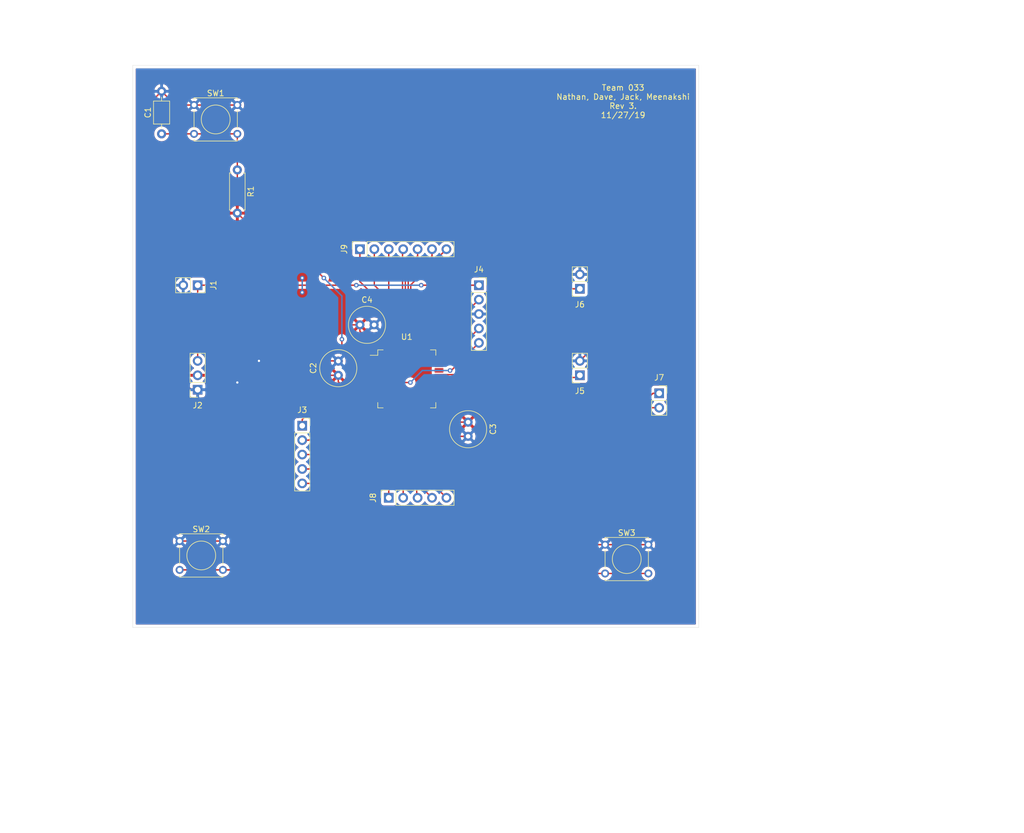
<source format=kicad_pcb>
(kicad_pcb (version 20171130) (host pcbnew 5.1.5-52549c5~84~ubuntu18.04.1)

  (general
    (thickness 1.6)
    (drawings 9)
    (tracks 176)
    (zones 0)
    (modules 18)
    (nets 60)
  )

  (page A4)
  (layers
    (0 F.Cu signal)
    (31 B.Cu signal)
    (32 B.Adhes user)
    (33 F.Adhes user)
    (34 B.Paste user)
    (35 F.Paste user)
    (36 B.SilkS user)
    (37 F.SilkS user)
    (38 B.Mask user)
    (39 F.Mask user)
    (40 Dwgs.User user)
    (41 Cmts.User user)
    (42 Eco1.User user)
    (43 Eco2.User user)
    (44 Edge.Cuts user)
    (45 Margin user)
    (46 B.CrtYd user)
    (47 F.CrtYd user)
    (48 B.Fab user)
    (49 F.Fab user)
  )

  (setup
    (last_trace_width 0.25)
    (trace_clearance 0.2)
    (zone_clearance 0.508)
    (zone_45_only no)
    (trace_min 0.2)
    (via_size 0.8)
    (via_drill 0.4)
    (via_min_size 0.4)
    (via_min_drill 0.3)
    (uvia_size 0.3)
    (uvia_drill 0.1)
    (uvias_allowed no)
    (uvia_min_size 0.2)
    (uvia_min_drill 0.1)
    (edge_width 0.05)
    (segment_width 0.2)
    (pcb_text_width 0.3)
    (pcb_text_size 1.5 1.5)
    (mod_edge_width 0.12)
    (mod_text_size 1 1)
    (mod_text_width 0.15)
    (pad_size 1.524 1.524)
    (pad_drill 0.762)
    (pad_to_mask_clearance 0.051)
    (solder_mask_min_width 0.25)
    (aux_axis_origin 0 0)
    (visible_elements FFFFFF7F)
    (pcbplotparams
      (layerselection 0x010f0_ffffffff)
      (usegerberextensions true)
      (usegerberattributes false)
      (usegerberadvancedattributes false)
      (creategerberjobfile false)
      (excludeedgelayer true)
      (linewidth 0.100000)
      (plotframeref false)
      (viasonmask false)
      (mode 1)
      (useauxorigin false)
      (hpglpennumber 1)
      (hpglpenspeed 20)
      (hpglpendiameter 15.000000)
      (psnegative false)
      (psa4output false)
      (plotreference true)
      (plotvalue true)
      (plotinvisibletext false)
      (padsonsilk false)
      (subtractmaskfromsilk false)
      (outputformat 1)
      (mirror false)
      (drillshape 0)
      (scaleselection 1)
      (outputdirectory "gerber/"))
  )

  (net 0 "")
  (net 1 GND)
  (net 2 NRST)
  (net 3 VDD)
  (net 4 +5V)
  (net 5 "Net-(J3-Pad5)")
  (net 6 "Net-(J3-Pad4)")
  (net 7 "Net-(J3-Pad3)")
  (net 8 "Net-(J3-Pad2)")
  (net 9 "Net-(J3-Pad1)")
  (net 10 PA13)
  (net 11 PA14)
  (net 12 PA8)
  (net 13 PA9)
  (net 14 PB12)
  (net 15 PB13)
  (net 16 PB11)
  (net 17 PB10)
  (net 18 PB2)
  (net 19 PB1)
  (net 20 PB0)
  (net 21 PB3)
  (net 22 PB4)
  (net 23 PB5)
  (net 24 PB6)
  (net 25 PB7)
  (net 26 PB8)
  (net 27 PB9)
  (net 28 PA6)
  (net 29 PA7)
  (net 30 "Net-(U1-Pad54)")
  (net 31 "Net-(U1-Pad53)")
  (net 32 "Net-(U1-Pad52)")
  (net 33 "Net-(U1-Pad51)")
  (net 34 "Net-(U1-Pad50)")
  (net 35 "Net-(U1-Pad48)")
  (net 36 "Net-(U1-Pad47)")
  (net 37 "Net-(U1-Pad45)")
  (net 38 "Net-(U1-Pad44)")
  (net 39 "Net-(U1-Pad43)")
  (net 40 "Net-(U1-Pad40)")
  (net 41 "Net-(U1-Pad39)")
  (net 42 "Net-(U1-Pad38)")
  (net 43 "Net-(U1-Pad37)")
  (net 44 "Net-(U1-Pad36)")
  (net 45 "Net-(U1-Pad35)")
  (net 46 "Net-(U1-Pad25)")
  (net 47 "Net-(U1-Pad24)")
  (net 48 "Net-(U1-Pad21)")
  (net 49 "Net-(U1-Pad19)")
  (net 50 "Net-(U1-Pad18)")
  (net 51 "Net-(U1-Pad11)")
  (net 52 "Net-(U1-Pad10)")
  (net 53 "Net-(U1-Pad9)")
  (net 54 "Net-(U1-Pad8)")
  (net 55 "Net-(U1-Pad6)")
  (net 56 "Net-(U1-Pad5)")
  (net 57 "Net-(U1-Pad4)")
  (net 58 "Net-(U1-Pad3)")
  (net 59 "Net-(U1-Pad2)")

  (net_class Default "This is the default net class."
    (clearance 0.2)
    (trace_width 0.25)
    (via_dia 0.8)
    (via_drill 0.4)
    (uvia_dia 0.3)
    (uvia_drill 0.1)
    (add_net +5V)
    (add_net GND)
    (add_net NRST)
    (add_net "Net-(J3-Pad1)")
    (add_net "Net-(J3-Pad2)")
    (add_net "Net-(J3-Pad3)")
    (add_net "Net-(J3-Pad4)")
    (add_net "Net-(J3-Pad5)")
    (add_net "Net-(U1-Pad10)")
    (add_net "Net-(U1-Pad11)")
    (add_net "Net-(U1-Pad18)")
    (add_net "Net-(U1-Pad19)")
    (add_net "Net-(U1-Pad2)")
    (add_net "Net-(U1-Pad21)")
    (add_net "Net-(U1-Pad24)")
    (add_net "Net-(U1-Pad25)")
    (add_net "Net-(U1-Pad3)")
    (add_net "Net-(U1-Pad35)")
    (add_net "Net-(U1-Pad36)")
    (add_net "Net-(U1-Pad37)")
    (add_net "Net-(U1-Pad38)")
    (add_net "Net-(U1-Pad39)")
    (add_net "Net-(U1-Pad4)")
    (add_net "Net-(U1-Pad40)")
    (add_net "Net-(U1-Pad43)")
    (add_net "Net-(U1-Pad44)")
    (add_net "Net-(U1-Pad45)")
    (add_net "Net-(U1-Pad47)")
    (add_net "Net-(U1-Pad48)")
    (add_net "Net-(U1-Pad5)")
    (add_net "Net-(U1-Pad50)")
    (add_net "Net-(U1-Pad51)")
    (add_net "Net-(U1-Pad52)")
    (add_net "Net-(U1-Pad53)")
    (add_net "Net-(U1-Pad54)")
    (add_net "Net-(U1-Pad6)")
    (add_net "Net-(U1-Pad8)")
    (add_net "Net-(U1-Pad9)")
    (add_net PA13)
    (add_net PA14)
    (add_net PA6)
    (add_net PA7)
    (add_net PA8)
    (add_net PA9)
    (add_net PB0)
    (add_net PB1)
    (add_net PB10)
    (add_net PB11)
    (add_net PB12)
    (add_net PB13)
    (add_net PB2)
    (add_net PB3)
    (add_net PB4)
    (add_net PB5)
    (add_net PB6)
    (add_net PB7)
    (add_net PB8)
    (add_net PB9)
    (add_net VDD)
  )

  (module Package_QFP:LQFP-64_10x10mm_P0.5mm (layer F.Cu) (tedit 5D9F72AF) (tstamp 5DDF2CFC)
    (at 135.89 87.63)
    (descr "LQFP, 64 Pin (https://www.analog.com/media/en/technical-documentation/data-sheets/ad7606_7606-6_7606-4.pdf), generated with kicad-footprint-generator ipc_gullwing_generator.py")
    (tags "LQFP QFP")
    (path /5DDC96B4)
    (attr smd)
    (fp_text reference U1 (at 0 -7.4) (layer F.SilkS)
      (effects (font (size 1 1) (thickness 0.15)))
    )
    (fp_text value STM32F051R8Tx (at 0 7.4) (layer F.Fab)
      (effects (font (size 1 1) (thickness 0.15)))
    )
    (fp_text user %R (at 0 0) (layer F.Fab)
      (effects (font (size 1 1) (thickness 0.15)))
    )
    (fp_line (start 6.7 4.15) (end 6.7 0) (layer F.CrtYd) (width 0.05))
    (fp_line (start 5.25 4.15) (end 6.7 4.15) (layer F.CrtYd) (width 0.05))
    (fp_line (start 5.25 5.25) (end 5.25 4.15) (layer F.CrtYd) (width 0.05))
    (fp_line (start 4.15 5.25) (end 5.25 5.25) (layer F.CrtYd) (width 0.05))
    (fp_line (start 4.15 6.7) (end 4.15 5.25) (layer F.CrtYd) (width 0.05))
    (fp_line (start 0 6.7) (end 4.15 6.7) (layer F.CrtYd) (width 0.05))
    (fp_line (start -6.7 4.15) (end -6.7 0) (layer F.CrtYd) (width 0.05))
    (fp_line (start -5.25 4.15) (end -6.7 4.15) (layer F.CrtYd) (width 0.05))
    (fp_line (start -5.25 5.25) (end -5.25 4.15) (layer F.CrtYd) (width 0.05))
    (fp_line (start -4.15 5.25) (end -5.25 5.25) (layer F.CrtYd) (width 0.05))
    (fp_line (start -4.15 6.7) (end -4.15 5.25) (layer F.CrtYd) (width 0.05))
    (fp_line (start 0 6.7) (end -4.15 6.7) (layer F.CrtYd) (width 0.05))
    (fp_line (start 6.7 -4.15) (end 6.7 0) (layer F.CrtYd) (width 0.05))
    (fp_line (start 5.25 -4.15) (end 6.7 -4.15) (layer F.CrtYd) (width 0.05))
    (fp_line (start 5.25 -5.25) (end 5.25 -4.15) (layer F.CrtYd) (width 0.05))
    (fp_line (start 4.15 -5.25) (end 5.25 -5.25) (layer F.CrtYd) (width 0.05))
    (fp_line (start 4.15 -6.7) (end 4.15 -5.25) (layer F.CrtYd) (width 0.05))
    (fp_line (start 0 -6.7) (end 4.15 -6.7) (layer F.CrtYd) (width 0.05))
    (fp_line (start -6.7 -4.15) (end -6.7 0) (layer F.CrtYd) (width 0.05))
    (fp_line (start -5.25 -4.15) (end -6.7 -4.15) (layer F.CrtYd) (width 0.05))
    (fp_line (start -5.25 -5.25) (end -5.25 -4.15) (layer F.CrtYd) (width 0.05))
    (fp_line (start -4.15 -5.25) (end -5.25 -5.25) (layer F.CrtYd) (width 0.05))
    (fp_line (start -4.15 -6.7) (end -4.15 -5.25) (layer F.CrtYd) (width 0.05))
    (fp_line (start 0 -6.7) (end -4.15 -6.7) (layer F.CrtYd) (width 0.05))
    (fp_line (start -5 -4) (end -4 -5) (layer F.Fab) (width 0.1))
    (fp_line (start -5 5) (end -5 -4) (layer F.Fab) (width 0.1))
    (fp_line (start 5 5) (end -5 5) (layer F.Fab) (width 0.1))
    (fp_line (start 5 -5) (end 5 5) (layer F.Fab) (width 0.1))
    (fp_line (start -4 -5) (end 5 -5) (layer F.Fab) (width 0.1))
    (fp_line (start -5.11 -4.16) (end -6.45 -4.16) (layer F.SilkS) (width 0.12))
    (fp_line (start -5.11 -5.11) (end -5.11 -4.16) (layer F.SilkS) (width 0.12))
    (fp_line (start -4.16 -5.11) (end -5.11 -5.11) (layer F.SilkS) (width 0.12))
    (fp_line (start 5.11 -5.11) (end 5.11 -4.16) (layer F.SilkS) (width 0.12))
    (fp_line (start 4.16 -5.11) (end 5.11 -5.11) (layer F.SilkS) (width 0.12))
    (fp_line (start -5.11 5.11) (end -5.11 4.16) (layer F.SilkS) (width 0.12))
    (fp_line (start -4.16 5.11) (end -5.11 5.11) (layer F.SilkS) (width 0.12))
    (fp_line (start 5.11 5.11) (end 5.11 4.16) (layer F.SilkS) (width 0.12))
    (fp_line (start 4.16 5.11) (end 5.11 5.11) (layer F.SilkS) (width 0.12))
    (pad 64 smd roundrect (at -3.75 -5.675) (size 0.3 1.55) (layers F.Cu F.Paste F.Mask) (roundrect_rratio 0.25)
      (net 3 VDD))
    (pad 63 smd roundrect (at -3.25 -5.675) (size 0.3 1.55) (layers F.Cu F.Paste F.Mask) (roundrect_rratio 0.25)
      (net 1 GND))
    (pad 62 smd roundrect (at -2.75 -5.675) (size 0.3 1.55) (layers F.Cu F.Paste F.Mask) (roundrect_rratio 0.25)
      (net 27 PB9))
    (pad 61 smd roundrect (at -2.25 -5.675) (size 0.3 1.55) (layers F.Cu F.Paste F.Mask) (roundrect_rratio 0.25)
      (net 26 PB8))
    (pad 60 smd roundrect (at -1.75 -5.675) (size 0.3 1.55) (layers F.Cu F.Paste F.Mask) (roundrect_rratio 0.25)
      (net 1 GND))
    (pad 59 smd roundrect (at -1.25 -5.675) (size 0.3 1.55) (layers F.Cu F.Paste F.Mask) (roundrect_rratio 0.25)
      (net 25 PB7))
    (pad 58 smd roundrect (at -0.75 -5.675) (size 0.3 1.55) (layers F.Cu F.Paste F.Mask) (roundrect_rratio 0.25)
      (net 24 PB6))
    (pad 57 smd roundrect (at -0.25 -5.675) (size 0.3 1.55) (layers F.Cu F.Paste F.Mask) (roundrect_rratio 0.25)
      (net 23 PB5))
    (pad 56 smd roundrect (at 0.25 -5.675) (size 0.3 1.55) (layers F.Cu F.Paste F.Mask) (roundrect_rratio 0.25)
      (net 22 PB4))
    (pad 55 smd roundrect (at 0.75 -5.675) (size 0.3 1.55) (layers F.Cu F.Paste F.Mask) (roundrect_rratio 0.25)
      (net 21 PB3))
    (pad 54 smd roundrect (at 1.25 -5.675) (size 0.3 1.55) (layers F.Cu F.Paste F.Mask) (roundrect_rratio 0.25)
      (net 30 "Net-(U1-Pad54)"))
    (pad 53 smd roundrect (at 1.75 -5.675) (size 0.3 1.55) (layers F.Cu F.Paste F.Mask) (roundrect_rratio 0.25)
      (net 31 "Net-(U1-Pad53)"))
    (pad 52 smd roundrect (at 2.25 -5.675) (size 0.3 1.55) (layers F.Cu F.Paste F.Mask) (roundrect_rratio 0.25)
      (net 32 "Net-(U1-Pad52)"))
    (pad 51 smd roundrect (at 2.75 -5.675) (size 0.3 1.55) (layers F.Cu F.Paste F.Mask) (roundrect_rratio 0.25)
      (net 33 "Net-(U1-Pad51)"))
    (pad 50 smd roundrect (at 3.25 -5.675) (size 0.3 1.55) (layers F.Cu F.Paste F.Mask) (roundrect_rratio 0.25)
      (net 34 "Net-(U1-Pad50)"))
    (pad 49 smd roundrect (at 3.75 -5.675) (size 0.3 1.55) (layers F.Cu F.Paste F.Mask) (roundrect_rratio 0.25)
      (net 11 PA14))
    (pad 48 smd roundrect (at 5.675 -3.75) (size 1.55 0.3) (layers F.Cu F.Paste F.Mask) (roundrect_rratio 0.25)
      (net 35 "Net-(U1-Pad48)"))
    (pad 47 smd roundrect (at 5.675 -3.25) (size 1.55 0.3) (layers F.Cu F.Paste F.Mask) (roundrect_rratio 0.25)
      (net 36 "Net-(U1-Pad47)"))
    (pad 46 smd roundrect (at 5.675 -2.75) (size 1.55 0.3) (layers F.Cu F.Paste F.Mask) (roundrect_rratio 0.25)
      (net 10 PA13))
    (pad 45 smd roundrect (at 5.675 -2.25) (size 1.55 0.3) (layers F.Cu F.Paste F.Mask) (roundrect_rratio 0.25)
      (net 37 "Net-(U1-Pad45)"))
    (pad 44 smd roundrect (at 5.675 -1.75) (size 1.55 0.3) (layers F.Cu F.Paste F.Mask) (roundrect_rratio 0.25)
      (net 38 "Net-(U1-Pad44)"))
    (pad 43 smd roundrect (at 5.675 -1.25) (size 1.55 0.3) (layers F.Cu F.Paste F.Mask) (roundrect_rratio 0.25)
      (net 39 "Net-(U1-Pad43)"))
    (pad 42 smd roundrect (at 5.675 -0.75) (size 1.55 0.3) (layers F.Cu F.Paste F.Mask) (roundrect_rratio 0.25)
      (net 13 PA9))
    (pad 41 smd roundrect (at 5.675 -0.25) (size 1.55 0.3) (layers F.Cu F.Paste F.Mask) (roundrect_rratio 0.25)
      (net 12 PA8))
    (pad 40 smd roundrect (at 5.675 0.25) (size 1.55 0.3) (layers F.Cu F.Paste F.Mask) (roundrect_rratio 0.25)
      (net 40 "Net-(U1-Pad40)"))
    (pad 39 smd roundrect (at 5.675 0.75) (size 1.55 0.3) (layers F.Cu F.Paste F.Mask) (roundrect_rratio 0.25)
      (net 41 "Net-(U1-Pad39)"))
    (pad 38 smd roundrect (at 5.675 1.25) (size 1.55 0.3) (layers F.Cu F.Paste F.Mask) (roundrect_rratio 0.25)
      (net 42 "Net-(U1-Pad38)"))
    (pad 37 smd roundrect (at 5.675 1.75) (size 1.55 0.3) (layers F.Cu F.Paste F.Mask) (roundrect_rratio 0.25)
      (net 43 "Net-(U1-Pad37)"))
    (pad 36 smd roundrect (at 5.675 2.25) (size 1.55 0.3) (layers F.Cu F.Paste F.Mask) (roundrect_rratio 0.25)
      (net 44 "Net-(U1-Pad36)"))
    (pad 35 smd roundrect (at 5.675 2.75) (size 1.55 0.3) (layers F.Cu F.Paste F.Mask) (roundrect_rratio 0.25)
      (net 45 "Net-(U1-Pad35)"))
    (pad 34 smd roundrect (at 5.675 3.25) (size 1.55 0.3) (layers F.Cu F.Paste F.Mask) (roundrect_rratio 0.25)
      (net 15 PB13))
    (pad 33 smd roundrect (at 5.675 3.75) (size 1.55 0.3) (layers F.Cu F.Paste F.Mask) (roundrect_rratio 0.25)
      (net 14 PB12))
    (pad 32 smd roundrect (at 3.75 5.675) (size 0.3 1.55) (layers F.Cu F.Paste F.Mask) (roundrect_rratio 0.25)
      (net 3 VDD))
    (pad 31 smd roundrect (at 3.25 5.675) (size 0.3 1.55) (layers F.Cu F.Paste F.Mask) (roundrect_rratio 0.25)
      (net 1 GND))
    (pad 30 smd roundrect (at 2.75 5.675) (size 0.3 1.55) (layers F.Cu F.Paste F.Mask) (roundrect_rratio 0.25)
      (net 16 PB11))
    (pad 29 smd roundrect (at 2.25 5.675) (size 0.3 1.55) (layers F.Cu F.Paste F.Mask) (roundrect_rratio 0.25)
      (net 17 PB10))
    (pad 28 smd roundrect (at 1.75 5.675) (size 0.3 1.55) (layers F.Cu F.Paste F.Mask) (roundrect_rratio 0.25)
      (net 18 PB2))
    (pad 27 smd roundrect (at 1.25 5.675) (size 0.3 1.55) (layers F.Cu F.Paste F.Mask) (roundrect_rratio 0.25)
      (net 19 PB1))
    (pad 26 smd roundrect (at 0.75 5.675) (size 0.3 1.55) (layers F.Cu F.Paste F.Mask) (roundrect_rratio 0.25)
      (net 20 PB0))
    (pad 25 smd roundrect (at 0.25 5.675) (size 0.3 1.55) (layers F.Cu F.Paste F.Mask) (roundrect_rratio 0.25)
      (net 46 "Net-(U1-Pad25)"))
    (pad 24 smd roundrect (at -0.25 5.675) (size 0.3 1.55) (layers F.Cu F.Paste F.Mask) (roundrect_rratio 0.25)
      (net 47 "Net-(U1-Pad24)"))
    (pad 23 smd roundrect (at -0.75 5.675) (size 0.3 1.55) (layers F.Cu F.Paste F.Mask) (roundrect_rratio 0.25)
      (net 29 PA7))
    (pad 22 smd roundrect (at -1.25 5.675) (size 0.3 1.55) (layers F.Cu F.Paste F.Mask) (roundrect_rratio 0.25)
      (net 28 PA6))
    (pad 21 smd roundrect (at -1.75 5.675) (size 0.3 1.55) (layers F.Cu F.Paste F.Mask) (roundrect_rratio 0.25)
      (net 48 "Net-(U1-Pad21)"))
    (pad 20 smd roundrect (at -2.25 5.675) (size 0.3 1.55) (layers F.Cu F.Paste F.Mask) (roundrect_rratio 0.25)
      (net 5 "Net-(J3-Pad5)"))
    (pad 19 smd roundrect (at -2.75 5.675) (size 0.3 1.55) (layers F.Cu F.Paste F.Mask) (roundrect_rratio 0.25)
      (net 49 "Net-(U1-Pad19)"))
    (pad 18 smd roundrect (at -3.25 5.675) (size 0.3 1.55) (layers F.Cu F.Paste F.Mask) (roundrect_rratio 0.25)
      (net 50 "Net-(U1-Pad18)"))
    (pad 17 smd roundrect (at -3.75 5.675) (size 0.3 1.55) (layers F.Cu F.Paste F.Mask) (roundrect_rratio 0.25)
      (net 6 "Net-(J3-Pad4)"))
    (pad 16 smd roundrect (at -5.675 3.75) (size 1.55 0.3) (layers F.Cu F.Paste F.Mask) (roundrect_rratio 0.25)
      (net 7 "Net-(J3-Pad3)"))
    (pad 15 smd roundrect (at -5.675 3.25) (size 1.55 0.3) (layers F.Cu F.Paste F.Mask) (roundrect_rratio 0.25)
      (net 8 "Net-(J3-Pad2)"))
    (pad 14 smd roundrect (at -5.675 2.75) (size 1.55 0.3) (layers F.Cu F.Paste F.Mask) (roundrect_rratio 0.25)
      (net 9 "Net-(J3-Pad1)"))
    (pad 13 smd roundrect (at -5.675 2.25) (size 1.55 0.3) (layers F.Cu F.Paste F.Mask) (roundrect_rratio 0.25)
      (net 3 VDD))
    (pad 12 smd roundrect (at -5.675 1.75) (size 1.55 0.3) (layers F.Cu F.Paste F.Mask) (roundrect_rratio 0.25)
      (net 1 GND))
    (pad 11 smd roundrect (at -5.675 1.25) (size 1.55 0.3) (layers F.Cu F.Paste F.Mask) (roundrect_rratio 0.25)
      (net 51 "Net-(U1-Pad11)"))
    (pad 10 smd roundrect (at -5.675 0.75) (size 1.55 0.3) (layers F.Cu F.Paste F.Mask) (roundrect_rratio 0.25)
      (net 52 "Net-(U1-Pad10)"))
    (pad 9 smd roundrect (at -5.675 0.25) (size 1.55 0.3) (layers F.Cu F.Paste F.Mask) (roundrect_rratio 0.25)
      (net 53 "Net-(U1-Pad9)"))
    (pad 8 smd roundrect (at -5.675 -0.25) (size 1.55 0.3) (layers F.Cu F.Paste F.Mask) (roundrect_rratio 0.25)
      (net 54 "Net-(U1-Pad8)"))
    (pad 7 smd roundrect (at -5.675 -0.75) (size 1.55 0.3) (layers F.Cu F.Paste F.Mask) (roundrect_rratio 0.25)
      (net 2 NRST))
    (pad 6 smd roundrect (at -5.675 -1.25) (size 1.55 0.3) (layers F.Cu F.Paste F.Mask) (roundrect_rratio 0.25)
      (net 55 "Net-(U1-Pad6)"))
    (pad 5 smd roundrect (at -5.675 -1.75) (size 1.55 0.3) (layers F.Cu F.Paste F.Mask) (roundrect_rratio 0.25)
      (net 56 "Net-(U1-Pad5)"))
    (pad 4 smd roundrect (at -5.675 -2.25) (size 1.55 0.3) (layers F.Cu F.Paste F.Mask) (roundrect_rratio 0.25)
      (net 57 "Net-(U1-Pad4)"))
    (pad 3 smd roundrect (at -5.675 -2.75) (size 1.55 0.3) (layers F.Cu F.Paste F.Mask) (roundrect_rratio 0.25)
      (net 58 "Net-(U1-Pad3)"))
    (pad 2 smd roundrect (at -5.675 -3.25) (size 1.55 0.3) (layers F.Cu F.Paste F.Mask) (roundrect_rratio 0.25)
      (net 59 "Net-(U1-Pad2)"))
    (pad 1 smd roundrect (at -5.675 -3.75) (size 1.55 0.3) (layers F.Cu F.Paste F.Mask) (roundrect_rratio 0.25)
      (net 3 VDD))
    (model ${KISYS3DMOD}/Package_QFP.3dshapes/LQFP-64_10x10mm_P0.5mm.wrl
      (at (xyz 0 0 0))
      (scale (xyz 1 1 1))
      (rotate (xyz 0 0 0))
    )
  )

  (module Button_Switch_THT:SW_Tactile_Straight_KSA0Axx1LFTR (layer F.Cu) (tedit 5A02FE31) (tstamp 5DDF3D25)
    (at 170.815 116.84)
    (descr "SW PUSH SMALL http://www.ckswitches.com/media/1457/ksa_ksl.pdf")
    (tags "SW PUSH SMALL Tactile C&K")
    (path /5DF9E703)
    (fp_text reference SW3 (at 3.81 -2.08) (layer F.SilkS)
      (effects (font (size 1 1) (thickness 0.15)))
    )
    (fp_text value SW_Push (at 3.81 7.28) (layer F.Fab)
      (effects (font (size 1 1) (thickness 0.15)))
    )
    (fp_circle (center 3.81 2.54) (end 3.81 0) (layer F.SilkS) (width 0.12))
    (fp_line (start 0 6.05) (end 0 6.35) (layer F.SilkS) (width 0.12))
    (fp_line (start 7.62 6.05) (end 7.62 6.35) (layer F.SilkS) (width 0.12))
    (fp_line (start 8.57 6.49) (end -0.95 6.49) (layer F.CrtYd) (width 0.05))
    (fp_line (start 8.57 6.49) (end 8.57 -1.41) (layer F.CrtYd) (width 0.05))
    (fp_line (start -0.95 -1.41) (end -0.95 6.49) (layer F.CrtYd) (width 0.05))
    (fp_line (start -0.95 -1.41) (end 8.57 -1.41) (layer F.CrtYd) (width 0.05))
    (fp_line (start 0 0.97) (end 0 4.11) (layer F.SilkS) (width 0.12))
    (fp_line (start 7.62 0.97) (end 7.62 4.11) (layer F.SilkS) (width 0.12))
    (fp_line (start 0 -1.27) (end 0 -0.97) (layer F.SilkS) (width 0.12))
    (fp_line (start 7.62 6.35) (end 0 6.35) (layer F.SilkS) (width 0.12))
    (fp_line (start 7.62 -1.27) (end 7.62 -0.97) (layer F.SilkS) (width 0.12))
    (fp_line (start 0 -1.27) (end 7.62 -1.27) (layer F.SilkS) (width 0.12))
    (fp_text user %R (at 3.81 2.54) (layer F.Fab)
      (effects (font (size 1 1) (thickness 0.15)))
    )
    (fp_line (start 0.11 6.24) (end 0.11 -1.16) (layer F.Fab) (width 0.1))
    (fp_line (start 0.11 -1.16) (end 7.51 -1.16) (layer F.Fab) (width 0.1))
    (fp_line (start 7.51 -1.16) (end 7.51 6.24) (layer F.Fab) (width 0.1))
    (fp_line (start 7.51 6.24) (end 0.11 6.24) (layer F.Fab) (width 0.1))
    (pad 2 thru_hole circle (at 0 5.08) (size 1.397 1.397) (drill 0.8128) (layers *.Cu *.Mask)
      (net 29 PA7))
    (pad 1 thru_hole circle (at 0 0) (size 1.397 1.397) (drill 0.8128) (layers *.Cu *.Mask)
      (net 1 GND))
    (pad 2 thru_hole circle (at 7.62 5.08) (size 1.397 1.397) (drill 0.8128) (layers *.Cu *.Mask)
      (net 29 PA7))
    (pad 1 thru_hole circle (at 7.62 0) (size 1.397 1.397) (drill 0.8128) (layers *.Cu *.Mask)
      (net 1 GND))
    (model ${KISYS3DMOD}/Button_Switch_THT.3dshapes/SW_Tactile_Straight_KSA0Axx1LFTR.wrl
      (at (xyz 0 0 0))
      (scale (xyz 1 1 1))
      (rotate (xyz 0 0 0))
    )
  )

  (module Button_Switch_THT:SW_Tactile_Straight_KSA0Axx1LFTR (layer F.Cu) (tedit 5A02FE31) (tstamp 5DDF2C77)
    (at 95.885 116.205)
    (descr "SW PUSH SMALL http://www.ckswitches.com/media/1457/ksa_ksl.pdf")
    (tags "SW PUSH SMALL Tactile C&K")
    (path /5DEB72F7)
    (fp_text reference SW2 (at 3.81 -2.08) (layer F.SilkS)
      (effects (font (size 1 1) (thickness 0.15)))
    )
    (fp_text value SW_Push (at 3.81 7.28) (layer F.Fab)
      (effects (font (size 1 1) (thickness 0.15)))
    )
    (fp_line (start 7.51 6.24) (end 0.11 6.24) (layer F.Fab) (width 0.1))
    (fp_line (start 7.51 -1.16) (end 7.51 6.24) (layer F.Fab) (width 0.1))
    (fp_line (start 0.11 -1.16) (end 7.51 -1.16) (layer F.Fab) (width 0.1))
    (fp_line (start 0.11 6.24) (end 0.11 -1.16) (layer F.Fab) (width 0.1))
    (fp_text user %R (at 3.81 2.54) (layer F.Fab)
      (effects (font (size 1 1) (thickness 0.15)))
    )
    (fp_line (start 0 -1.27) (end 7.62 -1.27) (layer F.SilkS) (width 0.12))
    (fp_line (start 7.62 -1.27) (end 7.62 -0.97) (layer F.SilkS) (width 0.12))
    (fp_line (start 7.62 6.35) (end 0 6.35) (layer F.SilkS) (width 0.12))
    (fp_line (start 0 -1.27) (end 0 -0.97) (layer F.SilkS) (width 0.12))
    (fp_line (start 7.62 0.97) (end 7.62 4.11) (layer F.SilkS) (width 0.12))
    (fp_line (start 0 0.97) (end 0 4.11) (layer F.SilkS) (width 0.12))
    (fp_line (start -0.95 -1.41) (end 8.57 -1.41) (layer F.CrtYd) (width 0.05))
    (fp_line (start -0.95 -1.41) (end -0.95 6.49) (layer F.CrtYd) (width 0.05))
    (fp_line (start 8.57 6.49) (end 8.57 -1.41) (layer F.CrtYd) (width 0.05))
    (fp_line (start 8.57 6.49) (end -0.95 6.49) (layer F.CrtYd) (width 0.05))
    (fp_line (start 7.62 6.05) (end 7.62 6.35) (layer F.SilkS) (width 0.12))
    (fp_line (start 0 6.05) (end 0 6.35) (layer F.SilkS) (width 0.12))
    (fp_circle (center 3.81 2.54) (end 3.81 0) (layer F.SilkS) (width 0.12))
    (pad 1 thru_hole circle (at 7.62 0) (size 1.397 1.397) (drill 0.8128) (layers *.Cu *.Mask)
      (net 1 GND))
    (pad 2 thru_hole circle (at 7.62 5.08) (size 1.397 1.397) (drill 0.8128) (layers *.Cu *.Mask)
      (net 28 PA6))
    (pad 1 thru_hole circle (at 0 0) (size 1.397 1.397) (drill 0.8128) (layers *.Cu *.Mask)
      (net 1 GND))
    (pad 2 thru_hole circle (at 0 5.08) (size 1.397 1.397) (drill 0.8128) (layers *.Cu *.Mask)
      (net 28 PA6))
    (model ${KISYS3DMOD}/Button_Switch_THT.3dshapes/SW_Tactile_Straight_KSA0Axx1LFTR.wrl
      (at (xyz 0 0 0))
      (scale (xyz 1 1 1))
      (rotate (xyz 0 0 0))
    )
  )

  (module Button_Switch_THT:SW_Tactile_Straight_KSA0Axx1LFTR (layer F.Cu) (tedit 5A02FE31) (tstamp 5DDF2C5D)
    (at 98.425 39.37)
    (descr "SW PUSH SMALL http://www.ckswitches.com/media/1457/ksa_ksl.pdf")
    (tags "SW PUSH SMALL Tactile C&K")
    (path /5DE1D95A)
    (fp_text reference SW1 (at 3.81 -2.08) (layer F.SilkS)
      (effects (font (size 1 1) (thickness 0.15)))
    )
    (fp_text value SW_Push (at 3.81 7.28) (layer F.Fab)
      (effects (font (size 1 1) (thickness 0.15)))
    )
    (fp_circle (center 3.81 2.54) (end 3.81 0) (layer F.SilkS) (width 0.12))
    (fp_line (start 0 6.05) (end 0 6.35) (layer F.SilkS) (width 0.12))
    (fp_line (start 7.62 6.05) (end 7.62 6.35) (layer F.SilkS) (width 0.12))
    (fp_line (start 8.57 6.49) (end -0.95 6.49) (layer F.CrtYd) (width 0.05))
    (fp_line (start 8.57 6.49) (end 8.57 -1.41) (layer F.CrtYd) (width 0.05))
    (fp_line (start -0.95 -1.41) (end -0.95 6.49) (layer F.CrtYd) (width 0.05))
    (fp_line (start -0.95 -1.41) (end 8.57 -1.41) (layer F.CrtYd) (width 0.05))
    (fp_line (start 0 0.97) (end 0 4.11) (layer F.SilkS) (width 0.12))
    (fp_line (start 7.62 0.97) (end 7.62 4.11) (layer F.SilkS) (width 0.12))
    (fp_line (start 0 -1.27) (end 0 -0.97) (layer F.SilkS) (width 0.12))
    (fp_line (start 7.62 6.35) (end 0 6.35) (layer F.SilkS) (width 0.12))
    (fp_line (start 7.62 -1.27) (end 7.62 -0.97) (layer F.SilkS) (width 0.12))
    (fp_line (start 0 -1.27) (end 7.62 -1.27) (layer F.SilkS) (width 0.12))
    (fp_text user %R (at 3.81 2.54) (layer F.Fab)
      (effects (font (size 1 1) (thickness 0.15)))
    )
    (fp_line (start 0.11 6.24) (end 0.11 -1.16) (layer F.Fab) (width 0.1))
    (fp_line (start 0.11 -1.16) (end 7.51 -1.16) (layer F.Fab) (width 0.1))
    (fp_line (start 7.51 -1.16) (end 7.51 6.24) (layer F.Fab) (width 0.1))
    (fp_line (start 7.51 6.24) (end 0.11 6.24) (layer F.Fab) (width 0.1))
    (pad 2 thru_hole circle (at 0 5.08) (size 1.397 1.397) (drill 0.8128) (layers *.Cu *.Mask)
      (net 2 NRST))
    (pad 1 thru_hole circle (at 0 0) (size 1.397 1.397) (drill 0.8128) (layers *.Cu *.Mask)
      (net 1 GND))
    (pad 2 thru_hole circle (at 7.62 5.08) (size 1.397 1.397) (drill 0.8128) (layers *.Cu *.Mask)
      (net 2 NRST))
    (pad 1 thru_hole circle (at 7.62 0) (size 1.397 1.397) (drill 0.8128) (layers *.Cu *.Mask)
      (net 1 GND))
    (model ${KISYS3DMOD}/Button_Switch_THT.3dshapes/SW_Tactile_Straight_KSA0Axx1LFTR.wrl
      (at (xyz 0 0 0))
      (scale (xyz 1 1 1))
      (rotate (xyz 0 0 0))
    )
  )

  (module Resistor_THT:R_Axial_DIN0207_L6.3mm_D2.5mm_P7.62mm_Horizontal (layer F.Cu) (tedit 5AE5139B) (tstamp 5DDF32EE)
    (at 106.045 50.8 270)
    (descr "Resistor, Axial_DIN0207 series, Axial, Horizontal, pin pitch=7.62mm, 0.25W = 1/4W, length*diameter=6.3*2.5mm^2, http://cdn-reichelt.de/documents/datenblatt/B400/1_4W%23YAG.pdf")
    (tags "Resistor Axial_DIN0207 series Axial Horizontal pin pitch 7.62mm 0.25W = 1/4W length 6.3mm diameter 2.5mm")
    (path /5DDCCA5E)
    (fp_text reference R1 (at 3.81 -2.37 90) (layer F.SilkS)
      (effects (font (size 1 1) (thickness 0.15)))
    )
    (fp_text value 40000 (at 3.81 2.37 90) (layer F.Fab)
      (effects (font (size 1 1) (thickness 0.15)))
    )
    (fp_text user %R (at 3.81 0 90) (layer F.Fab)
      (effects (font (size 1 1) (thickness 0.15)))
    )
    (fp_line (start 8.67 -1.5) (end -1.05 -1.5) (layer F.CrtYd) (width 0.05))
    (fp_line (start 8.67 1.5) (end 8.67 -1.5) (layer F.CrtYd) (width 0.05))
    (fp_line (start -1.05 1.5) (end 8.67 1.5) (layer F.CrtYd) (width 0.05))
    (fp_line (start -1.05 -1.5) (end -1.05 1.5) (layer F.CrtYd) (width 0.05))
    (fp_line (start 7.08 1.37) (end 7.08 1.04) (layer F.SilkS) (width 0.12))
    (fp_line (start 0.54 1.37) (end 7.08 1.37) (layer F.SilkS) (width 0.12))
    (fp_line (start 0.54 1.04) (end 0.54 1.37) (layer F.SilkS) (width 0.12))
    (fp_line (start 7.08 -1.37) (end 7.08 -1.04) (layer F.SilkS) (width 0.12))
    (fp_line (start 0.54 -1.37) (end 7.08 -1.37) (layer F.SilkS) (width 0.12))
    (fp_line (start 0.54 -1.04) (end 0.54 -1.37) (layer F.SilkS) (width 0.12))
    (fp_line (start 7.62 0) (end 6.96 0) (layer F.Fab) (width 0.1))
    (fp_line (start 0 0) (end 0.66 0) (layer F.Fab) (width 0.1))
    (fp_line (start 6.96 -1.25) (end 0.66 -1.25) (layer F.Fab) (width 0.1))
    (fp_line (start 6.96 1.25) (end 6.96 -1.25) (layer F.Fab) (width 0.1))
    (fp_line (start 0.66 1.25) (end 6.96 1.25) (layer F.Fab) (width 0.1))
    (fp_line (start 0.66 -1.25) (end 0.66 1.25) (layer F.Fab) (width 0.1))
    (pad 2 thru_hole oval (at 7.62 0 270) (size 1.6 1.6) (drill 0.8) (layers *.Cu *.Mask)
      (net 3 VDD))
    (pad 1 thru_hole circle (at 0 0 270) (size 1.6 1.6) (drill 0.8) (layers *.Cu *.Mask)
      (net 2 NRST))
    (model ${KISYS3DMOD}/Resistor_THT.3dshapes/R_Axial_DIN0207_L6.3mm_D2.5mm_P7.62mm_Horizontal.wrl
      (at (xyz 0 0 0))
      (scale (xyz 1 1 1))
      (rotate (xyz 0 0 0))
    )
  )

  (module Connector_PinSocket_2.54mm:PinSocket_1x07_P2.54mm_Vertical (layer F.Cu) (tedit 5A19A433) (tstamp 5DDF2C2C)
    (at 127.635 64.77 90)
    (descr "Through hole straight socket strip, 1x07, 2.54mm pitch, single row (from Kicad 4.0.7), script generated")
    (tags "Through hole socket strip THT 1x07 2.54mm single row")
    (path /5DFD10ED)
    (fp_text reference J9 (at 0 -2.77 90) (layer F.SilkS)
      (effects (font (size 1 1) (thickness 0.15)))
    )
    (fp_text value Conn_01x07_Female (at 0 18.01 90) (layer F.Fab)
      (effects (font (size 1 1) (thickness 0.15)))
    )
    (fp_text user %R (at 0 7.62) (layer F.Fab)
      (effects (font (size 1 1) (thickness 0.15)))
    )
    (fp_line (start -1.8 17) (end -1.8 -1.8) (layer F.CrtYd) (width 0.05))
    (fp_line (start 1.75 17) (end -1.8 17) (layer F.CrtYd) (width 0.05))
    (fp_line (start 1.75 -1.8) (end 1.75 17) (layer F.CrtYd) (width 0.05))
    (fp_line (start -1.8 -1.8) (end 1.75 -1.8) (layer F.CrtYd) (width 0.05))
    (fp_line (start 0 -1.33) (end 1.33 -1.33) (layer F.SilkS) (width 0.12))
    (fp_line (start 1.33 -1.33) (end 1.33 0) (layer F.SilkS) (width 0.12))
    (fp_line (start 1.33 1.27) (end 1.33 16.57) (layer F.SilkS) (width 0.12))
    (fp_line (start -1.33 16.57) (end 1.33 16.57) (layer F.SilkS) (width 0.12))
    (fp_line (start -1.33 1.27) (end -1.33 16.57) (layer F.SilkS) (width 0.12))
    (fp_line (start -1.33 1.27) (end 1.33 1.27) (layer F.SilkS) (width 0.12))
    (fp_line (start -1.27 16.51) (end -1.27 -1.27) (layer F.Fab) (width 0.1))
    (fp_line (start 1.27 16.51) (end -1.27 16.51) (layer F.Fab) (width 0.1))
    (fp_line (start 1.27 -0.635) (end 1.27 16.51) (layer F.Fab) (width 0.1))
    (fp_line (start 0.635 -1.27) (end 1.27 -0.635) (layer F.Fab) (width 0.1))
    (fp_line (start -1.27 -1.27) (end 0.635 -1.27) (layer F.Fab) (width 0.1))
    (pad 7 thru_hole oval (at 0 15.24 90) (size 1.7 1.7) (drill 1) (layers *.Cu *.Mask)
      (net 21 PB3))
    (pad 6 thru_hole oval (at 0 12.7 90) (size 1.7 1.7) (drill 1) (layers *.Cu *.Mask)
      (net 22 PB4))
    (pad 5 thru_hole oval (at 0 10.16 90) (size 1.7 1.7) (drill 1) (layers *.Cu *.Mask)
      (net 23 PB5))
    (pad 4 thru_hole oval (at 0 7.62 90) (size 1.7 1.7) (drill 1) (layers *.Cu *.Mask)
      (net 24 PB6))
    (pad 3 thru_hole oval (at 0 5.08 90) (size 1.7 1.7) (drill 1) (layers *.Cu *.Mask)
      (net 25 PB7))
    (pad 2 thru_hole oval (at 0 2.54 90) (size 1.7 1.7) (drill 1) (layers *.Cu *.Mask)
      (net 26 PB8))
    (pad 1 thru_hole rect (at 0 0 90) (size 1.7 1.7) (drill 1) (layers *.Cu *.Mask)
      (net 27 PB9))
    (model ${KISYS3DMOD}/Connector_PinSocket_2.54mm.3dshapes/PinSocket_1x07_P2.54mm_Vertical.wrl
      (at (xyz 0 0 0))
      (scale (xyz 1 1 1))
      (rotate (xyz 0 0 0))
    )
  )

  (module Connector_PinSocket_2.54mm:PinSocket_1x05_P2.54mm_Vertical (layer F.Cu) (tedit 5A19A420) (tstamp 5DDF3806)
    (at 132.715 108.585 90)
    (descr "Through hole straight socket strip, 1x05, 2.54mm pitch, single row (from Kicad 4.0.7), script generated")
    (tags "Through hole socket strip THT 1x05 2.54mm single row")
    (path /5DFD346A)
    (fp_text reference J8 (at 0 -2.77 90) (layer F.SilkS)
      (effects (font (size 1 1) (thickness 0.15)))
    )
    (fp_text value Conn_01x05_Female (at 0 12.93 90) (layer F.Fab)
      (effects (font (size 1 1) (thickness 0.15)))
    )
    (fp_text user %R (at 0 5.08) (layer F.Fab)
      (effects (font (size 1 1) (thickness 0.15)))
    )
    (fp_line (start -1.8 11.9) (end -1.8 -1.8) (layer F.CrtYd) (width 0.05))
    (fp_line (start 1.75 11.9) (end -1.8 11.9) (layer F.CrtYd) (width 0.05))
    (fp_line (start 1.75 -1.8) (end 1.75 11.9) (layer F.CrtYd) (width 0.05))
    (fp_line (start -1.8 -1.8) (end 1.75 -1.8) (layer F.CrtYd) (width 0.05))
    (fp_line (start 0 -1.33) (end 1.33 -1.33) (layer F.SilkS) (width 0.12))
    (fp_line (start 1.33 -1.33) (end 1.33 0) (layer F.SilkS) (width 0.12))
    (fp_line (start 1.33 1.27) (end 1.33 11.49) (layer F.SilkS) (width 0.12))
    (fp_line (start -1.33 11.49) (end 1.33 11.49) (layer F.SilkS) (width 0.12))
    (fp_line (start -1.33 1.27) (end -1.33 11.49) (layer F.SilkS) (width 0.12))
    (fp_line (start -1.33 1.27) (end 1.33 1.27) (layer F.SilkS) (width 0.12))
    (fp_line (start -1.27 11.43) (end -1.27 -1.27) (layer F.Fab) (width 0.1))
    (fp_line (start 1.27 11.43) (end -1.27 11.43) (layer F.Fab) (width 0.1))
    (fp_line (start 1.27 -0.635) (end 1.27 11.43) (layer F.Fab) (width 0.1))
    (fp_line (start 0.635 -1.27) (end 1.27 -0.635) (layer F.Fab) (width 0.1))
    (fp_line (start -1.27 -1.27) (end 0.635 -1.27) (layer F.Fab) (width 0.1))
    (pad 5 thru_hole oval (at 0 10.16 90) (size 1.7 1.7) (drill 1) (layers *.Cu *.Mask)
      (net 16 PB11))
    (pad 4 thru_hole oval (at 0 7.62 90) (size 1.7 1.7) (drill 1) (layers *.Cu *.Mask)
      (net 17 PB10))
    (pad 3 thru_hole oval (at 0 5.08 90) (size 1.7 1.7) (drill 1) (layers *.Cu *.Mask)
      (net 18 PB2))
    (pad 2 thru_hole oval (at 0 2.54 90) (size 1.7 1.7) (drill 1) (layers *.Cu *.Mask)
      (net 19 PB1))
    (pad 1 thru_hole rect (at 0 0 90) (size 1.7 1.7) (drill 1) (layers *.Cu *.Mask)
      (net 20 PB0))
    (model ${KISYS3DMOD}/Connector_PinSocket_2.54mm.3dshapes/PinSocket_1x05_P2.54mm_Vertical.wrl
      (at (xyz 0 0 0))
      (scale (xyz 1 1 1))
      (rotate (xyz 0 0 0))
    )
  )

  (module Connector_PinSocket_2.54mm:PinSocket_1x02_P2.54mm_Vertical (layer F.Cu) (tedit 5A19A420) (tstamp 5DDF2BF8)
    (at 180.34 90.17)
    (descr "Through hole straight socket strip, 1x02, 2.54mm pitch, single row (from Kicad 4.0.7), script generated")
    (tags "Through hole socket strip THT 1x02 2.54mm single row")
    (path /5DFD26E7)
    (fp_text reference J7 (at 0 -2.77) (layer F.SilkS)
      (effects (font (size 1 1) (thickness 0.15)))
    )
    (fp_text value Conn_01x02_Female (at 0 5.31) (layer F.Fab)
      (effects (font (size 1 1) (thickness 0.15)))
    )
    (fp_text user %R (at 0 1.27 90) (layer F.Fab)
      (effects (font (size 1 1) (thickness 0.15)))
    )
    (fp_line (start -1.8 4.3) (end -1.8 -1.8) (layer F.CrtYd) (width 0.05))
    (fp_line (start 1.75 4.3) (end -1.8 4.3) (layer F.CrtYd) (width 0.05))
    (fp_line (start 1.75 -1.8) (end 1.75 4.3) (layer F.CrtYd) (width 0.05))
    (fp_line (start -1.8 -1.8) (end 1.75 -1.8) (layer F.CrtYd) (width 0.05))
    (fp_line (start 0 -1.33) (end 1.33 -1.33) (layer F.SilkS) (width 0.12))
    (fp_line (start 1.33 -1.33) (end 1.33 0) (layer F.SilkS) (width 0.12))
    (fp_line (start 1.33 1.27) (end 1.33 3.87) (layer F.SilkS) (width 0.12))
    (fp_line (start -1.33 3.87) (end 1.33 3.87) (layer F.SilkS) (width 0.12))
    (fp_line (start -1.33 1.27) (end -1.33 3.87) (layer F.SilkS) (width 0.12))
    (fp_line (start -1.33 1.27) (end 1.33 1.27) (layer F.SilkS) (width 0.12))
    (fp_line (start -1.27 3.81) (end -1.27 -1.27) (layer F.Fab) (width 0.1))
    (fp_line (start 1.27 3.81) (end -1.27 3.81) (layer F.Fab) (width 0.1))
    (fp_line (start 1.27 -0.635) (end 1.27 3.81) (layer F.Fab) (width 0.1))
    (fp_line (start 0.635 -1.27) (end 1.27 -0.635) (layer F.Fab) (width 0.1))
    (fp_line (start -1.27 -1.27) (end 0.635 -1.27) (layer F.Fab) (width 0.1))
    (pad 2 thru_hole oval (at 0 2.54) (size 1.7 1.7) (drill 1) (layers *.Cu *.Mask)
      (net 14 PB12))
    (pad 1 thru_hole rect (at 0 0) (size 1.7 1.7) (drill 1) (layers *.Cu *.Mask)
      (net 15 PB13))
    (model ${KISYS3DMOD}/Connector_PinSocket_2.54mm.3dshapes/PinSocket_1x02_P2.54mm_Vertical.wrl
      (at (xyz 0 0 0))
      (scale (xyz 1 1 1))
      (rotate (xyz 0 0 0))
    )
  )

  (module Connector_PinSocket_2.54mm:PinSocket_1x02_P2.54mm_Vertical (layer F.Cu) (tedit 5A19A420) (tstamp 5DDF2BE2)
    (at 166.37 71.755 180)
    (descr "Through hole straight socket strip, 1x02, 2.54mm pitch, single row (from Kicad 4.0.7), script generated")
    (tags "Through hole socket strip THT 1x02 2.54mm single row")
    (path /5DF1726E)
    (fp_text reference J6 (at 0 -2.77) (layer F.SilkS)
      (effects (font (size 1 1) (thickness 0.15)))
    )
    (fp_text value Conn_01x02_Female (at 0 5.31) (layer F.Fab)
      (effects (font (size 1 1) (thickness 0.15)))
    )
    (fp_line (start -1.27 -1.27) (end 0.635 -1.27) (layer F.Fab) (width 0.1))
    (fp_line (start 0.635 -1.27) (end 1.27 -0.635) (layer F.Fab) (width 0.1))
    (fp_line (start 1.27 -0.635) (end 1.27 3.81) (layer F.Fab) (width 0.1))
    (fp_line (start 1.27 3.81) (end -1.27 3.81) (layer F.Fab) (width 0.1))
    (fp_line (start -1.27 3.81) (end -1.27 -1.27) (layer F.Fab) (width 0.1))
    (fp_line (start -1.33 1.27) (end 1.33 1.27) (layer F.SilkS) (width 0.12))
    (fp_line (start -1.33 1.27) (end -1.33 3.87) (layer F.SilkS) (width 0.12))
    (fp_line (start -1.33 3.87) (end 1.33 3.87) (layer F.SilkS) (width 0.12))
    (fp_line (start 1.33 1.27) (end 1.33 3.87) (layer F.SilkS) (width 0.12))
    (fp_line (start 1.33 -1.33) (end 1.33 0) (layer F.SilkS) (width 0.12))
    (fp_line (start 0 -1.33) (end 1.33 -1.33) (layer F.SilkS) (width 0.12))
    (fp_line (start -1.8 -1.8) (end 1.75 -1.8) (layer F.CrtYd) (width 0.05))
    (fp_line (start 1.75 -1.8) (end 1.75 4.3) (layer F.CrtYd) (width 0.05))
    (fp_line (start 1.75 4.3) (end -1.8 4.3) (layer F.CrtYd) (width 0.05))
    (fp_line (start -1.8 4.3) (end -1.8 -1.8) (layer F.CrtYd) (width 0.05))
    (fp_text user %R (at 0 1.27 90) (layer F.Fab)
      (effects (font (size 1 1) (thickness 0.15)))
    )
    (pad 1 thru_hole rect (at 0 0 180) (size 1.7 1.7) (drill 1) (layers *.Cu *.Mask)
      (net 13 PA9))
    (pad 2 thru_hole oval (at 0 2.54 180) (size 1.7 1.7) (drill 1) (layers *.Cu *.Mask)
      (net 1 GND))
    (model ${KISYS3DMOD}/Connector_PinSocket_2.54mm.3dshapes/PinSocket_1x02_P2.54mm_Vertical.wrl
      (at (xyz 0 0 0))
      (scale (xyz 1 1 1))
      (rotate (xyz 0 0 0))
    )
  )

  (module Connector_PinSocket_2.54mm:PinSocket_1x02_P2.54mm_Vertical (layer F.Cu) (tedit 5A19A420) (tstamp 5DDF2BCC)
    (at 166.37 86.995 180)
    (descr "Through hole straight socket strip, 1x02, 2.54mm pitch, single row (from Kicad 4.0.7), script generated")
    (tags "Through hole socket strip THT 1x02 2.54mm single row")
    (path /5DF12DC7)
    (fp_text reference J5 (at 0 -2.77) (layer F.SilkS)
      (effects (font (size 1 1) (thickness 0.15)))
    )
    (fp_text value Conn_01x02_Female (at 0 5.31) (layer F.Fab)
      (effects (font (size 1 1) (thickness 0.15)))
    )
    (fp_text user %R (at 0 1.27 90) (layer F.Fab)
      (effects (font (size 1 1) (thickness 0.15)))
    )
    (fp_line (start -1.8 4.3) (end -1.8 -1.8) (layer F.CrtYd) (width 0.05))
    (fp_line (start 1.75 4.3) (end -1.8 4.3) (layer F.CrtYd) (width 0.05))
    (fp_line (start 1.75 -1.8) (end 1.75 4.3) (layer F.CrtYd) (width 0.05))
    (fp_line (start -1.8 -1.8) (end 1.75 -1.8) (layer F.CrtYd) (width 0.05))
    (fp_line (start 0 -1.33) (end 1.33 -1.33) (layer F.SilkS) (width 0.12))
    (fp_line (start 1.33 -1.33) (end 1.33 0) (layer F.SilkS) (width 0.12))
    (fp_line (start 1.33 1.27) (end 1.33 3.87) (layer F.SilkS) (width 0.12))
    (fp_line (start -1.33 3.87) (end 1.33 3.87) (layer F.SilkS) (width 0.12))
    (fp_line (start -1.33 1.27) (end -1.33 3.87) (layer F.SilkS) (width 0.12))
    (fp_line (start -1.33 1.27) (end 1.33 1.27) (layer F.SilkS) (width 0.12))
    (fp_line (start -1.27 3.81) (end -1.27 -1.27) (layer F.Fab) (width 0.1))
    (fp_line (start 1.27 3.81) (end -1.27 3.81) (layer F.Fab) (width 0.1))
    (fp_line (start 1.27 -0.635) (end 1.27 3.81) (layer F.Fab) (width 0.1))
    (fp_line (start 0.635 -1.27) (end 1.27 -0.635) (layer F.Fab) (width 0.1))
    (fp_line (start -1.27 -1.27) (end 0.635 -1.27) (layer F.Fab) (width 0.1))
    (pad 2 thru_hole oval (at 0 2.54 180) (size 1.7 1.7) (drill 1) (layers *.Cu *.Mask)
      (net 1 GND))
    (pad 1 thru_hole rect (at 0 0 180) (size 1.7 1.7) (drill 1) (layers *.Cu *.Mask)
      (net 12 PA8))
    (model ${KISYS3DMOD}/Connector_PinSocket_2.54mm.3dshapes/PinSocket_1x02_P2.54mm_Vertical.wrl
      (at (xyz 0 0 0))
      (scale (xyz 1 1 1))
      (rotate (xyz 0 0 0))
    )
  )

  (module Connector_PinSocket_2.54mm:PinSocket_1x05_P2.54mm_Vertical (layer F.Cu) (tedit 5A19A420) (tstamp 5DDF2BB6)
    (at 148.59 71.12)
    (descr "Through hole straight socket strip, 1x05, 2.54mm pitch, single row (from Kicad 4.0.7), script generated")
    (tags "Through hole socket strip THT 1x05 2.54mm single row")
    (path /5DE1BF72)
    (fp_text reference J4 (at 0 -2.77) (layer F.SilkS)
      (effects (font (size 1 1) (thickness 0.15)))
    )
    (fp_text value Conn_01x05_Female (at 0 12.93) (layer F.Fab)
      (effects (font (size 1 1) (thickness 0.15)))
    )
    (fp_text user %R (at 0 5.08 90) (layer F.Fab)
      (effects (font (size 1 1) (thickness 0.15)))
    )
    (fp_line (start -1.8 11.9) (end -1.8 -1.8) (layer F.CrtYd) (width 0.05))
    (fp_line (start 1.75 11.9) (end -1.8 11.9) (layer F.CrtYd) (width 0.05))
    (fp_line (start 1.75 -1.8) (end 1.75 11.9) (layer F.CrtYd) (width 0.05))
    (fp_line (start -1.8 -1.8) (end 1.75 -1.8) (layer F.CrtYd) (width 0.05))
    (fp_line (start 0 -1.33) (end 1.33 -1.33) (layer F.SilkS) (width 0.12))
    (fp_line (start 1.33 -1.33) (end 1.33 0) (layer F.SilkS) (width 0.12))
    (fp_line (start 1.33 1.27) (end 1.33 11.49) (layer F.SilkS) (width 0.12))
    (fp_line (start -1.33 11.49) (end 1.33 11.49) (layer F.SilkS) (width 0.12))
    (fp_line (start -1.33 1.27) (end -1.33 11.49) (layer F.SilkS) (width 0.12))
    (fp_line (start -1.33 1.27) (end 1.33 1.27) (layer F.SilkS) (width 0.12))
    (fp_line (start -1.27 11.43) (end -1.27 -1.27) (layer F.Fab) (width 0.1))
    (fp_line (start 1.27 11.43) (end -1.27 11.43) (layer F.Fab) (width 0.1))
    (fp_line (start 1.27 -0.635) (end 1.27 11.43) (layer F.Fab) (width 0.1))
    (fp_line (start 0.635 -1.27) (end 1.27 -0.635) (layer F.Fab) (width 0.1))
    (fp_line (start -1.27 -1.27) (end 0.635 -1.27) (layer F.Fab) (width 0.1))
    (pad 5 thru_hole oval (at 0 10.16) (size 1.7 1.7) (drill 1) (layers *.Cu *.Mask)
      (net 2 NRST))
    (pad 4 thru_hole oval (at 0 7.62) (size 1.7 1.7) (drill 1) (layers *.Cu *.Mask)
      (net 10 PA13))
    (pad 3 thru_hole oval (at 0 5.08) (size 1.7 1.7) (drill 1) (layers *.Cu *.Mask)
      (net 1 GND))
    (pad 2 thru_hole oval (at 0 2.54) (size 1.7 1.7) (drill 1) (layers *.Cu *.Mask)
      (net 11 PA14))
    (pad 1 thru_hole rect (at 0 0) (size 1.7 1.7) (drill 1) (layers *.Cu *.Mask)
      (net 4 +5V))
    (model ${KISYS3DMOD}/Connector_PinSocket_2.54mm.3dshapes/PinSocket_1x05_P2.54mm_Vertical.wrl
      (at (xyz 0 0 0))
      (scale (xyz 1 1 1))
      (rotate (xyz 0 0 0))
    )
  )

  (module Connector_PinSocket_2.54mm:PinSocket_1x05_P2.54mm_Vertical (layer F.Cu) (tedit 5A19A420) (tstamp 5DDF2B9D)
    (at 117.475 95.885)
    (descr "Through hole straight socket strip, 1x05, 2.54mm pitch, single row (from Kicad 4.0.7), script generated")
    (tags "Through hole socket strip THT 1x05 2.54mm single row")
    (path /5DE71066)
    (fp_text reference J3 (at 0 -2.77) (layer F.SilkS)
      (effects (font (size 1 1) (thickness 0.15)))
    )
    (fp_text value Conn_01x05_Female (at 0 12.93) (layer F.Fab)
      (effects (font (size 1 1) (thickness 0.15)))
    )
    (fp_text user %R (at 0 5.08 90) (layer F.Fab)
      (effects (font (size 1 1) (thickness 0.15)))
    )
    (fp_line (start -1.8 11.9) (end -1.8 -1.8) (layer F.CrtYd) (width 0.05))
    (fp_line (start 1.75 11.9) (end -1.8 11.9) (layer F.CrtYd) (width 0.05))
    (fp_line (start 1.75 -1.8) (end 1.75 11.9) (layer F.CrtYd) (width 0.05))
    (fp_line (start -1.8 -1.8) (end 1.75 -1.8) (layer F.CrtYd) (width 0.05))
    (fp_line (start 0 -1.33) (end 1.33 -1.33) (layer F.SilkS) (width 0.12))
    (fp_line (start 1.33 -1.33) (end 1.33 0) (layer F.SilkS) (width 0.12))
    (fp_line (start 1.33 1.27) (end 1.33 11.49) (layer F.SilkS) (width 0.12))
    (fp_line (start -1.33 11.49) (end 1.33 11.49) (layer F.SilkS) (width 0.12))
    (fp_line (start -1.33 1.27) (end -1.33 11.49) (layer F.SilkS) (width 0.12))
    (fp_line (start -1.33 1.27) (end 1.33 1.27) (layer F.SilkS) (width 0.12))
    (fp_line (start -1.27 11.43) (end -1.27 -1.27) (layer F.Fab) (width 0.1))
    (fp_line (start 1.27 11.43) (end -1.27 11.43) (layer F.Fab) (width 0.1))
    (fp_line (start 1.27 -0.635) (end 1.27 11.43) (layer F.Fab) (width 0.1))
    (fp_line (start 0.635 -1.27) (end 1.27 -0.635) (layer F.Fab) (width 0.1))
    (fp_line (start -1.27 -1.27) (end 0.635 -1.27) (layer F.Fab) (width 0.1))
    (pad 5 thru_hole oval (at 0 10.16) (size 1.7 1.7) (drill 1) (layers *.Cu *.Mask)
      (net 5 "Net-(J3-Pad5)"))
    (pad 4 thru_hole oval (at 0 7.62) (size 1.7 1.7) (drill 1) (layers *.Cu *.Mask)
      (net 6 "Net-(J3-Pad4)"))
    (pad 3 thru_hole oval (at 0 5.08) (size 1.7 1.7) (drill 1) (layers *.Cu *.Mask)
      (net 7 "Net-(J3-Pad3)"))
    (pad 2 thru_hole oval (at 0 2.54) (size 1.7 1.7) (drill 1) (layers *.Cu *.Mask)
      (net 8 "Net-(J3-Pad2)"))
    (pad 1 thru_hole rect (at 0 0) (size 1.7 1.7) (drill 1) (layers *.Cu *.Mask)
      (net 9 "Net-(J3-Pad1)"))
    (model ${KISYS3DMOD}/Connector_PinSocket_2.54mm.3dshapes/PinSocket_1x05_P2.54mm_Vertical.wrl
      (at (xyz 0 0 0))
      (scale (xyz 1 1 1))
      (rotate (xyz 0 0 0))
    )
  )

  (module Connector_PinSocket_2.54mm:PinSocket_1x03_P2.54mm_Vertical (layer F.Cu) (tedit 5A19A429) (tstamp 5DDF2B84)
    (at 99.06 89.535 180)
    (descr "Through hole straight socket strip, 1x03, 2.54mm pitch, single row (from Kicad 4.0.7), script generated")
    (tags "Through hole socket strip THT 1x03 2.54mm single row")
    (path /5DFCAAD5)
    (fp_text reference J2 (at 0 -2.77) (layer F.SilkS)
      (effects (font (size 1 1) (thickness 0.15)))
    )
    (fp_text value Conn_01x03_Female (at 0 7.85) (layer F.Fab)
      (effects (font (size 1 1) (thickness 0.15)))
    )
    (fp_text user %R (at 0 2.54 90) (layer F.Fab)
      (effects (font (size 1 1) (thickness 0.15)))
    )
    (fp_line (start -1.8 6.85) (end -1.8 -1.8) (layer F.CrtYd) (width 0.05))
    (fp_line (start 1.75 6.85) (end -1.8 6.85) (layer F.CrtYd) (width 0.05))
    (fp_line (start 1.75 -1.8) (end 1.75 6.85) (layer F.CrtYd) (width 0.05))
    (fp_line (start -1.8 -1.8) (end 1.75 -1.8) (layer F.CrtYd) (width 0.05))
    (fp_line (start 0 -1.33) (end 1.33 -1.33) (layer F.SilkS) (width 0.12))
    (fp_line (start 1.33 -1.33) (end 1.33 0) (layer F.SilkS) (width 0.12))
    (fp_line (start 1.33 1.27) (end 1.33 6.41) (layer F.SilkS) (width 0.12))
    (fp_line (start -1.33 6.41) (end 1.33 6.41) (layer F.SilkS) (width 0.12))
    (fp_line (start -1.33 1.27) (end -1.33 6.41) (layer F.SilkS) (width 0.12))
    (fp_line (start -1.33 1.27) (end 1.33 1.27) (layer F.SilkS) (width 0.12))
    (fp_line (start -1.27 6.35) (end -1.27 -1.27) (layer F.Fab) (width 0.1))
    (fp_line (start 1.27 6.35) (end -1.27 6.35) (layer F.Fab) (width 0.1))
    (fp_line (start 1.27 -0.635) (end 1.27 6.35) (layer F.Fab) (width 0.1))
    (fp_line (start 0.635 -1.27) (end 1.27 -0.635) (layer F.Fab) (width 0.1))
    (fp_line (start -1.27 -1.27) (end 0.635 -1.27) (layer F.Fab) (width 0.1))
    (pad 3 thru_hole oval (at 0 5.08 180) (size 1.7 1.7) (drill 1) (layers *.Cu *.Mask)
      (net 4 +5V))
    (pad 2 thru_hole oval (at 0 2.54 180) (size 1.7 1.7) (drill 1) (layers *.Cu *.Mask)
      (net 3 VDD))
    (pad 1 thru_hole rect (at 0 0 180) (size 1.7 1.7) (drill 1) (layers *.Cu *.Mask)
      (net 1 GND))
    (model ${KISYS3DMOD}/Connector_PinSocket_2.54mm.3dshapes/PinSocket_1x03_P2.54mm_Vertical.wrl
      (at (xyz 0 0 0))
      (scale (xyz 1 1 1))
      (rotate (xyz 0 0 0))
    )
  )

  (module Connector_PinSocket_2.54mm:PinSocket_1x02_P2.54mm_Vertical (layer F.Cu) (tedit 5A19A420) (tstamp 5DDF2B6D)
    (at 99.06 71.12 270)
    (descr "Through hole straight socket strip, 1x02, 2.54mm pitch, single row (from Kicad 4.0.7), script generated")
    (tags "Through hole socket strip THT 1x02 2.54mm single row")
    (path /5E0011DE)
    (fp_text reference J1 (at 0 -2.77 90) (layer F.SilkS)
      (effects (font (size 1 1) (thickness 0.15)))
    )
    (fp_text value Conn_01x02_Female (at 0 5.31 90) (layer F.Fab)
      (effects (font (size 1 1) (thickness 0.15)))
    )
    (fp_text user %R (at 0 1.27) (layer F.Fab)
      (effects (font (size 1 1) (thickness 0.15)))
    )
    (fp_line (start -1.8 4.3) (end -1.8 -1.8) (layer F.CrtYd) (width 0.05))
    (fp_line (start 1.75 4.3) (end -1.8 4.3) (layer F.CrtYd) (width 0.05))
    (fp_line (start 1.75 -1.8) (end 1.75 4.3) (layer F.CrtYd) (width 0.05))
    (fp_line (start -1.8 -1.8) (end 1.75 -1.8) (layer F.CrtYd) (width 0.05))
    (fp_line (start 0 -1.33) (end 1.33 -1.33) (layer F.SilkS) (width 0.12))
    (fp_line (start 1.33 -1.33) (end 1.33 0) (layer F.SilkS) (width 0.12))
    (fp_line (start 1.33 1.27) (end 1.33 3.87) (layer F.SilkS) (width 0.12))
    (fp_line (start -1.33 3.87) (end 1.33 3.87) (layer F.SilkS) (width 0.12))
    (fp_line (start -1.33 1.27) (end -1.33 3.87) (layer F.SilkS) (width 0.12))
    (fp_line (start -1.33 1.27) (end 1.33 1.27) (layer F.SilkS) (width 0.12))
    (fp_line (start -1.27 3.81) (end -1.27 -1.27) (layer F.Fab) (width 0.1))
    (fp_line (start 1.27 3.81) (end -1.27 3.81) (layer F.Fab) (width 0.1))
    (fp_line (start 1.27 -0.635) (end 1.27 3.81) (layer F.Fab) (width 0.1))
    (fp_line (start 0.635 -1.27) (end 1.27 -0.635) (layer F.Fab) (width 0.1))
    (fp_line (start -1.27 -1.27) (end 0.635 -1.27) (layer F.Fab) (width 0.1))
    (pad 2 thru_hole oval (at 0 2.54 270) (size 1.7 1.7) (drill 1) (layers *.Cu *.Mask)
      (net 1 GND))
    (pad 1 thru_hole rect (at 0 0 270) (size 1.7 1.7) (drill 1) (layers *.Cu *.Mask)
      (net 4 +5V))
    (model ${KISYS3DMOD}/Connector_PinSocket_2.54mm.3dshapes/PinSocket_1x02_P2.54mm_Vertical.wrl
      (at (xyz 0 0 0))
      (scale (xyz 1 1 1))
      (rotate (xyz 0 0 0))
    )
  )

  (module Capacitor_THT:C_Radial_D6.3mm_H5.0mm_P2.50mm (layer F.Cu) (tedit 5BC5C9B9) (tstamp 5DDF2B57)
    (at 127.635 78.105)
    (descr "C, Radial series, Radial, pin pitch=2.50mm, diameter=6.3mm, height=5mm, Non-Polar Electrolytic Capacitor")
    (tags "C Radial series Radial pin pitch 2.50mm diameter 6.3mm height 5mm Non-Polar Electrolytic Capacitor")
    (path /5DFB09CF)
    (fp_text reference C4 (at 1.25 -4.4) (layer F.SilkS)
      (effects (font (size 1 1) (thickness 0.15)))
    )
    (fp_text value C (at 1.25 4.4) (layer F.Fab)
      (effects (font (size 1 1) (thickness 0.15)))
    )
    (fp_text user %R (at 1.25 0) (layer F.Fab)
      (effects (font (size 1 1) (thickness 0.15)))
    )
    (fp_circle (center 1.25 0) (end 4.65 0) (layer F.CrtYd) (width 0.05))
    (fp_circle (center 1.25 0) (end 4.52 0) (layer F.SilkS) (width 0.12))
    (fp_circle (center 1.25 0) (end 4.4 0) (layer F.Fab) (width 0.1))
    (pad 2 thru_hole circle (at 2.5 0) (size 1.6 1.6) (drill 0.8) (layers *.Cu *.Mask)
      (net 1 GND))
    (pad 1 thru_hole circle (at 0 0) (size 1.6 1.6) (drill 0.8) (layers *.Cu *.Mask)
      (net 3 VDD))
    (model ${KISYS3DMOD}/Capacitor_THT.3dshapes/C_Radial_D6.3mm_H5.0mm_P2.50mm.wrl
      (at (xyz 0 0 0))
      (scale (xyz 1 1 1))
      (rotate (xyz 0 0 0))
    )
  )

  (module Capacitor_THT:C_Radial_D6.3mm_H5.0mm_P2.50mm (layer F.Cu) (tedit 5BC5C9B9) (tstamp 5DDF2B4D)
    (at 146.685 95.25 270)
    (descr "C, Radial series, Radial, pin pitch=2.50mm, diameter=6.3mm, height=5mm, Non-Polar Electrolytic Capacitor")
    (tags "C Radial series Radial pin pitch 2.50mm diameter 6.3mm height 5mm Non-Polar Electrolytic Capacitor")
    (path /5DFB0285)
    (fp_text reference C3 (at 1.25 -4.4 90) (layer F.SilkS)
      (effects (font (size 1 1) (thickness 0.15)))
    )
    (fp_text value C (at 1.25 4.4 90) (layer F.Fab)
      (effects (font (size 1 1) (thickness 0.15)))
    )
    (fp_text user %R (at 1.25 0 90) (layer F.Fab)
      (effects (font (size 1 1) (thickness 0.15)))
    )
    (fp_circle (center 1.25 0) (end 4.65 0) (layer F.CrtYd) (width 0.05))
    (fp_circle (center 1.25 0) (end 4.52 0) (layer F.SilkS) (width 0.12))
    (fp_circle (center 1.25 0) (end 4.4 0) (layer F.Fab) (width 0.1))
    (pad 2 thru_hole circle (at 2.5 0 270) (size 1.6 1.6) (drill 0.8) (layers *.Cu *.Mask)
      (net 1 GND))
    (pad 1 thru_hole circle (at 0 0 270) (size 1.6 1.6) (drill 0.8) (layers *.Cu *.Mask)
      (net 3 VDD))
    (model ${KISYS3DMOD}/Capacitor_THT.3dshapes/C_Radial_D6.3mm_H5.0mm_P2.50mm.wrl
      (at (xyz 0 0 0))
      (scale (xyz 1 1 1))
      (rotate (xyz 0 0 0))
    )
  )

  (module Capacitor_THT:C_Radial_D6.3mm_H5.0mm_P2.50mm (layer F.Cu) (tedit 5BC5C9B9) (tstamp 5DDF2B43)
    (at 123.825 86.995 90)
    (descr "C, Radial series, Radial, pin pitch=2.50mm, diameter=6.3mm, height=5mm, Non-Polar Electrolytic Capacitor")
    (tags "C Radial series Radial pin pitch 2.50mm diameter 6.3mm height 5mm Non-Polar Electrolytic Capacitor")
    (path /5DFAF26A)
    (fp_text reference C2 (at 1.25 -4.4 90) (layer F.SilkS)
      (effects (font (size 1 1) (thickness 0.15)))
    )
    (fp_text value C (at 1.25 4.4 90) (layer F.Fab)
      (effects (font (size 1 1) (thickness 0.15)))
    )
    (fp_text user %R (at 1.25 0 90) (layer F.Fab)
      (effects (font (size 1 1) (thickness 0.15)))
    )
    (fp_circle (center 1.25 0) (end 4.65 0) (layer F.CrtYd) (width 0.05))
    (fp_circle (center 1.25 0) (end 4.52 0) (layer F.SilkS) (width 0.12))
    (fp_circle (center 1.25 0) (end 4.4 0) (layer F.Fab) (width 0.1))
    (pad 2 thru_hole circle (at 2.5 0 90) (size 1.6 1.6) (drill 0.8) (layers *.Cu *.Mask)
      (net 1 GND))
    (pad 1 thru_hole circle (at 0 0 90) (size 1.6 1.6) (drill 0.8) (layers *.Cu *.Mask)
      (net 3 VDD))
    (model ${KISYS3DMOD}/Capacitor_THT.3dshapes/C_Radial_D6.3mm_H5.0mm_P2.50mm.wrl
      (at (xyz 0 0 0))
      (scale (xyz 1 1 1))
      (rotate (xyz 0 0 0))
    )
  )

  (module Capacitor_THT:C_Axial_L3.8mm_D2.6mm_P7.50mm_Horizontal (layer F.Cu) (tedit 5AE50EF0) (tstamp 5DDF2B39)
    (at 92.71 44.45 90)
    (descr "C, Axial series, Axial, Horizontal, pin pitch=7.5mm, , length*diameter=3.8*2.6mm^2, http://www.vishay.com/docs/45231/arseries.pdf")
    (tags "C Axial series Axial Horizontal pin pitch 7.5mm  length 3.8mm diameter 2.6mm")
    (path /5DDCD30B)
    (fp_text reference C1 (at 3.75 -2.42 90) (layer F.SilkS)
      (effects (font (size 1 1) (thickness 0.15)))
    )
    (fp_text value 100nF (at 3.75 2.42 90) (layer F.Fab)
      (effects (font (size 1 1) (thickness 0.15)))
    )
    (fp_text user %R (at 3.75 0 90) (layer F.Fab)
      (effects (font (size 0.76 0.76) (thickness 0.114)))
    )
    (fp_line (start 8.55 -1.55) (end -1.05 -1.55) (layer F.CrtYd) (width 0.05))
    (fp_line (start 8.55 1.55) (end 8.55 -1.55) (layer F.CrtYd) (width 0.05))
    (fp_line (start -1.05 1.55) (end 8.55 1.55) (layer F.CrtYd) (width 0.05))
    (fp_line (start -1.05 -1.55) (end -1.05 1.55) (layer F.CrtYd) (width 0.05))
    (fp_line (start 6.46 0) (end 5.77 0) (layer F.SilkS) (width 0.12))
    (fp_line (start 1.04 0) (end 1.73 0) (layer F.SilkS) (width 0.12))
    (fp_line (start 5.77 -1.42) (end 1.73 -1.42) (layer F.SilkS) (width 0.12))
    (fp_line (start 5.77 1.42) (end 5.77 -1.42) (layer F.SilkS) (width 0.12))
    (fp_line (start 1.73 1.42) (end 5.77 1.42) (layer F.SilkS) (width 0.12))
    (fp_line (start 1.73 -1.42) (end 1.73 1.42) (layer F.SilkS) (width 0.12))
    (fp_line (start 7.5 0) (end 5.65 0) (layer F.Fab) (width 0.1))
    (fp_line (start 0 0) (end 1.85 0) (layer F.Fab) (width 0.1))
    (fp_line (start 5.65 -1.3) (end 1.85 -1.3) (layer F.Fab) (width 0.1))
    (fp_line (start 5.65 1.3) (end 5.65 -1.3) (layer F.Fab) (width 0.1))
    (fp_line (start 1.85 1.3) (end 5.65 1.3) (layer F.Fab) (width 0.1))
    (fp_line (start 1.85 -1.3) (end 1.85 1.3) (layer F.Fab) (width 0.1))
    (pad 2 thru_hole oval (at 7.5 0 90) (size 1.6 1.6) (drill 0.8) (layers *.Cu *.Mask)
      (net 1 GND))
    (pad 1 thru_hole circle (at 0 0 90) (size 1.6 1.6) (drill 0.8) (layers *.Cu *.Mask)
      (net 2 NRST))
    (model ${KISYS3DMOD}/Capacitor_THT.3dshapes/C_Axial_L3.8mm_D2.6mm_P7.50mm_Horizontal.wrl
      (at (xyz 0 0 0))
      (scale (xyz 1 1 1))
      (rotate (xyz 0 0 0))
    )
  )

  (gr_text "Team 033\nNathan, Dave, Jack, Meenakshi\nRev 3.\n11/27/19" (at 173.99 38.735) (layer F.SilkS)
    (effects (font (size 1 1) (thickness 0.15)))
  )
  (gr_line (start 87.63 131.445) (end 87.63 32.385) (layer Edge.Cuts) (width 0.05) (tstamp 5DDF3925))
  (gr_line (start 187.325 131.445) (end 87.63 131.445) (layer Edge.Cuts) (width 0.05))
  (gr_line (start 187.325 32.385) (end 187.325 131.445) (layer Edge.Cuts) (width 0.05))
  (gr_line (start 87.63 32.385) (end 187.325 32.385) (layer Edge.Cuts) (width 0.05))
  (dimension 99.06 (width 0.15) (layer Dwgs.User)
    (gr_text "99.060 mm" (at 243.235 81.915 90) (layer Dwgs.User)
      (effects (font (size 1 1) (thickness 0.15)))
    )
    (feature1 (pts (xy 187.325 32.385) (xy 242.521421 32.385)))
    (feature2 (pts (xy 187.325 131.445) (xy 242.521421 131.445)))
    (crossbar (pts (xy 241.935 131.445) (xy 241.935 32.385)))
    (arrow1a (pts (xy 241.935 32.385) (xy 242.521421 33.511504)))
    (arrow1b (pts (xy 241.935 32.385) (xy 241.348579 33.511504)))
    (arrow2a (pts (xy 241.935 131.445) (xy 242.521421 130.318496)))
    (arrow2b (pts (xy 241.935 131.445) (xy 241.348579 130.318496)))
  )
  (dimension 99.695 (width 0.15) (layer Dwgs.User) (tstamp 5DDF3838)
    (gr_text "99.695 mm" (at 137.4775 168.305) (layer Dwgs.User) (tstamp 5DDF3839)
      (effects (font (size 1 1) (thickness 0.15)))
    )
    (feature1 (pts (xy 187.325 131.445) (xy 187.325 167.591421)))
    (feature2 (pts (xy 87.63 131.445) (xy 87.63 167.591421)))
    (crossbar (pts (xy 87.63 167.005) (xy 187.325 167.005)))
    (arrow1a (pts (xy 187.325 167.005) (xy 186.198496 167.591421)))
    (arrow1b (pts (xy 187.325 167.005) (xy 186.198496 166.418579)))
    (arrow2a (pts (xy 87.63 167.005) (xy 88.756504 167.591421)))
    (arrow2b (pts (xy 87.63 167.005) (xy 88.756504 166.418579)))
  )
  (dimension 99.06 (width 0.15) (layer Dwgs.User)
    (gr_text "99.060 mm" (at 67.915 81.915 270) (layer Dwgs.User)
      (effects (font (size 1 1) (thickness 0.15)))
    )
    (feature1 (pts (xy 87.63 131.445) (xy 68.628579 131.445)))
    (feature2 (pts (xy 87.63 32.385) (xy 68.628579 32.385)))
    (crossbar (pts (xy 69.215 32.385) (xy 69.215 131.445)))
    (arrow1a (pts (xy 69.215 131.445) (xy 68.628579 130.318496)))
    (arrow1b (pts (xy 69.215 131.445) (xy 69.801421 130.318496)))
    (arrow2a (pts (xy 69.215 32.385) (xy 68.628579 33.511504)))
    (arrow2b (pts (xy 69.215 32.385) (xy 69.801421 33.511504)))
  )
  (dimension 99.695 (width 0.15) (layer Dwgs.User)
    (gr_text "99.695 mm" (at 137.4775 21.56) (layer Dwgs.User)
      (effects (font (size 1 1) (thickness 0.15)))
    )
    (feature1 (pts (xy 187.325 32.385) (xy 187.325 22.273579)))
    (feature2 (pts (xy 87.63 32.385) (xy 87.63 22.273579)))
    (crossbar (pts (xy 87.63 22.86) (xy 187.325 22.86)))
    (arrow1a (pts (xy 187.325 22.86) (xy 186.198496 23.446421)))
    (arrow1b (pts (xy 187.325 22.86) (xy 186.198496 22.273579)))
    (arrow2a (pts (xy 87.63 22.86) (xy 88.756504 23.446421)))
    (arrow2b (pts (xy 87.63 22.86) (xy 88.756504 22.273579)))
  )

  (segment (start 170.815 116.84) (end 178.435 116.84) (width 0.25) (layer F.Cu) (net 1))
  (segment (start 95.885 116.205) (end 103.505 116.205) (width 0.25) (layer F.Cu) (net 1))
  (segment (start 128.71 89.38) (end 130.215 89.38) (width 0.25) (layer F.Cu) (net 1))
  (segment (start 123.825 84.495) (end 128.71 89.38) (width 0.25) (layer F.Cu) (net 1))
  (segment (start 132.64 80.61) (end 132.64 81.955) (width 0.25) (layer F.Cu) (net 1))
  (segment (start 130.135 78.105) (end 132.64 80.61) (width 0.25) (layer F.Cu) (net 1))
  (segment (start 95.13 39.37) (end 98.425 39.37) (width 0.25) (layer F.Cu) (net 1))
  (segment (start 92.71 36.95) (end 95.13 39.37) (width 0.25) (layer F.Cu) (net 1))
  (segment (start 98.425 39.37) (end 106.045 39.37) (width 0.25) (layer F.Cu) (net 1))
  (segment (start 97.96 89.535) (end 99.06 89.535) (width 0.25) (layer F.Cu) (net 1))
  (segment (start 96.52 88.095) (end 97.96 89.535) (width 0.25) (layer F.Cu) (net 1))
  (segment (start 96.52 71.12) (end 96.52 88.095) (width 0.25) (layer F.Cu) (net 1))
  (segment (start 99.06 113.03) (end 95.885 116.205) (width 0.25) (layer F.Cu) (net 1))
  (segment (start 99.06 89.535) (end 99.06 113.03) (width 0.25) (layer F.Cu) (net 1))
  (via (at 106.045 88.265) (size 0.8) (drill 0.4) (layers F.Cu B.Cu) (net 1))
  (segment (start 99.06 89.535) (end 104.775 89.535) (width 0.25) (layer F.Cu) (net 1))
  (segment (start 104.775 89.535) (end 106.045 88.265) (width 0.25) (layer F.Cu) (net 1))
  (via (at 109.855 84.455) (size 0.8) (drill 0.4) (layers F.Cu B.Cu) (net 1))
  (segment (start 106.045 88.265) (end 109.855 84.455) (width 0.25) (layer B.Cu) (net 1))
  (segment (start 123.785 84.455) (end 123.825 84.495) (width 0.25) (layer F.Cu) (net 1))
  (segment (start 109.855 84.455) (end 123.785 84.455) (width 0.25) (layer F.Cu) (net 1))
  (segment (start 139.14 94.08) (end 139.14 93.305) (width 0.25) (layer F.Cu) (net 1))
  (segment (start 139.14 94.145702) (end 139.14 94.08) (width 0.25) (layer F.Cu) (net 1))
  (segment (start 142.744298 97.75) (end 139.14 94.145702) (width 0.25) (layer F.Cu) (net 1))
  (segment (start 146.685 97.75) (end 142.744298 97.75) (width 0.25) (layer F.Cu) (net 1))
  (segment (start 165.775 116.84) (end 146.685 97.75) (width 0.25) (layer F.Cu) (net 1))
  (segment (start 170.815 116.84) (end 165.775 116.84) (width 0.25) (layer F.Cu) (net 1))
  (segment (start 166.37 69.215) (end 169.545 69.215) (width 0.25) (layer F.Cu) (net 1))
  (segment (start 169.545 69.215) (end 172.72 72.39) (width 0.25) (layer F.Cu) (net 1))
  (segment (start 172.72 78.105) (end 166.37 84.455) (width 0.25) (layer F.Cu) (net 1))
  (segment (start 172.72 72.39) (end 172.72 78.105) (width 0.25) (layer F.Cu) (net 1))
  (segment (start 165.167919 69.215) (end 166.37 69.215) (width 0.25) (layer F.Cu) (net 1))
  (segment (start 156.777081 69.215) (end 165.167919 69.215) (width 0.25) (layer F.Cu) (net 1))
  (segment (start 149.792081 76.2) (end 156.777081 69.215) (width 0.25) (layer F.Cu) (net 1))
  (segment (start 148.59 76.2) (end 149.792081 76.2) (width 0.25) (layer F.Cu) (net 1))
  (segment (start 96.52 69.917919) (end 89.535 62.932919) (width 0.25) (layer F.Cu) (net 1))
  (segment (start 96.52 71.12) (end 96.52 69.917919) (width 0.25) (layer F.Cu) (net 1))
  (segment (start 89.535 40.125) (end 92.71 36.95) (width 0.25) (layer F.Cu) (net 1))
  (segment (start 89.535 62.932919) (end 89.535 40.125) (width 0.25) (layer F.Cu) (net 1))
  (segment (start 134.14 82.73) (end 134.14 81.955) (width 0.25) (layer F.Cu) (net 1))
  (segment (start 134.14 82.795702) (end 134.14 82.73) (width 0.25) (layer F.Cu) (net 1))
  (segment (start 132.899308 83.05501) (end 133.880692 83.05501) (width 0.25) (layer F.Cu) (net 1))
  (segment (start 133.880692 83.05501) (end 134.14 82.795702) (width 0.25) (layer F.Cu) (net 1))
  (segment (start 132.64 82.795702) (end 132.899308 83.05501) (width 0.25) (layer F.Cu) (net 1))
  (segment (start 132.64 81.955) (end 132.64 82.795702) (width 0.25) (layer F.Cu) (net 1))
  (segment (start 92.71 44.45) (end 98.425 44.45) (width 0.25) (layer F.Cu) (net 2))
  (segment (start 98.425 44.45) (end 106.045 44.45) (width 0.25) (layer F.Cu) (net 2))
  (segment (start 106.045 44.45) (end 106.045 50.8) (width 0.25) (layer F.Cu) (net 2))
  (via (at 121.285 69.85) (size 0.8) (drill 0.4) (layers F.Cu B.Cu) (net 2))
  (segment (start 106.045 50.8) (end 106.045 54.61) (width 0.25) (layer F.Cu) (net 2))
  (segment (start 106.045 54.61) (end 121.285 69.85) (width 0.25) (layer F.Cu) (net 2))
  (via (at 124.46 80.645) (size 0.8) (drill 0.4) (layers F.Cu B.Cu) (net 2))
  (segment (start 121.285 69.85) (end 124.46 73.025) (width 0.25) (layer B.Cu) (net 2))
  (segment (start 124.46 73.025) (end 124.46 80.645) (width 0.25) (layer B.Cu) (net 2))
  (segment (start 130.19001 86.90499) (end 130.215 86.88) (width 0.25) (layer F.Cu) (net 2))
  (segment (start 129.399288 86.90499) (end 130.19001 86.90499) (width 0.25) (layer F.Cu) (net 2))
  (segment (start 124.46 80.645) (end 124.46 81.965702) (width 0.25) (layer F.Cu) (net 2))
  (segment (start 124.46 81.965702) (end 129.399288 86.90499) (width 0.25) (layer F.Cu) (net 2))
  (segment (start 148.59 81.28) (end 143.715 86.155) (width 0.25) (layer F.Cu) (net 2))
  (via (at 143.51 86.155) (size 0.8) (drill 0.4) (layers F.Cu B.Cu) (net 2))
  (segment (start 143.715 86.155) (end 143.51 86.155) (width 0.25) (layer F.Cu) (net 2))
  (via (at 136.525 88.265) (size 0.8) (drill 0.4) (layers F.Cu B.Cu) (net 2))
  (segment (start 143.51 86.155) (end 138.635 86.155) (width 0.25) (layer B.Cu) (net 2))
  (segment (start 138.635 86.155) (end 136.525 88.265) (width 0.25) (layer B.Cu) (net 2))
  (segment (start 130.215 86.88) (end 132.6 86.88) (width 0.25) (layer F.Cu) (net 2))
  (segment (start 133.985 88.265) (end 136.525 88.265) (width 0.25) (layer F.Cu) (net 2))
  (segment (start 132.6 86.88) (end 133.985 88.265) (width 0.25) (layer F.Cu) (net 2))
  (segment (start 129.44 89.88) (end 130.215 89.88) (width 0.25) (layer F.Cu) (net 3))
  (segment (start 125.57863 89.88) (end 129.44 89.88) (width 0.25) (layer F.Cu) (net 3))
  (segment (start 123.825 88.12637) (end 125.57863 89.88) (width 0.25) (layer F.Cu) (net 3))
  (segment (start 123.825 86.995) (end 123.825 88.12637) (width 0.25) (layer F.Cu) (net 3))
  (segment (start 123.825 86.995) (end 99.06 86.995) (width 0.25) (layer F.Cu) (net 3))
  (segment (start 131.99 81.955) (end 132.14 81.955) (width 0.25) (layer F.Cu) (net 3))
  (segment (start 130.35363 81.955) (end 131.99 81.955) (width 0.25) (layer F.Cu) (net 3))
  (segment (start 127.635 79.23637) (end 130.35363 81.955) (width 0.25) (layer F.Cu) (net 3))
  (segment (start 127.635 78.105) (end 127.635 79.23637) (width 0.25) (layer F.Cu) (net 3))
  (via (at 117.475 69.85) (size 0.8) (drill 0.4) (layers F.Cu B.Cu) (net 3))
  (segment (start 106.045 58.42) (end 117.475 69.85) (width 0.25) (layer F.Cu) (net 3))
  (via (at 117.475 72.39) (size 0.8) (drill 0.4) (layers F.Cu B.Cu) (net 3))
  (segment (start 117.475 69.85) (end 117.475 72.39) (width 0.25) (layer B.Cu) (net 3))
  (segment (start 117.475 72.39) (end 117.475 73.025) (width 0.25) (layer F.Cu) (net 3))
  (segment (start 122.555 78.105) (end 127.635 78.105) (width 0.25) (layer F.Cu) (net 3))
  (segment (start 117.475 73.025) (end 122.555 78.105) (width 0.25) (layer F.Cu) (net 3))
  (segment (start 141.585 95.25) (end 139.64 93.305) (width 0.25) (layer F.Cu) (net 3))
  (segment (start 146.685 95.25) (end 141.585 95.25) (width 0.25) (layer F.Cu) (net 3))
  (segment (start 130.365 83.73) (end 132.14 81.955) (width 0.25) (layer F.Cu) (net 3))
  (segment (start 130.215 83.88) (end 130.365 83.73) (width 0.25) (layer F.Cu) (net 3))
  (segment (start 99.06 72.22) (end 99.06 84.455) (width 0.25) (layer F.Cu) (net 4))
  (segment (start 99.06 71.12) (end 99.06 72.22) (width 0.25) (layer F.Cu) (net 4))
  (via (at 127 71.12) (size 0.8) (drill 0.4) (layers F.Cu B.Cu) (net 4))
  (segment (start 99.06 71.12) (end 127 71.12) (width 0.25) (layer F.Cu) (net 4))
  (via (at 138.43 71.12) (size 0.8) (drill 0.4) (layers F.Cu B.Cu) (net 4))
  (segment (start 127 71.12) (end 138.43 71.12) (width 0.25) (layer B.Cu) (net 4))
  (segment (start 138.43 71.12) (end 148.59 71.12) (width 0.25) (layer F.Cu) (net 4))
  (segment (start 133.64 94.08) (end 133.64 93.305) (width 0.25) (layer F.Cu) (net 5))
  (segment (start 133.64 94.145702) (end 133.64 94.08) (width 0.25) (layer F.Cu) (net 5))
  (segment (start 121.740702 106.045) (end 133.64 94.145702) (width 0.25) (layer F.Cu) (net 5))
  (segment (start 117.475 106.045) (end 121.740702 106.045) (width 0.25) (layer F.Cu) (net 5))
  (segment (start 117.475 103.505) (end 118.745 103.505) (width 0.25) (layer F.Cu) (net 6))
  (segment (start 128.945 93.305) (end 132.14 93.305) (width 0.25) (layer F.Cu) (net 6))
  (segment (start 118.745 103.505) (end 128.945 93.305) (width 0.25) (layer F.Cu) (net 6))
  (segment (start 120.63 100.965) (end 130.215 91.38) (width 0.25) (layer F.Cu) (net 7))
  (segment (start 117.475 100.965) (end 120.63 100.965) (width 0.25) (layer F.Cu) (net 7))
  (segment (start 129.44 90.88) (end 130.215 90.88) (width 0.25) (layer F.Cu) (net 8))
  (segment (start 118.677081 98.425) (end 126.222081 90.88) (width 0.25) (layer F.Cu) (net 8))
  (segment (start 126.222081 90.88) (end 129.44 90.88) (width 0.25) (layer F.Cu) (net 8))
  (segment (start 117.475 98.425) (end 118.677081 98.425) (width 0.25) (layer F.Cu) (net 8))
  (segment (start 129.44 90.38) (end 130.215 90.38) (width 0.25) (layer F.Cu) (net 9))
  (segment (start 121.88 90.38) (end 129.44 90.38) (width 0.25) (layer F.Cu) (net 9))
  (segment (start 117.475 94.785) (end 121.88 90.38) (width 0.25) (layer F.Cu) (net 9))
  (segment (start 117.475 95.885) (end 117.475 94.785) (width 0.25) (layer F.Cu) (net 9))
  (segment (start 142.45 84.88) (end 141.565 84.88) (width 0.25) (layer F.Cu) (net 10))
  (segment (start 148.59 78.74) (end 142.45 84.88) (width 0.25) (layer F.Cu) (net 10))
  (segment (start 140.295 81.955) (end 148.59 73.66) (width 0.25) (layer F.Cu) (net 11))
  (segment (start 139.64 81.955) (end 140.295 81.955) (width 0.25) (layer F.Cu) (net 11))
  (segment (start 165.985 87.38) (end 166.37 86.995) (width 0.25) (layer F.Cu) (net 12))
  (segment (start 141.565 87.38) (end 165.985 87.38) (width 0.25) (layer F.Cu) (net 12))
  (segment (start 141.565 86.88) (end 146.165 86.88) (width 0.25) (layer F.Cu) (net 13))
  (segment (start 161.29 71.755) (end 166.37 71.755) (width 0.25) (layer F.Cu) (net 13))
  (segment (start 146.165 86.88) (end 161.29 71.755) (width 0.25) (layer F.Cu) (net 13))
  (segment (start 141.715 91.53) (end 141.715 91.55) (width 0.25) (layer F.Cu) (net 14))
  (segment (start 141.565 91.38) (end 141.715 91.53) (width 0.25) (layer F.Cu) (net 14))
  (segment (start 142.875 92.71) (end 180.34 92.71) (width 0.25) (layer F.Cu) (net 14))
  (segment (start 141.715 91.55) (end 142.875 92.71) (width 0.25) (layer F.Cu) (net 14))
  (segment (start 142.34 90.88) (end 141.565 90.88) (width 0.25) (layer F.Cu) (net 15))
  (segment (start 178.53 90.88) (end 142.34 90.88) (width 0.25) (layer F.Cu) (net 15))
  (segment (start 179.24 90.17) (end 178.53 90.88) (width 0.25) (layer F.Cu) (net 15))
  (segment (start 180.34 90.17) (end 179.24 90.17) (width 0.25) (layer F.Cu) (net 15))
  (segment (start 138.64 104.35) (end 142.875 108.585) (width 0.25) (layer F.Cu) (net 16))
  (segment (start 138.64 93.305) (end 138.64 104.35) (width 0.25) (layer F.Cu) (net 16))
  (segment (start 138.14 106.39) (end 140.335 108.585) (width 0.25) (layer F.Cu) (net 17))
  (segment (start 138.14 93.305) (end 138.14 106.39) (width 0.25) (layer F.Cu) (net 17))
  (segment (start 137.64 108.43) (end 137.795 108.585) (width 0.25) (layer F.Cu) (net 18))
  (segment (start 137.64 93.305) (end 137.64 108.43) (width 0.25) (layer F.Cu) (net 18))
  (segment (start 137.14 93.305) (end 137.14 96.54) (width 0.25) (layer F.Cu) (net 19))
  (segment (start 135.255 98.425) (end 135.255 108.585) (width 0.25) (layer F.Cu) (net 19))
  (segment (start 137.14 96.54) (end 135.255 98.425) (width 0.25) (layer F.Cu) (net 19))
  (segment (start 136.64 94.145702) (end 132.715 98.070702) (width 0.25) (layer F.Cu) (net 20))
  (segment (start 136.64 93.305) (end 136.64 94.145702) (width 0.25) (layer F.Cu) (net 20))
  (segment (start 132.715 98.070702) (end 132.715 108.585) (width 0.25) (layer F.Cu) (net 20))
  (segment (start 142.875 64.77) (end 136.59001 71.05499) (width 0.25) (layer F.Cu) (net 21))
  (segment (start 136.64 81.18) (end 136.64 81.955) (width 0.25) (layer F.Cu) (net 21))
  (segment (start 136.59001 80.545692) (end 136.64 80.595682) (width 0.25) (layer F.Cu) (net 21))
  (segment (start 136.64 80.595682) (end 136.64 81.18) (width 0.25) (layer F.Cu) (net 21))
  (segment (start 136.59001 71.05499) (end 136.59001 80.545692) (width 0.25) (layer F.Cu) (net 21))
  (segment (start 136.14 81.18) (end 136.14 81.955) (width 0.25) (layer F.Cu) (net 22))
  (segment (start 136.14 70.167081) (end 136.14 81.18) (width 0.25) (layer F.Cu) (net 22))
  (segment (start 140.335 65.972081) (end 136.14 70.167081) (width 0.25) (layer F.Cu) (net 22))
  (segment (start 140.335 64.77) (end 140.335 65.972081) (width 0.25) (layer F.Cu) (net 22))
  (segment (start 135.64 81.18) (end 135.64 81.955) (width 0.25) (layer F.Cu) (net 23))
  (segment (start 135.64 68.127081) (end 135.64 81.18) (width 0.25) (layer F.Cu) (net 23))
  (segment (start 137.795 65.972081) (end 135.64 68.127081) (width 0.25) (layer F.Cu) (net 23))
  (segment (start 137.795 64.77) (end 137.795 65.972081) (width 0.25) (layer F.Cu) (net 23))
  (segment (start 135.14 64.885) (end 135.255 64.77) (width 0.25) (layer F.Cu) (net 24))
  (segment (start 135.14 81.955) (end 135.14 64.885) (width 0.25) (layer F.Cu) (net 24))
  (segment (start 134.64 73.68) (end 134.64 81.955) (width 0.25) (layer F.Cu) (net 25))
  (segment (start 132.715 64.77) (end 132.715 71.755) (width 0.25) (layer F.Cu) (net 25))
  (segment (start 132.715 71.755) (end 134.64 73.68) (width 0.25) (layer F.Cu) (net 25))
  (segment (start 133.64 81.18) (end 133.64 81.955) (width 0.25) (layer F.Cu) (net 26))
  (segment (start 133.64 81.955) (end 133.64 74.585) (width 0.25) (layer F.Cu) (net 26))
  (segment (start 130.175 71.12) (end 130.175 64.77) (width 0.25) (layer F.Cu) (net 26))
  (segment (start 133.64 74.585) (end 130.175 71.12) (width 0.25) (layer F.Cu) (net 26))
  (segment (start 133.14 75.99) (end 133.14 81.955) (width 0.25) (layer F.Cu) (net 27))
  (segment (start 127.635 64.77) (end 127.635 70.485) (width 0.25) (layer F.Cu) (net 27))
  (segment (start 127.635 70.485) (end 133.14 75.99) (width 0.25) (layer F.Cu) (net 27))
  (segment (start 104.492828 121.285) (end 103.505 121.285) (width 0.25) (layer F.Cu) (net 28))
  (segment (start 107.500702 121.285) (end 104.492828 121.285) (width 0.25) (layer F.Cu) (net 28))
  (segment (start 134.64 94.145702) (end 107.500702 121.285) (width 0.25) (layer F.Cu) (net 28))
  (segment (start 134.64 93.305) (end 134.64 94.145702) (width 0.25) (layer F.Cu) (net 28))
  (segment (start 95.885 121.285) (end 103.505 121.285) (width 0.25) (layer F.Cu) (net 28))
  (segment (start 135.14 94.282112) (end 129.54 99.882112) (width 0.25) (layer F.Cu) (net 29))
  (segment (start 135.14 93.305) (end 135.14 94.282112) (width 0.25) (layer F.Cu) (net 29))
  (segment (start 129.54 99.882112) (end 129.54 117.475) (width 0.25) (layer F.Cu) (net 29))
  (segment (start 133.985 121.92) (end 170.815 121.92) (width 0.25) (layer F.Cu) (net 29))
  (segment (start 129.54 117.475) (end 133.985 121.92) (width 0.25) (layer F.Cu) (net 29))
  (segment (start 178.435 121.92) (end 170.815 121.92) (width 0.25) (layer F.Cu) (net 29))

  (zone (net 3) (net_name VDD) (layer F.Cu) (tstamp 5DDF54F7) (hatch edge 0.508)
    (connect_pads (clearance 0.508))
    (min_thickness 0.254)
    (fill yes (arc_segments 32) (thermal_gap 0.508) (thermal_bridge_width 0.508))
    (polygon
      (pts
        (xy 196.215 139.065) (xy 78.74 139.065) (xy 81.28 29.845) (xy 198.12 28.575)
      )
    )
    (filled_polygon
      (pts
        (xy 186.665001 130.785) (xy 88.29 130.785) (xy 88.29 121.153662) (xy 94.5515 121.153662) (xy 94.5515 121.416338)
        (xy 94.602746 121.673968) (xy 94.703268 121.916649) (xy 94.849203 122.135057) (xy 95.034943 122.320797) (xy 95.253351 122.466732)
        (xy 95.496032 122.567254) (xy 95.753662 122.6185) (xy 96.016338 122.6185) (xy 96.273968 122.567254) (xy 96.516649 122.466732)
        (xy 96.735057 122.320797) (xy 96.920797 122.135057) (xy 96.980971 122.045) (xy 102.409029 122.045) (xy 102.469203 122.135057)
        (xy 102.654943 122.320797) (xy 102.873351 122.466732) (xy 103.116032 122.567254) (xy 103.373662 122.6185) (xy 103.636338 122.6185)
        (xy 103.893968 122.567254) (xy 104.136649 122.466732) (xy 104.355057 122.320797) (xy 104.540797 122.135057) (xy 104.600971 122.045)
        (xy 107.46338 122.045) (xy 107.500702 122.048676) (xy 107.538024 122.045) (xy 107.538035 122.045) (xy 107.649688 122.034003)
        (xy 107.792949 121.990546) (xy 107.924978 121.919974) (xy 108.040703 121.825001) (xy 108.064506 121.795997) (xy 128.78 101.080504)
        (xy 128.780001 117.437667) (xy 128.776324 117.475) (xy 128.780001 117.512333) (xy 128.787553 117.589003) (xy 128.790998 117.623985)
        (xy 128.834454 117.767246) (xy 128.905026 117.899276) (xy 128.976201 117.986002) (xy 129 118.015001) (xy 129.028998 118.038799)
        (xy 133.421201 122.431003) (xy 133.444999 122.460001) (xy 133.560724 122.554974) (xy 133.692753 122.625546) (xy 133.836014 122.669003)
        (xy 133.947667 122.68) (xy 133.947676 122.68) (xy 133.984999 122.683676) (xy 134.022322 122.68) (xy 169.719029 122.68)
        (xy 169.779203 122.770057) (xy 169.964943 122.955797) (xy 170.183351 123.101732) (xy 170.426032 123.202254) (xy 170.683662 123.2535)
        (xy 170.946338 123.2535) (xy 171.203968 123.202254) (xy 171.446649 123.101732) (xy 171.665057 122.955797) (xy 171.850797 122.770057)
        (xy 171.910971 122.68) (xy 177.339029 122.68) (xy 177.399203 122.770057) (xy 177.584943 122.955797) (xy 177.803351 123.101732)
        (xy 178.046032 123.202254) (xy 178.303662 123.2535) (xy 178.566338 123.2535) (xy 178.823968 123.202254) (xy 179.066649 123.101732)
        (xy 179.285057 122.955797) (xy 179.470797 122.770057) (xy 179.616732 122.551649) (xy 179.717254 122.308968) (xy 179.7685 122.051338)
        (xy 179.7685 121.788662) (xy 179.717254 121.531032) (xy 179.616732 121.288351) (xy 179.470797 121.069943) (xy 179.285057 120.884203)
        (xy 179.066649 120.738268) (xy 178.823968 120.637746) (xy 178.566338 120.5865) (xy 178.303662 120.5865) (xy 178.046032 120.637746)
        (xy 177.803351 120.738268) (xy 177.584943 120.884203) (xy 177.399203 121.069943) (xy 177.339029 121.16) (xy 171.910971 121.16)
        (xy 171.850797 121.069943) (xy 171.665057 120.884203) (xy 171.446649 120.738268) (xy 171.203968 120.637746) (xy 170.946338 120.5865)
        (xy 170.683662 120.5865) (xy 170.426032 120.637746) (xy 170.183351 120.738268) (xy 169.964943 120.884203) (xy 169.779203 121.069943)
        (xy 169.719029 121.16) (xy 134.299802 121.16) (xy 130.3 117.160199) (xy 130.3 100.196913) (xy 131.955 98.541913)
        (xy 131.955001 107.096928) (xy 131.865 107.096928) (xy 131.740518 107.109188) (xy 131.62082 107.145498) (xy 131.510506 107.204463)
        (xy 131.413815 107.283815) (xy 131.334463 107.380506) (xy 131.275498 107.49082) (xy 131.239188 107.610518) (xy 131.226928 107.735)
        (xy 131.226928 109.435) (xy 131.239188 109.559482) (xy 131.275498 109.67918) (xy 131.334463 109.789494) (xy 131.413815 109.886185)
        (xy 131.510506 109.965537) (xy 131.62082 110.024502) (xy 131.740518 110.060812) (xy 131.865 110.073072) (xy 133.565 110.073072)
        (xy 133.689482 110.060812) (xy 133.80918 110.024502) (xy 133.919494 109.965537) (xy 134.016185 109.886185) (xy 134.095537 109.789494)
        (xy 134.154502 109.67918) (xy 134.176513 109.60662) (xy 134.308368 109.738475) (xy 134.551589 109.90099) (xy 134.821842 110.012932)
        (xy 135.10874 110.07) (xy 135.40126 110.07) (xy 135.688158 110.012932) (xy 135.958411 109.90099) (xy 136.201632 109.738475)
        (xy 136.408475 109.531632) (xy 136.525 109.35724) (xy 136.641525 109.531632) (xy 136.848368 109.738475) (xy 137.091589 109.90099)
        (xy 137.361842 110.012932) (xy 137.64874 110.07) (xy 137.94126 110.07) (xy 138.228158 110.012932) (xy 138.498411 109.90099)
        (xy 138.741632 109.738475) (xy 138.948475 109.531632) (xy 139.065 109.35724) (xy 139.181525 109.531632) (xy 139.388368 109.738475)
        (xy 139.631589 109.90099) (xy 139.901842 110.012932) (xy 140.18874 110.07) (xy 140.48126 110.07) (xy 140.768158 110.012932)
        (xy 141.038411 109.90099) (xy 141.281632 109.738475) (xy 141.488475 109.531632) (xy 141.605 109.35724) (xy 141.721525 109.531632)
        (xy 141.928368 109.738475) (xy 142.171589 109.90099) (xy 142.441842 110.012932) (xy 142.72874 110.07) (xy 143.02126 110.07)
        (xy 143.308158 110.012932) (xy 143.578411 109.90099) (xy 143.821632 109.738475) (xy 144.028475 109.531632) (xy 144.19099 109.288411)
        (xy 144.302932 109.018158) (xy 144.36 108.73126) (xy 144.36 108.43874) (xy 144.302932 108.151842) (xy 144.19099 107.881589)
        (xy 144.028475 107.638368) (xy 143.821632 107.431525) (xy 143.578411 107.26901) (xy 143.308158 107.157068) (xy 143.02126 107.1)
        (xy 142.72874 107.1) (xy 142.508593 107.14379) (xy 139.4 104.035199) (xy 139.4 95.480503) (xy 142.180498 98.261002)
        (xy 142.204297 98.290001) (xy 142.233295 98.313799) (xy 142.320021 98.384974) (xy 142.452051 98.455546) (xy 142.595312 98.499003)
        (xy 142.706965 98.51) (xy 142.706974 98.51) (xy 142.744297 98.513676) (xy 142.78162 98.51) (xy 145.466957 98.51)
        (xy 145.570363 98.664759) (xy 145.770241 98.864637) (xy 146.005273 99.02168) (xy 146.266426 99.129853) (xy 146.543665 99.185)
        (xy 146.826335 99.185) (xy 147.008887 99.148688) (xy 165.211201 117.351003) (xy 165.234999 117.380001) (xy 165.263997 117.403799)
        (xy 165.350723 117.474974) (xy 165.469571 117.5385) (xy 165.482753 117.545546) (xy 165.626014 117.589003) (xy 165.737667 117.6)
        (xy 165.737677 117.6) (xy 165.775 117.603676) (xy 165.812323 117.6) (xy 169.719029 117.6) (xy 169.779203 117.690057)
        (xy 169.964943 117.875797) (xy 170.183351 118.021732) (xy 170.426032 118.122254) (xy 170.683662 118.1735) (xy 170.946338 118.1735)
        (xy 171.203968 118.122254) (xy 171.446649 118.021732) (xy 171.665057 117.875797) (xy 171.850797 117.690057) (xy 171.910971 117.6)
        (xy 177.339029 117.6) (xy 177.399203 117.690057) (xy 177.584943 117.875797) (xy 177.803351 118.021732) (xy 178.046032 118.122254)
        (xy 178.303662 118.1735) (xy 178.566338 118.1735) (xy 178.823968 118.122254) (xy 179.066649 118.021732) (xy 179.285057 117.875797)
        (xy 179.470797 117.690057) (xy 179.616732 117.471649) (xy 179.717254 117.228968) (xy 179.7685 116.971338) (xy 179.7685 116.708662)
        (xy 179.717254 116.451032) (xy 179.616732 116.208351) (xy 179.470797 115.989943) (xy 179.285057 115.804203) (xy 179.066649 115.658268)
        (xy 178.823968 115.557746) (xy 178.566338 115.5065) (xy 178.303662 115.5065) (xy 178.046032 115.557746) (xy 177.803351 115.658268)
        (xy 177.584943 115.804203) (xy 177.399203 115.989943) (xy 177.339029 116.08) (xy 171.910971 116.08) (xy 171.850797 115.989943)
        (xy 171.665057 115.804203) (xy 171.446649 115.658268) (xy 171.203968 115.557746) (xy 170.946338 115.5065) (xy 170.683662 115.5065)
        (xy 170.426032 115.557746) (xy 170.183351 115.658268) (xy 169.964943 115.804203) (xy 169.779203 115.989943) (xy 169.719029 116.08)
        (xy 166.089802 116.08) (xy 148.083688 98.073887) (xy 148.12 97.891335) (xy 148.12 97.608665) (xy 148.064853 97.331426)
        (xy 147.95668 97.070273) (xy 147.799637 96.835241) (xy 147.599759 96.635363) (xy 147.399131 96.501308) (xy 147.426514 96.486671)
        (xy 147.498097 96.242702) (xy 146.685 95.429605) (xy 145.871903 96.242702) (xy 145.943486 96.486671) (xy 145.972341 96.500324)
        (xy 145.770241 96.635363) (xy 145.570363 96.835241) (xy 145.466957 96.99) (xy 143.0591 96.99) (xy 141.389612 95.320512)
        (xy 145.244783 95.320512) (xy 145.286213 95.60013) (xy 145.381397 95.866292) (xy 145.448329 95.991514) (xy 145.692298 96.063097)
        (xy 146.505395 95.25) (xy 146.864605 95.25) (xy 147.677702 96.063097) (xy 147.921671 95.991514) (xy 148.042571 95.736004)
        (xy 148.1113 95.461816) (xy 148.125217 95.179488) (xy 148.083787 94.89987) (xy 147.988603 94.633708) (xy 147.921671 94.508486)
        (xy 147.677702 94.436903) (xy 146.864605 95.25) (xy 146.505395 95.25) (xy 145.692298 94.436903) (xy 145.448329 94.508486)
        (xy 145.327429 94.763996) (xy 145.2587 95.038184) (xy 145.244783 95.320512) (xy 141.389612 95.320512) (xy 140.383367 94.314268)
        (xy 140.399748 94.257298) (xy 145.871903 94.257298) (xy 146.685 95.070395) (xy 147.498097 94.257298) (xy 147.426514 94.013329)
        (xy 147.171004 93.892429) (xy 146.896816 93.8237) (xy 146.614488 93.809783) (xy 146.33487 93.851213) (xy 146.068708 93.946397)
        (xy 145.943486 94.013329) (xy 145.871903 94.257298) (xy 140.399748 94.257298) (xy 140.417554 94.195376) (xy 140.428005 94.070729)
        (xy 140.425 93.59075) (xy 140.26625 93.432) (xy 139.928072 93.432) (xy 139.928072 93.178) (xy 140.26625 93.178)
        (xy 140.425 93.01925) (xy 140.428005 92.539271) (xy 140.417554 92.414624) (xy 140.382987 92.294411) (xy 140.325632 92.183252)
        (xy 140.247693 92.085418) (xy 140.152165 92.004669) (xy 140.042719 91.944108) (xy 139.923561 91.906063) (xy 139.82175 91.895)
        (xy 139.663 92.05375) (xy 139.663 92.054645) (xy 139.611162 92.012102) (xy 139.534232 91.970982) (xy 139.45825 91.895)
        (xy 139.356439 91.906063) (xy 139.356003 91.906202) (xy 139.354113 91.905629) (xy 139.215 91.891928) (xy 139.065 91.891928)
        (xy 138.925887 91.905629) (xy 138.89 91.916515) (xy 138.854113 91.905629) (xy 138.715 91.891928) (xy 138.565 91.891928)
        (xy 138.425887 91.905629) (xy 138.39 91.916515) (xy 138.354113 91.905629) (xy 138.215 91.891928) (xy 138.065 91.891928)
        (xy 137.925887 91.905629) (xy 137.89 91.916515) (xy 137.854113 91.905629) (xy 137.715 91.891928) (xy 137.565 91.891928)
        (xy 137.425887 91.905629) (xy 137.39 91.916515) (xy 137.354113 91.905629) (xy 137.215 91.891928) (xy 137.065 91.891928)
        (xy 136.925887 91.905629) (xy 136.89 91.916515) (xy 136.854113 91.905629) (xy 136.715 91.891928) (xy 136.565 91.891928)
        (xy 136.425887 91.905629) (xy 136.39 91.916515) (xy 136.354113 91.905629) (xy 136.215 91.891928) (xy 136.065 91.891928)
        (xy 135.925887 91.905629) (xy 135.89 91.916515) (xy 135.854113 91.905629) (xy 135.715 91.891928) (xy 135.565 91.891928)
        (xy 135.425887 91.905629) (xy 135.39 91.916515) (xy 135.354113 91.905629) (xy 135.215 91.891928) (xy 135.065 91.891928)
        (xy 134.925887 91.905629) (xy 134.89 91.916515) (xy 134.854113 91.905629) (xy 134.715 91.891928) (xy 134.565 91.891928)
        (xy 134.425887 91.905629) (xy 134.39 91.916515) (xy 134.354113 91.905629) (xy 134.215 91.891928) (xy 134.065 91.891928)
        (xy 133.925887 91.905629) (xy 133.89 91.916515) (xy 133.854113 91.905629) (xy 133.715 91.891928) (xy 133.565 91.891928)
        (xy 133.425887 91.905629) (xy 133.39 91.916515) (xy 133.354113 91.905629) (xy 133.215 91.891928) (xy 133.065 91.891928)
        (xy 132.925887 91.905629) (xy 132.89 91.916515) (xy 132.854113 91.905629) (xy 132.715 91.891928) (xy 132.565 91.891928)
        (xy 132.425887 91.905629) (xy 132.39 91.916515) (xy 132.354113 91.905629) (xy 132.215 91.891928) (xy 132.065 91.891928)
        (xy 131.925887 91.905629) (xy 131.792119 91.946207) (xy 131.668838 92.012102) (xy 131.560782 92.100782) (xy 131.472102 92.208838)
        (xy 131.406207 92.332119) (xy 131.365629 92.465887) (xy 131.357837 92.545) (xy 130.124802 92.545) (xy 130.50173 92.168072)
        (xy 130.915 92.168072) (xy 131.054113 92.154371) (xy 131.187881 92.113793) (xy 131.311162 92.047898) (xy 131.419218 91.959218)
        (xy 131.507898 91.851162) (xy 131.573793 91.727881) (xy 131.614371 91.594113) (xy 131.628072 91.455) (xy 131.628072 91.305)
        (xy 131.614371 91.165887) (xy 131.603485 91.13) (xy 131.614371 91.094113) (xy 131.628072 90.955) (xy 131.628072 90.805)
        (xy 131.614371 90.665887) (xy 131.603485 90.63) (xy 131.614371 90.594113) (xy 131.628072 90.455) (xy 131.628072 90.305)
        (xy 131.614371 90.165887) (xy 131.613798 90.163997) (xy 131.613937 90.163561) (xy 131.625 90.06175) (xy 131.549018 89.985768)
        (xy 131.507898 89.908838) (xy 131.484231 89.88) (xy 131.507898 89.851162) (xy 131.549018 89.774232) (xy 131.625 89.69825)
        (xy 131.613937 89.596439) (xy 131.613798 89.596003) (xy 131.614371 89.594113) (xy 131.628072 89.455) (xy 131.628072 89.305)
        (xy 131.614371 89.165887) (xy 131.603485 89.13) (xy 131.614371 89.094113) (xy 131.628072 88.955) (xy 131.628072 88.805)
        (xy 131.614371 88.665887) (xy 131.603485 88.63) (xy 131.614371 88.594113) (xy 131.628072 88.455) (xy 131.628072 88.305)
        (xy 131.614371 88.165887) (xy 131.603485 88.13) (xy 131.614371 88.094113) (xy 131.628072 87.955) (xy 131.628072 87.805)
        (xy 131.614371 87.665887) (xy 131.606518 87.64) (xy 132.285199 87.64) (xy 133.421201 88.776003) (xy 133.444999 88.805001)
        (xy 133.560724 88.899974) (xy 133.692753 88.970546) (xy 133.836014 89.014003) (xy 133.947667 89.025) (xy 133.947675 89.025)
        (xy 133.985 89.028676) (xy 134.022325 89.025) (xy 135.821289 89.025) (xy 135.865226 89.068937) (xy 136.034744 89.182205)
        (xy 136.223102 89.260226) (xy 136.423061 89.3) (xy 136.626939 89.3) (xy 136.826898 89.260226) (xy 137.015256 89.182205)
        (xy 137.184774 89.068937) (xy 137.328937 88.924774) (xy 137.442205 88.755256) (xy 137.520226 88.566898) (xy 137.56 88.366939)
        (xy 137.56 88.163061) (xy 137.520226 87.963102) (xy 137.442205 87.774744) (xy 137.328937 87.605226) (xy 137.184774 87.461063)
        (xy 137.015256 87.347795) (xy 136.826898 87.269774) (xy 136.626939 87.23) (xy 136.423061 87.23) (xy 136.223102 87.269774)
        (xy 136.034744 87.347795) (xy 135.865226 87.461063) (xy 135.821289 87.505) (xy 134.299802 87.505) (xy 133.163804 86.369003)
        (xy 133.140001 86.339999) (xy 133.024276 86.245026) (xy 132.892247 86.174454) (xy 132.748986 86.130997) (xy 132.637333 86.12)
        (xy 132.637322 86.12) (xy 132.6 86.116324) (xy 132.562678 86.12) (xy 131.606518 86.12) (xy 131.614371 86.094113)
        (xy 131.628072 85.955) (xy 131.628072 85.805) (xy 131.614371 85.665887) (xy 131.603485 85.63) (xy 131.614371 85.594113)
        (xy 131.628072 85.455) (xy 131.628072 85.305) (xy 131.614371 85.165887) (xy 131.603485 85.13) (xy 131.614371 85.094113)
        (xy 131.628072 84.955) (xy 131.628072 84.805) (xy 131.614371 84.665887) (xy 131.603485 84.63) (xy 131.614371 84.594113)
        (xy 131.628072 84.455) (xy 131.628072 84.305) (xy 131.614371 84.165887) (xy 131.613798 84.163997) (xy 131.613937 84.163561)
        (xy 131.625 84.06175) (xy 131.549018 83.985768) (xy 131.507898 83.908838) (xy 131.465355 83.857) (xy 131.46625 83.857)
        (xy 131.625 83.69825) (xy 131.613937 83.596439) (xy 131.575892 83.477281) (xy 131.515331 83.367835) (xy 131.434582 83.272307)
        (xy 131.336748 83.194368) (xy 131.225589 83.137013) (xy 131.105376 83.102446) (xy 130.980729 83.091995) (xy 130.50075 83.095)
        (xy 130.342 83.25375) (xy 130.342 83.591928) (xy 130.088 83.591928) (xy 130.088 83.25375) (xy 129.92925 83.095)
        (xy 129.449271 83.091995) (xy 129.324624 83.102446) (xy 129.204411 83.137013) (xy 129.093252 83.194368) (xy 128.995418 83.272307)
        (xy 128.914669 83.367835) (xy 128.854108 83.477281) (xy 128.816063 83.596439) (xy 128.805 83.69825) (xy 128.96375 83.857)
        (xy 128.964645 83.857) (xy 128.922102 83.908838) (xy 128.880982 83.985768) (xy 128.805 84.06175) (xy 128.816063 84.163561)
        (xy 128.816202 84.163997) (xy 128.815629 84.165887) (xy 128.801928 84.305) (xy 128.801928 84.455) (xy 128.815629 84.594113)
        (xy 128.826515 84.63) (xy 128.815629 84.665887) (xy 128.801928 84.805) (xy 128.801928 84.955) (xy 128.815629 85.094113)
        (xy 128.826515 85.13) (xy 128.815629 85.165887) (xy 128.808399 85.239299) (xy 125.22 81.650901) (xy 125.22 81.348711)
        (xy 125.263937 81.304774) (xy 125.377205 81.135256) (xy 125.455226 80.946898) (xy 125.495 80.746939) (xy 125.495 80.543061)
        (xy 125.455226 80.343102) (xy 125.377205 80.154744) (xy 125.263937 79.985226) (xy 125.119774 79.841063) (xy 124.950256 79.727795)
        (xy 124.761898 79.649774) (xy 124.561939 79.61) (xy 124.358061 79.61) (xy 124.158102 79.649774) (xy 123.969744 79.727795)
        (xy 123.800226 79.841063) (xy 123.656063 79.985226) (xy 123.542795 80.154744) (xy 123.464774 80.343102) (xy 123.425 80.543061)
        (xy 123.425 80.746939) (xy 123.464774 80.946898) (xy 123.542795 81.135256) (xy 123.656063 81.304774) (xy 123.700001 81.348712)
        (xy 123.700001 81.92837) (xy 123.696324 81.965702) (xy 123.700001 82.003035) (xy 123.709062 82.095026) (xy 123.710998 82.114687)
        (xy 123.754454 82.257948) (xy 123.825026 82.389978) (xy 123.896201 82.476704) (xy 123.92 82.505703) (xy 123.948998 82.529501)
        (xy 128.801928 87.382432) (xy 128.801928 87.455) (xy 128.815629 87.594113) (xy 128.826515 87.63) (xy 128.815629 87.665887)
        (xy 128.801928 87.805) (xy 128.801928 87.955) (xy 128.815629 88.094113) (xy 128.826515 88.13) (xy 128.815629 88.165887)
        (xy 128.801928 88.305) (xy 128.801928 88.397126) (xy 125.223688 84.818887) (xy 125.26 84.636335) (xy 125.26 84.353665)
        (xy 125.204853 84.076426) (xy 125.09668 83.815273) (xy 124.939637 83.580241) (xy 124.739759 83.380363) (xy 124.504727 83.22332)
        (xy 124.243574 83.115147) (xy 123.966335 83.06) (xy 123.683665 83.06) (xy 123.406426 83.115147) (xy 123.145273 83.22332)
        (xy 122.910241 83.380363) (xy 122.710363 83.580241) (xy 122.633684 83.695) (xy 110.558711 83.695) (xy 110.514774 83.651063)
        (xy 110.345256 83.537795) (xy 110.156898 83.459774) (xy 109.956939 83.42) (xy 109.753061 83.42) (xy 109.553102 83.459774)
        (xy 109.364744 83.537795) (xy 109.195226 83.651063) (xy 109.051063 83.795226) (xy 108.937795 83.964744) (xy 108.859774 84.153102)
        (xy 108.82 84.353061) (xy 108.82 84.556939) (xy 108.859774 84.756898) (xy 108.937795 84.945256) (xy 109.051063 85.114774)
        (xy 109.195226 85.258937) (xy 109.364744 85.372205) (xy 109.553102 85.450226) (xy 109.753061 85.49) (xy 109.956939 85.49)
        (xy 110.156898 85.450226) (xy 110.345256 85.372205) (xy 110.514774 85.258937) (xy 110.558711 85.215) (xy 122.580229 85.215)
        (xy 122.710363 85.409759) (xy 122.910241 85.609637) (xy 123.110869 85.743692) (xy 123.083486 85.758329) (xy 123.011903 86.002298)
        (xy 123.825 86.815395) (xy 123.839143 86.801253) (xy 124.018748 86.980858) (xy 124.004605 86.995) (xy 124.817702 87.808097)
        (xy 125.061671 87.736514) (xy 125.182571 87.481004) (xy 125.2513 87.206816) (xy 125.261199 87.006) (xy 127.875198 89.62)
        (xy 121.917325 89.62) (xy 121.88 89.616324) (xy 121.842675 89.62) (xy 121.842667 89.62) (xy 121.731014 89.630997)
        (xy 121.587753 89.674454) (xy 121.455724 89.745026) (xy 121.339999 89.839999) (xy 121.316201 89.868997) (xy 116.963998 94.221201)
        (xy 116.935 94.244999) (xy 116.911202 94.273997) (xy 116.911201 94.273998) (xy 116.840026 94.360724) (xy 116.820674 94.396928)
        (xy 116.625 94.396928) (xy 116.500518 94.409188) (xy 116.38082 94.445498) (xy 116.270506 94.504463) (xy 116.173815 94.583815)
        (xy 116.094463 94.680506) (xy 116.035498 94.79082) (xy 115.999188 94.910518) (xy 115.986928 95.035) (xy 115.986928 96.735)
        (xy 115.999188 96.859482) (xy 116.035498 96.97918) (xy 116.094463 97.089494) (xy 116.173815 97.186185) (xy 116.270506 97.265537)
        (xy 116.38082 97.324502) (xy 116.45338 97.346513) (xy 116.321525 97.478368) (xy 116.15901 97.721589) (xy 116.047068 97.991842)
        (xy 115.99 98.27874) (xy 115.99 98.57126) (xy 116.047068 98.858158) (xy 116.15901 99.128411) (xy 116.321525 99.371632)
        (xy 116.528368 99.578475) (xy 116.70276 99.695) (xy 116.528368 99.811525) (xy 116.321525 100.018368) (xy 116.15901 100.261589)
        (xy 116.047068 100.531842) (xy 115.99 100.81874) (xy 115.99 101.11126) (xy 116.047068 101.398158) (xy 116.15901 101.668411)
        (xy 116.321525 101.911632) (xy 116.528368 102.118475) (xy 116.70276 102.235) (xy 116.528368 102.351525) (xy 116.321525 102.558368)
        (xy 116.15901 102.801589) (xy 116.047068 103.071842) (xy 115.99 103.35874) (xy 115.99 103.65126) (xy 116.047068 103.938158)
        (xy 116.15901 104.208411) (xy 116.321525 104.451632) (xy 116.528368 104.658475) (xy 116.70276 104.775) (xy 116.528368 104.891525)
        (xy 116.321525 105.098368) (xy 116.15901 105.341589) (xy 116.047068 105.611842) (xy 115.99 105.89874) (xy 115.99 106.19126)
        (xy 116.047068 106.478158) (xy 116.15901 106.748411) (xy 116.321525 106.991632) (xy 116.528368 107.198475) (xy 116.771589 107.36099)
        (xy 117.041842 107.472932) (xy 117.32874 107.53) (xy 117.62126 107.53) (xy 117.908158 107.472932) (xy 118.178411 107.36099)
        (xy 118.421632 107.198475) (xy 118.628475 106.991632) (xy 118.753178 106.805) (xy 120.9059 106.805) (xy 107.185901 120.525)
        (xy 104.600971 120.525) (xy 104.540797 120.434943) (xy 104.355057 120.249203) (xy 104.136649 120.103268) (xy 103.893968 120.002746)
        (xy 103.636338 119.9515) (xy 103.373662 119.9515) (xy 103.116032 120.002746) (xy 102.873351 120.103268) (xy 102.654943 120.249203)
        (xy 102.469203 120.434943) (xy 102.409029 120.525) (xy 96.980971 120.525) (xy 96.920797 120.434943) (xy 96.735057 120.249203)
        (xy 96.516649 120.103268) (xy 96.273968 120.002746) (xy 96.016338 119.9515) (xy 95.753662 119.9515) (xy 95.496032 120.002746)
        (xy 95.253351 120.103268) (xy 95.034943 120.249203) (xy 94.849203 120.434943) (xy 94.703268 120.653351) (xy 94.602746 120.896032)
        (xy 94.5515 121.153662) (xy 88.29 121.153662) (xy 88.29 40.125) (xy 88.771324 40.125) (xy 88.775001 40.162333)
        (xy 88.775 62.895597) (xy 88.771324 62.932919) (xy 88.775 62.970241) (xy 88.775 62.970251) (xy 88.785997 63.081904)
        (xy 88.829454 63.225165) (xy 88.900026 63.357195) (xy 88.926508 63.389463) (xy 88.994999 63.47292) (xy 89.024003 63.496723)
        (xy 95.533586 70.006307) (xy 95.366525 70.173368) (xy 95.20401 70.416589) (xy 95.092068 70.686842) (xy 95.035 70.97374)
        (xy 95.035 71.26626) (xy 95.092068 71.553158) (xy 95.20401 71.823411) (xy 95.366525 72.066632) (xy 95.573368 72.273475)
        (xy 95.76 72.398179) (xy 95.760001 88.057667) (xy 95.756324 88.095) (xy 95.760001 88.132333) (xy 95.770998 88.243986)
        (xy 95.777373 88.265001) (xy 95.814454 88.387246) (xy 95.885026 88.519276) (xy 95.918873 88.560518) (xy 95.98 88.635001)
        (xy 96.008998 88.658799) (xy 97.396201 90.046003) (xy 97.419999 90.075001) (xy 97.448997 90.098799) (xy 97.535724 90.169974)
        (xy 97.571928 90.189326) (xy 97.571928 90.385) (xy 97.584188 90.509482) (xy 97.620498 90.62918) (xy 97.679463 90.739494)
        (xy 97.758815 90.836185) (xy 97.855506 90.915537) (xy 97.96582 90.974502) (xy 98.085518 91.010812) (xy 98.21 91.023072)
        (xy 98.3 91.023072) (xy 98.300001 112.715197) (xy 96.122568 114.892631) (xy 96.016338 114.8715) (xy 95.753662 114.8715)
        (xy 95.496032 114.922746) (xy 95.253351 115.023268) (xy 95.034943 115.169203) (xy 94.849203 115.354943) (xy 94.703268 115.573351)
        (xy 94.602746 115.816032) (xy 94.5515 116.073662) (xy 94.5515 116.336338) (xy 94.602746 116.593968) (xy 94.703268 116.836649)
        (xy 94.849203 117.055057) (xy 95.034943 117.240797) (xy 95.253351 117.386732) (xy 95.496032 117.487254) (xy 95.753662 117.5385)
        (xy 96.016338 117.5385) (xy 96.273968 117.487254) (xy 96.516649 117.386732) (xy 96.735057 117.240797) (xy 96.920797 117.055057)
        (xy 96.980971 116.965) (xy 102.409029 116.965) (xy 102.469203 117.055057) (xy 102.654943 117.240797) (xy 102.873351 117.386732)
        (xy 103.116032 117.487254) (xy 103.373662 117.5385) (xy 103.636338 117.5385) (xy 103.893968 117.487254) (xy 104.136649 117.386732)
        (xy 104.355057 117.240797) (xy 104.540797 117.055057) (xy 104.686732 116.836649) (xy 104.787254 116.593968) (xy 104.8385 116.336338)
        (xy 104.8385 116.073662) (xy 104.787254 115.816032) (xy 104.686732 115.573351) (xy 104.540797 115.354943) (xy 104.355057 115.169203)
        (xy 104.136649 115.023268) (xy 103.893968 114.922746) (xy 103.636338 114.8715) (xy 103.373662 114.8715) (xy 103.116032 114.922746)
        (xy 102.873351 115.023268) (xy 102.654943 115.169203) (xy 102.469203 115.354943) (xy 102.409029 115.445) (xy 97.719801 115.445)
        (xy 99.571003 113.593799) (xy 99.600001 113.570001) (xy 99.626332 113.537917) (xy 99.694974 113.454277) (xy 99.765546 113.322247)
        (xy 99.809003 113.178986) (xy 99.82 113.067333) (xy 99.82 113.067324) (xy 99.823676 113.030001) (xy 99.82 112.992678)
        (xy 99.82 91.023072) (xy 99.91 91.023072) (xy 100.034482 91.010812) (xy 100.15418 90.974502) (xy 100.264494 90.915537)
        (xy 100.361185 90.836185) (xy 100.440537 90.739494) (xy 100.499502 90.62918) (xy 100.535812 90.509482) (xy 100.548072 90.385)
        (xy 100.548072 90.295) (xy 104.737678 90.295) (xy 104.775 90.298676) (xy 104.812322 90.295) (xy 104.812333 90.295)
        (xy 104.923986 90.284003) (xy 105.067247 90.240546) (xy 105.199276 90.169974) (xy 105.315001 90.075001) (xy 105.338804 90.045997)
        (xy 106.084802 89.3) (xy 106.146939 89.3) (xy 106.346898 89.260226) (xy 106.535256 89.182205) (xy 106.704774 89.068937)
        (xy 106.848937 88.924774) (xy 106.962205 88.755256) (xy 107.040226 88.566898) (xy 107.08 88.366939) (xy 107.08 88.163061)
        (xy 107.04512 87.987702) (xy 123.011903 87.987702) (xy 123.083486 88.231671) (xy 123.338996 88.352571) (xy 123.613184 88.4213)
        (xy 123.895512 88.435217) (xy 124.17513 88.393787) (xy 124.441292 88.298603) (xy 124.566514 88.231671) (xy 124.638097 87.987702)
        (xy 123.825 87.174605) (xy 123.011903 87.987702) (xy 107.04512 87.987702) (xy 107.040226 87.963102) (xy 106.962205 87.774744)
        (xy 106.848937 87.605226) (xy 106.704774 87.461063) (xy 106.535256 87.347795) (xy 106.346898 87.269774) (xy 106.146939 87.23)
        (xy 105.943061 87.23) (xy 105.743102 87.269774) (xy 105.554744 87.347795) (xy 105.385226 87.461063) (xy 105.241063 87.605226)
        (xy 105.127795 87.774744) (xy 105.049774 87.963102) (xy 105.01 88.163061) (xy 105.01 88.225198) (xy 104.460199 88.775)
        (xy 100.548072 88.775) (xy 100.548072 88.685) (xy 100.535812 88.560518) (xy 100.499502 88.44082) (xy 100.440537 88.330506)
        (xy 100.361185 88.233815) (xy 100.264494 88.154463) (xy 100.15418 88.095498) (xy 100.073534 88.071034) (xy 100.157588 87.995269)
        (xy 100.331641 87.76192) (xy 100.456825 87.499099) (xy 100.501476 87.35189) (xy 100.380155 87.122) (xy 99.187 87.122)
        (xy 99.187 87.142) (xy 98.933 87.142) (xy 98.933 87.122) (xy 97.739845 87.122) (xy 97.618524 87.35189)
        (xy 97.663175 87.499099) (xy 97.788359 87.76192) (xy 97.962412 87.995269) (xy 98.046466 88.071034) (xy 97.96582 88.095498)
        (xy 97.855506 88.154463) (xy 97.758815 88.233815) (xy 97.747457 88.247655) (xy 97.28 87.780199) (xy 97.28 87.065512)
        (xy 122.384783 87.065512) (xy 122.426213 87.34513) (xy 122.521397 87.611292) (xy 122.588329 87.736514) (xy 122.832298 87.808097)
        (xy 123.645395 86.995) (xy 122.832298 86.181903) (xy 122.588329 86.253486) (xy 122.467429 86.508996) (xy 122.3987 86.783184)
        (xy 122.384783 87.065512) (xy 97.28 87.065512) (xy 97.28 72.398178) (xy 97.466632 72.273475) (xy 97.598487 72.14162)
        (xy 97.620498 72.21418) (xy 97.679463 72.324494) (xy 97.758815 72.421185) (xy 97.855506 72.500537) (xy 97.96582 72.559502)
        (xy 98.085518 72.595812) (xy 98.21 72.608072) (xy 98.3 72.608072) (xy 98.300001 83.176821) (xy 98.113368 83.301525)
        (xy 97.906525 83.508368) (xy 97.74401 83.751589) (xy 97.632068 84.021842) (xy 97.575 84.30874) (xy 97.575 84.60126)
        (xy 97.632068 84.888158) (xy 97.74401 85.158411) (xy 97.906525 85.401632) (xy 98.113368 85.608475) (xy 98.295534 85.730195)
        (xy 98.178645 85.799822) (xy 97.962412 85.994731) (xy 97.788359 86.22808) (xy 97.663175 86.490901) (xy 97.618524 86.63811)
        (xy 97.739845 86.868) (xy 98.933 86.868) (xy 98.933 86.848) (xy 99.187 86.848) (xy 99.187 86.868)
        (xy 100.380155 86.868) (xy 100.501476 86.63811) (xy 100.456825 86.490901) (xy 100.331641 86.22808) (xy 100.157588 85.994731)
        (xy 99.941355 85.799822) (xy 99.824466 85.730195) (xy 100.006632 85.608475) (xy 100.213475 85.401632) (xy 100.37599 85.158411)
        (xy 100.487932 84.888158) (xy 100.545 84.60126) (xy 100.545 84.30874) (xy 100.487932 84.021842) (xy 100.37599 83.751589)
        (xy 100.213475 83.508368) (xy 100.006632 83.301525) (xy 99.82 83.176822) (xy 99.82 79.097702) (xy 126.821903 79.097702)
        (xy 126.893486 79.341671) (xy 127.148996 79.462571) (xy 127.423184 79.5313) (xy 127.705512 79.545217) (xy 127.98513 79.503787)
        (xy 128.251292 79.408603) (xy 128.376514 79.341671) (xy 128.448097 79.097702) (xy 127.635 78.284605) (xy 126.821903 79.097702)
        (xy 99.82 79.097702) (xy 99.82 78.175512) (xy 126.194783 78.175512) (xy 126.236213 78.45513) (xy 126.331397 78.721292)
        (xy 126.398329 78.846514) (xy 126.642298 78.918097) (xy 127.455395 78.105) (xy 126.642298 77.291903) (xy 126.398329 77.363486)
        (xy 126.277429 77.618996) (xy 126.2087 77.893184) (xy 126.194783 78.175512) (xy 99.82 78.175512) (xy 99.82 77.112298)
        (xy 126.821903 77.112298) (xy 127.635 77.925395) (xy 128.448097 77.112298) (xy 128.376514 76.868329) (xy 128.121004 76.747429)
        (xy 127.846816 76.6787) (xy 127.564488 76.664783) (xy 127.28487 76.706213) (xy 127.018708 76.801397) (xy 126.893486 76.868329)
        (xy 126.821903 77.112298) (xy 99.82 77.112298) (xy 99.82 72.608072) (xy 99.91 72.608072) (xy 100.034482 72.595812)
        (xy 100.15418 72.559502) (xy 100.264494 72.500537) (xy 100.361185 72.421185) (xy 100.440537 72.324494) (xy 100.499502 72.21418)
        (xy 100.535812 72.094482) (xy 100.548072 71.97) (xy 100.548072 71.88) (xy 126.296289 71.88) (xy 126.340226 71.923937)
        (xy 126.509744 72.037205) (xy 126.698102 72.115226) (xy 126.898061 72.155) (xy 127.101939 72.155) (xy 127.301898 72.115226)
        (xy 127.490256 72.037205) (xy 127.659774 71.923937) (xy 127.803937 71.779774) (xy 127.824379 71.74918) (xy 132.38 76.304802)
        (xy 132.380001 79.275199) (xy 131.533688 78.428886) (xy 131.57 78.246335) (xy 131.57 77.963665) (xy 131.514853 77.686426)
        (xy 131.40668 77.425273) (xy 131.249637 77.190241) (xy 131.049759 76.990363) (xy 130.814727 76.83332) (xy 130.553574 76.725147)
        (xy 130.276335 76.67) (xy 129.993665 76.67) (xy 129.716426 76.725147) (xy 129.455273 76.83332) (xy 129.220241 76.990363)
        (xy 129.020363 77.190241) (xy 128.886308 77.390869) (xy 128.871671 77.363486) (xy 128.627702 77.291903) (xy 127.814605 78.105)
        (xy 128.627702 78.918097) (xy 128.871671 78.846514) (xy 128.885324 78.817659) (xy 129.020363 79.019759) (xy 129.220241 79.219637)
        (xy 129.455273 79.37668) (xy 129.716426 79.484853) (xy 129.993665 79.54) (xy 130.276335 79.54) (xy 130.458886 79.503688)
        (xy 131.618098 80.6629) (xy 131.532307 80.735418) (xy 131.454368 80.833252) (xy 131.397013 80.944411) (xy 131.362446 81.064624)
        (xy 131.351995 81.189271) (xy 131.355 81.66925) (xy 131.51375 81.828) (xy 131.851928 81.828) (xy 131.851928 82.082)
        (xy 131.51375 82.082) (xy 131.355 82.24075) (xy 131.351995 82.720729) (xy 131.362446 82.845376) (xy 131.397013 82.965589)
        (xy 131.454368 83.076748) (xy 131.532307 83.174582) (xy 131.627835 83.255331) (xy 131.737281 83.315892) (xy 131.856439 83.353937)
        (xy 131.95825 83.365) (xy 132.012998 83.310252) (xy 132.012998 83.365) (xy 132.134497 83.365) (xy 132.335504 83.566007)
        (xy 132.359307 83.595011) (xy 132.475032 83.689984) (xy 132.607061 83.760556) (xy 132.750322 83.804013) (xy 132.861975 83.81501)
        (xy 132.861985 83.81501) (xy 132.899308 83.818686) (xy 132.936631 83.81501) (xy 133.84337 83.81501) (xy 133.880692 83.818686)
        (xy 133.918014 83.81501) (xy 133.918025 83.81501) (xy 134.029678 83.804013) (xy 134.172939 83.760556) (xy 134.304968 83.689984)
        (xy 134.420693 83.595011) (xy 134.444496 83.566007) (xy 134.642431 83.368072) (xy 134.715 83.368072) (xy 134.854113 83.354371)
        (xy 134.89 83.343485) (xy 134.925887 83.354371) (xy 135.065 83.368072) (xy 135.215 83.368072) (xy 135.354113 83.354371)
        (xy 135.39 83.343485) (xy 135.425887 83.354371) (xy 135.565 83.368072) (xy 135.715 83.368072) (xy 135.854113 83.354371)
        (xy 135.89 83.343485) (xy 135.925887 83.354371) (xy 136.065 83.368072) (xy 136.215 83.368072) (xy 136.354113 83.354371)
        (xy 136.39 83.343485) (xy 136.425887 83.354371) (xy 136.565 83.368072) (xy 136.715 83.368072) (xy 136.854113 83.354371)
        (xy 136.89 83.343485) (xy 136.925887 83.354371) (xy 137.065 83.368072) (xy 137.215 83.368072) (xy 137.354113 83.354371)
        (xy 137.39 83.343485) (xy 137.425887 83.354371) (xy 137.565 83.368072) (xy 137.715 83.368072) (xy 137.854113 83.354371)
        (xy 137.89 83.343485) (xy 137.925887 83.354371) (xy 138.065 83.368072) (xy 138.215 83.368072) (xy 138.354113 83.354371)
        (xy 138.39 83.343485) (xy 138.425887 83.354371) (xy 138.565 83.368072) (xy 138.715 83.368072) (xy 138.854113 83.354371)
        (xy 138.89 83.343485) (xy 138.925887 83.354371) (xy 139.065 83.368072) (xy 139.215 83.368072) (xy 139.354113 83.354371)
        (xy 139.39 83.343485) (xy 139.425887 83.354371) (xy 139.565 83.368072) (xy 139.715 83.368072) (xy 139.854113 83.354371)
        (xy 139.987881 83.313793) (xy 140.111162 83.247898) (xy 140.219218 83.159218) (xy 140.307898 83.051162) (xy 140.373793 82.927881)
        (xy 140.414371 82.794113) (xy 140.423043 82.706066) (xy 140.443986 82.704003) (xy 140.587247 82.660546) (xy 140.719276 82.589974)
        (xy 140.835001 82.495001) (xy 140.858804 82.465997) (xy 147.105 76.219803) (xy 147.105 76.34626) (xy 147.162068 76.633158)
        (xy 147.27401 76.903411) (xy 147.436525 77.146632) (xy 147.643368 77.353475) (xy 147.81776 77.47) (xy 147.643368 77.586525)
        (xy 147.436525 77.793368) (xy 147.27401 78.036589) (xy 147.162068 78.306842) (xy 147.105 78.59374) (xy 147.105 78.88626)
        (xy 147.14879 79.106408) (xy 142.852698 83.402501) (xy 142.769218 83.300782) (xy 142.661162 83.212102) (xy 142.537881 83.146207)
        (xy 142.404113 83.105629) (xy 142.265 83.091928) (xy 140.865 83.091928) (xy 140.725887 83.105629) (xy 140.592119 83.146207)
        (xy 140.468838 83.212102) (xy 140.360782 83.300782) (xy 140.272102 83.408838) (xy 140.206207 83.532119) (xy 140.165629 83.665887)
        (xy 140.151928 83.805) (xy 140.151928 83.955) (xy 140.165629 84.094113) (xy 140.176515 84.13) (xy 140.165629 84.165887)
        (xy 140.151928 84.305) (xy 140.151928 84.455) (xy 140.165629 84.594113) (xy 140.176515 84.63) (xy 140.165629 84.665887)
        (xy 140.151928 84.805) (xy 140.151928 84.955) (xy 140.165629 85.094113) (xy 140.176515 85.13) (xy 140.165629 85.165887)
        (xy 140.151928 85.305) (xy 140.151928 85.455) (xy 140.165629 85.594113) (xy 140.176515 85.63) (xy 140.165629 85.665887)
        (xy 140.151928 85.805) (xy 140.151928 85.955) (xy 140.165629 86.094113) (xy 140.176515 86.13) (xy 140.165629 86.165887)
        (xy 140.151928 86.305) (xy 140.151928 86.455) (xy 140.165629 86.594113) (xy 140.176515 86.63) (xy 140.165629 86.665887)
        (xy 140.151928 86.805) (xy 140.151928 86.955) (xy 140.165629 87.094113) (xy 140.176515 87.13) (xy 140.165629 87.165887)
        (xy 140.151928 87.305) (xy 140.151928 87.455) (xy 140.165629 87.594113) (xy 140.176515 87.63) (xy 140.165629 87.665887)
        (xy 140.151928 87.805) (xy 140.151928 87.955) (xy 140.165629 88.094113) (xy 140.176515 88.13) (xy 140.165629 88.165887)
        (xy 140.151928 88.305) (xy 140.151928 88.455) (xy 140.165629 88.594113) (xy 140.176515 88.63) (xy 140.165629 88.665887)
        (xy 140.151928 88.805) (xy 140.151928 88.955) (xy 140.165629 89.094113) (xy 140.176515 89.13) (xy 140.165629 89.165887)
        (xy 140.151928 89.305) (xy 140.151928 89.455) (xy 140.165629 89.594113) (xy 140.176515 89.629999) (xy 140.165629 89.665887)
        (xy 140.151928 89.805) (xy 140.151928 89.955) (xy 140.165629 90.094113) (xy 140.176515 90.13) (xy 140.165629 90.165887)
        (xy 140.151928 90.305) (xy 140.151928 90.455) (xy 140.165629 90.594113) (xy 140.176515 90.63) (xy 140.165629 90.665887)
        (xy 140.151928 90.805) (xy 140.151928 90.955) (xy 140.165629 91.094113) (xy 140.176515 91.13) (xy 140.165629 91.165887)
        (xy 140.151928 91.305) (xy 140.151928 91.455) (xy 140.165629 91.594113) (xy 140.206207 91.727881) (xy 140.272102 91.851162)
        (xy 140.360782 91.959218) (xy 140.468838 92.047898) (xy 140.592119 92.113793) (xy 140.725887 92.154371) (xy 140.865 92.168072)
        (xy 141.258271 92.168072) (xy 142.311201 93.221003) (xy 142.334999 93.250001) (xy 142.450724 93.344974) (xy 142.582753 93.415546)
        (xy 142.726014 93.459003) (xy 142.837667 93.47) (xy 142.837675 93.47) (xy 142.875 93.473676) (xy 142.912325 93.47)
        (xy 179.061822 93.47) (xy 179.186525 93.656632) (xy 179.393368 93.863475) (xy 179.636589 94.02599) (xy 179.906842 94.137932)
        (xy 180.19374 94.195) (xy 180.48626 94.195) (xy 180.773158 94.137932) (xy 181.043411 94.02599) (xy 181.286632 93.863475)
        (xy 181.493475 93.656632) (xy 181.65599 93.413411) (xy 181.767932 93.143158) (xy 181.825 92.85626) (xy 181.825 92.56374)
        (xy 181.767932 92.276842) (xy 181.65599 92.006589) (xy 181.493475 91.763368) (xy 181.36162 91.631513) (xy 181.43418 91.609502)
        (xy 181.544494 91.550537) (xy 181.641185 91.471185) (xy 181.720537 91.374494) (xy 181.779502 91.26418) (xy 181.815812 91.144482)
        (xy 181.828072 91.02) (xy 181.828072 89.32) (xy 181.815812 89.195518) (xy 181.779502 89.07582) (xy 181.720537 88.965506)
        (xy 181.641185 88.868815) (xy 181.544494 88.789463) (xy 181.43418 88.730498) (xy 181.314482 88.694188) (xy 181.19 88.681928)
        (xy 179.49 88.681928) (xy 179.365518 88.694188) (xy 179.24582 88.730498) (xy 179.135506 88.789463) (xy 179.038815 88.868815)
        (xy 178.959463 88.965506) (xy 178.900498 89.07582) (xy 178.864188 89.195518) (xy 178.851928 89.32) (xy 178.851928 89.515674)
        (xy 178.815724 89.535026) (xy 178.699999 89.629999) (xy 178.676201 89.658998) (xy 178.215199 90.12) (xy 142.956518 90.12)
        (xy 142.964371 90.094113) (xy 142.978072 89.955) (xy 142.978072 89.805) (xy 142.964371 89.665887) (xy 142.953485 89.629999)
        (xy 142.964371 89.594113) (xy 142.978072 89.455) (xy 142.978072 89.305) (xy 142.964371 89.165887) (xy 142.953485 89.13)
        (xy 142.964371 89.094113) (xy 142.978072 88.955) (xy 142.978072 88.805) (xy 142.964371 88.665887) (xy 142.953485 88.63)
        (xy 142.964371 88.594113) (xy 142.978072 88.455) (xy 142.978072 88.305) (xy 142.964371 88.165887) (xy 142.956518 88.14)
        (xy 164.957662 88.14) (xy 164.989463 88.199494) (xy 165.068815 88.296185) (xy 165.165506 88.375537) (xy 165.27582 88.434502)
        (xy 165.395518 88.470812) (xy 165.52 88.483072) (xy 167.22 88.483072) (xy 167.344482 88.470812) (xy 167.46418 88.434502)
        (xy 167.574494 88.375537) (xy 167.671185 88.296185) (xy 167.750537 88.199494) (xy 167.809502 88.08918) (xy 167.845812 87.969482)
        (xy 167.858072 87.845) (xy 167.858072 86.145) (xy 167.845812 86.020518) (xy 167.809502 85.90082) (xy 167.750537 85.790506)
        (xy 167.671185 85.693815) (xy 167.574494 85.614463) (xy 167.46418 85.555498) (xy 167.39162 85.533487) (xy 167.523475 85.401632)
        (xy 167.68599 85.158411) (xy 167.797932 84.888158) (xy 167.855 84.60126) (xy 167.855 84.30874) (xy 167.811209 84.088592)
        (xy 173.231003 78.668799) (xy 173.260001 78.645001) (xy 173.304315 78.591004) (xy 173.354974 78.529277) (xy 173.425546 78.397247)
        (xy 173.450275 78.315725) (xy 173.469003 78.253986) (xy 173.48 78.142333) (xy 173.48 78.142324) (xy 173.483676 78.105001)
        (xy 173.48 78.067678) (xy 173.48 72.427322) (xy 173.483676 72.389999) (xy 173.48 72.352676) (xy 173.48 72.352667)
        (xy 173.469003 72.241014) (xy 173.425546 72.097753) (xy 173.411254 72.071015) (xy 173.354974 71.965723) (xy 173.283799 71.878997)
        (xy 173.260001 71.849999) (xy 173.231004 71.826202) (xy 170.108804 68.704003) (xy 170.085001 68.674999) (xy 169.969276 68.580026)
        (xy 169.837247 68.509454) (xy 169.693986 68.465997) (xy 169.582333 68.455) (xy 169.582322 68.455) (xy 169.545 68.451324)
        (xy 169.507678 68.455) (xy 167.648178 68.455) (xy 167.523475 68.268368) (xy 167.316632 68.061525) (xy 167.073411 67.89901)
        (xy 166.803158 67.787068) (xy 166.51626 67.73) (xy 166.22374 67.73) (xy 165.936842 67.787068) (xy 165.666589 67.89901)
        (xy 165.423368 68.061525) (xy 165.216525 68.268368) (xy 165.091822 68.455) (xy 156.814406 68.455) (xy 156.777081 68.451324)
        (xy 156.739756 68.455) (xy 156.739748 68.455) (xy 156.628095 68.465997) (xy 156.484834 68.509454) (xy 156.352805 68.580026)
        (xy 156.23708 68.674999) (xy 156.213282 68.703997) (xy 149.703693 75.213586) (xy 149.536632 75.046525) (xy 149.36224 74.93)
        (xy 149.536632 74.813475) (xy 149.743475 74.606632) (xy 149.90599 74.363411) (xy 150.017932 74.093158) (xy 150.075 73.80626)
        (xy 150.075 73.51374) (xy 150.017932 73.226842) (xy 149.90599 72.956589) (xy 149.743475 72.713368) (xy 149.61162 72.581513)
        (xy 149.68418 72.559502) (xy 149.794494 72.500537) (xy 149.891185 72.421185) (xy 149.970537 72.324494) (xy 150.029502 72.21418)
        (xy 150.065812 72.094482) (xy 150.078072 71.97) (xy 150.078072 70.27) (xy 150.065812 70.145518) (xy 150.029502 70.02582)
        (xy 149.970537 69.915506) (xy 149.891185 69.818815) (xy 149.794494 69.739463) (xy 149.68418 69.680498) (xy 149.564482 69.644188)
        (xy 149.44 69.631928) (xy 147.74 69.631928) (xy 147.615518 69.644188) (xy 147.49582 69.680498) (xy 147.385506 69.739463)
        (xy 147.288815 69.818815) (xy 147.209463 69.915506) (xy 147.150498 70.02582) (xy 147.114188 70.145518) (xy 147.101928 70.27)
        (xy 147.101928 70.36) (xy 139.133711 70.36) (xy 139.089774 70.316063) (xy 138.920256 70.202795) (xy 138.731898 70.124774)
        (xy 138.617735 70.102066) (xy 142.508592 66.21121) (xy 142.72874 66.255) (xy 143.02126 66.255) (xy 143.308158 66.197932)
        (xy 143.578411 66.08599) (xy 143.821632 65.923475) (xy 144.028475 65.716632) (xy 144.19099 65.473411) (xy 144.302932 65.203158)
        (xy 144.36 64.91626) (xy 144.36 64.62374) (xy 144.302932 64.336842) (xy 144.19099 64.066589) (xy 144.028475 63.823368)
        (xy 143.821632 63.616525) (xy 143.578411 63.45401) (xy 143.308158 63.342068) (xy 143.02126 63.285) (xy 142.72874 63.285)
        (xy 142.441842 63.342068) (xy 142.171589 63.45401) (xy 141.928368 63.616525) (xy 141.721525 63.823368) (xy 141.605 63.99776)
        (xy 141.488475 63.823368) (xy 141.281632 63.616525) (xy 141.038411 63.45401) (xy 140.768158 63.342068) (xy 140.48126 63.285)
        (xy 140.18874 63.285) (xy 139.901842 63.342068) (xy 139.631589 63.45401) (xy 139.388368 63.616525) (xy 139.181525 63.823368)
        (xy 139.065 63.99776) (xy 138.948475 63.823368) (xy 138.741632 63.616525) (xy 138.498411 63.45401) (xy 138.228158 63.342068)
        (xy 137.94126 63.285) (xy 137.64874 63.285) (xy 137.361842 63.342068) (xy 137.091589 63.45401) (xy 136.848368 63.616525)
        (xy 136.641525 63.823368) (xy 136.525 63.99776) (xy 136.408475 63.823368) (xy 136.201632 63.616525) (xy 135.958411 63.45401)
        (xy 135.688158 63.342068) (xy 135.40126 63.285) (xy 135.10874 63.285) (xy 134.821842 63.342068) (xy 134.551589 63.45401)
        (xy 134.308368 63.616525) (xy 134.101525 63.823368) (xy 133.985 63.99776) (xy 133.868475 63.823368) (xy 133.661632 63.616525)
        (xy 133.418411 63.45401) (xy 133.148158 63.342068) (xy 132.86126 63.285) (xy 132.56874 63.285) (xy 132.281842 63.342068)
        (xy 132.011589 63.45401) (xy 131.768368 63.616525) (xy 131.561525 63.823368) (xy 131.445 63.99776) (xy 131.328475 63.823368)
        (xy 131.121632 63.616525) (xy 130.878411 63.45401) (xy 130.608158 63.342068) (xy 130.32126 63.285) (xy 130.02874 63.285)
        (xy 129.741842 63.342068) (xy 129.471589 63.45401) (xy 129.228368 63.616525) (xy 129.096513 63.74838) (xy 129.074502 63.67582)
        (xy 129.015537 63.565506) (xy 128.936185 63.468815) (xy 128.839494 63.389463) (xy 128.72918 63.330498) (xy 128.609482 63.294188)
        (xy 128.485 63.281928) (xy 126.785 63.281928) (xy 126.660518 63.294188) (xy 126.54082 63.330498) (xy 126.430506 63.389463)
        (xy 126.333815 63.468815) (xy 126.254463 63.565506) (xy 126.195498 63.67582) (xy 126.159188 63.795518) (xy 126.146928 63.92)
        (xy 126.146928 65.62) (xy 126.159188 65.744482) (xy 126.195498 65.86418) (xy 126.254463 65.974494) (xy 126.333815 66.071185)
        (xy 126.430506 66.150537) (xy 126.54082 66.209502) (xy 126.660518 66.245812) (xy 126.785 66.258072) (xy 126.875 66.258072)
        (xy 126.875001 70.089587) (xy 126.698102 70.124774) (xy 126.509744 70.202795) (xy 126.340226 70.316063) (xy 126.296289 70.36)
        (xy 122.189013 70.36) (xy 122.202205 70.340256) (xy 122.280226 70.151898) (xy 122.32 69.951939) (xy 122.32 69.748061)
        (xy 122.280226 69.548102) (xy 122.202205 69.359744) (xy 122.088937 69.190226) (xy 121.944774 69.046063) (xy 121.775256 68.932795)
        (xy 121.586898 68.854774) (xy 121.386939 68.815) (xy 121.324802 68.815) (xy 106.805 54.295199) (xy 106.805 52.018043)
        (xy 106.959759 51.914637) (xy 107.159637 51.714759) (xy 107.31668 51.479727) (xy 107.424853 51.218574) (xy 107.48 50.941335)
        (xy 107.48 50.658665) (xy 107.424853 50.381426) (xy 107.31668 50.120273) (xy 107.159637 49.885241) (xy 106.959759 49.685363)
        (xy 106.805 49.581957) (xy 106.805 45.545971) (xy 106.895057 45.485797) (xy 107.080797 45.300057) (xy 107.226732 45.081649)
        (xy 107.327254 44.838968) (xy 107.3785 44.581338) (xy 107.3785 44.318662) (xy 107.327254 44.061032) (xy 107.226732 43.818351)
        (xy 107.080797 43.599943) (xy 106.895057 43.414203) (xy 106.676649 43.268268) (xy 106.433968 43.167746) (xy 106.176338 43.1165)
        (xy 105.913662 43.1165) (xy 105.656032 43.167746) (xy 105.413351 43.268268) (xy 105.194943 43.414203) (xy 105.009203 43.599943)
        (xy 104.949029 43.69) (xy 99.520971 43.69) (xy 99.460797 43.599943) (xy 99.275057 43.414203) (xy 99.056649 43.268268)
        (xy 98.813968 43.167746) (xy 98.556338 43.1165) (xy 98.293662 43.1165) (xy 98.036032 43.167746) (xy 97.793351 43.268268)
        (xy 97.574943 43.414203) (xy 97.389203 43.599943) (xy 97.329029 43.69) (xy 93.928043 43.69) (xy 93.824637 43.535241)
        (xy 93.624759 43.335363) (xy 93.389727 43.17832) (xy 93.128574 43.070147) (xy 92.851335 43.015) (xy 92.568665 43.015)
        (xy 92.291426 43.070147) (xy 92.030273 43.17832) (xy 91.795241 43.335363) (xy 91.595363 43.535241) (xy 91.43832 43.770273)
        (xy 91.330147 44.031426) (xy 91.275 44.308665) (xy 91.275 44.591335) (xy 91.330147 44.868574) (xy 91.43832 45.129727)
        (xy 91.595363 45.364759) (xy 91.795241 45.564637) (xy 92.030273 45.72168) (xy 92.291426 45.829853) (xy 92.568665 45.885)
        (xy 92.851335 45.885) (xy 93.128574 45.829853) (xy 93.389727 45.72168) (xy 93.624759 45.564637) (xy 93.824637 45.364759)
        (xy 93.928043 45.21) (xy 97.329029 45.21) (xy 97.389203 45.300057) (xy 97.574943 45.485797) (xy 97.793351 45.631732)
        (xy 98.036032 45.732254) (xy 98.293662 45.7835) (xy 98.556338 45.7835) (xy 98.813968 45.732254) (xy 99.056649 45.631732)
        (xy 99.275057 45.485797) (xy 99.460797 45.300057) (xy 99.520971 45.21) (xy 104.949029 45.21) (xy 105.009203 45.300057)
        (xy 105.194943 45.485797) (xy 105.285 45.545971) (xy 105.285001 49.581956) (xy 105.130241 49.685363) (xy 104.930363 49.885241)
        (xy 104.77332 50.120273) (xy 104.665147 50.381426) (xy 104.61 50.658665) (xy 104.61 50.941335) (xy 104.665147 51.218574)
        (xy 104.77332 51.479727) (xy 104.930363 51.714759) (xy 105.130241 51.914637) (xy 105.285 52.018044) (xy 105.285001 54.572668)
        (xy 105.281324 54.61) (xy 105.295998 54.758985) (xy 105.339454 54.902246) (xy 105.410026 55.034276) (xy 105.481201 55.121002)
        (xy 105.505 55.150001) (xy 105.533998 55.173799) (xy 120.25 69.889802) (xy 120.25 69.951939) (xy 120.289774 70.151898)
        (xy 120.367795 70.340256) (xy 120.380987 70.36) (xy 100.548072 70.36) (xy 100.548072 70.27) (xy 100.535812 70.145518)
        (xy 100.499502 70.02582) (xy 100.440537 69.915506) (xy 100.361185 69.818815) (xy 100.264494 69.739463) (xy 100.15418 69.680498)
        (xy 100.034482 69.644188) (xy 99.91 69.631928) (xy 98.21 69.631928) (xy 98.085518 69.644188) (xy 97.96582 69.680498)
        (xy 97.855506 69.739463) (xy 97.758815 69.818815) (xy 97.679463 69.915506) (xy 97.620498 70.02582) (xy 97.598487 70.09838)
        (xy 97.466632 69.966525) (xy 97.275913 69.839091) (xy 97.269003 69.768933) (xy 97.225546 69.625672) (xy 97.154974 69.493643)
        (xy 97.060001 69.377918) (xy 97.031003 69.35412) (xy 90.295 62.618118) (xy 90.295 58.76904) (xy 104.653091 58.76904)
        (xy 104.74793 59.033881) (xy 104.892615 59.275131) (xy 105.081586 59.483519) (xy 105.30758 59.651037) (xy 105.561913 59.771246)
        (xy 105.695961 59.811904) (xy 105.918 59.689915) (xy 105.918 58.547) (xy 106.172 58.547) (xy 106.172 59.689915)
        (xy 106.394039 59.811904) (xy 106.528087 59.771246) (xy 106.78242 59.651037) (xy 107.008414 59.483519) (xy 107.197385 59.275131)
        (xy 107.34207 59.033881) (xy 107.436909 58.76904) (xy 107.315624 58.547) (xy 106.172 58.547) (xy 105.918 58.547)
        (xy 104.774376 58.547) (xy 104.653091 58.76904) (xy 90.295 58.76904) (xy 90.295 58.07096) (xy 104.653091 58.07096)
        (xy 104.774376 58.293) (xy 105.918 58.293) (xy 105.918 57.150085) (xy 106.172 57.150085) (xy 106.172 58.293)
        (xy 107.315624 58.293) (xy 107.436909 58.07096) (xy 107.34207 57.806119) (xy 107.197385 57.564869) (xy 107.008414 57.356481)
        (xy 106.78242 57.188963) (xy 106.528087 57.068754) (xy 106.394039 57.028096) (xy 106.172 57.150085) (xy 105.918 57.150085)
        (xy 105.695961 57.028096) (xy 105.561913 57.068754) (xy 105.30758 57.188963) (xy 105.081586 57.356481) (xy 104.892615 57.564869)
        (xy 104.74793 57.806119) (xy 104.653091 58.07096) (xy 90.295 58.07096) (xy 90.295 40.439801) (xy 92.386114 38.348688)
        (xy 92.568665 38.385) (xy 92.851335 38.385) (xy 93.033886 38.348688) (xy 94.566201 39.881003) (xy 94.589999 39.910001)
        (xy 94.705724 40.004974) (xy 94.837753 40.075546) (xy 94.981014 40.119003) (xy 95.092667 40.13) (xy 95.092677 40.13)
        (xy 95.13 40.133676) (xy 95.167323 40.13) (xy 97.329029 40.13) (xy 97.389203 40.220057) (xy 97.574943 40.405797)
        (xy 97.793351 40.551732) (xy 98.036032 40.652254) (xy 98.293662 40.7035) (xy 98.556338 40.7035) (xy 98.813968 40.652254)
        (xy 99.056649 40.551732) (xy 99.275057 40.405797) (xy 99.460797 40.220057) (xy 99.520971 40.13) (xy 104.949029 40.13)
        (xy 105.009203 40.220057) (xy 105.194943 40.405797) (xy 105.413351 40.551732) (xy 105.656032 40.652254) (xy 105.913662 40.7035)
        (xy 106.176338 40.7035) (xy 106.433968 40.652254) (xy 106.676649 40.551732) (xy 106.895057 40.405797) (xy 107.080797 40.220057)
        (xy 107.226732 40.001649) (xy 107.327254 39.758968) (xy 107.3785 39.501338) (xy 107.3785 39.238662) (xy 107.327254 38.981032)
        (xy 107.226732 38.738351) (xy 107.080797 38.519943) (xy 106.895057 38.334203) (xy 106.676649 38.188268) (xy 106.433968 38.087746)
        (xy 106.176338 38.0365) (xy 105.913662 38.0365) (xy 105.656032 38.087746) (xy 105.413351 38.188268) (xy 105.194943 38.334203)
        (xy 105.009203 38.519943) (xy 104.949029 38.61) (xy 99.520971 38.61) (xy 99.460797 38.519943) (xy 99.275057 38.334203)
        (xy 99.056649 38.188268) (xy 98.813968 38.087746) (xy 98.556338 38.0365) (xy 98.293662 38.0365) (xy 98.036032 38.087746)
        (xy 97.793351 38.188268) (xy 97.574943 38.334203) (xy 97.389203 38.519943) (xy 97.329029 38.61) (xy 95.444802 38.61)
        (xy 94.108688 37.273886) (xy 94.145 37.091335) (xy 94.145 36.808665) (xy 94.089853 36.531426) (xy 93.98168 36.270273)
        (xy 93.824637 36.035241) (xy 93.624759 35.835363) (xy 93.389727 35.67832) (xy 93.128574 35.570147) (xy 92.851335 35.515)
        (xy 92.568665 35.515) (xy 92.291426 35.570147) (xy 92.030273 35.67832) (xy 91.795241 35.835363) (xy 91.595363 36.035241)
        (xy 91.43832 36.270273) (xy 91.330147 36.531426) (xy 91.275 36.808665) (xy 91.275 37.091335) (xy 91.311312 37.273886)
        (xy 89.023998 39.561201) (xy 88.995 39.584999) (xy 88.971202 39.613997) (xy 88.971201 39.613998) (xy 88.900026 39.700724)
        (xy 88.829454 39.832754) (xy 88.785998 39.976015) (xy 88.771324 40.125) (xy 88.29 40.125) (xy 88.29 33.045)
        (xy 186.665 33.045)
      )
    )
  )
  (zone (net 1) (net_name GND) (layer B.Cu) (tstamp 5DDF54F4) (hatch edge 0.508)
    (connect_pads (clearance 0.508))
    (min_thickness 0.254)
    (fill yes (arc_segments 32) (thermal_gap 0.508) (thermal_bridge_width 0.508))
    (polygon
      (pts
        (xy 199.39 144.145) (xy 71.755 141.605) (xy 74.295 26.035) (xy 200.66 26.035)
      )
    )
    (filled_polygon
      (pts
        (xy 186.665001 130.785) (xy 88.29 130.785) (xy 88.29 121.153662) (xy 94.5515 121.153662) (xy 94.5515 121.416338)
        (xy 94.602746 121.673968) (xy 94.703268 121.916649) (xy 94.849203 122.135057) (xy 95.034943 122.320797) (xy 95.253351 122.466732)
        (xy 95.496032 122.567254) (xy 95.753662 122.6185) (xy 96.016338 122.6185) (xy 96.273968 122.567254) (xy 96.516649 122.466732)
        (xy 96.735057 122.320797) (xy 96.920797 122.135057) (xy 97.066732 121.916649) (xy 97.167254 121.673968) (xy 97.2185 121.416338)
        (xy 97.2185 121.153662) (xy 102.1715 121.153662) (xy 102.1715 121.416338) (xy 102.222746 121.673968) (xy 102.323268 121.916649)
        (xy 102.469203 122.135057) (xy 102.654943 122.320797) (xy 102.873351 122.466732) (xy 103.116032 122.567254) (xy 103.373662 122.6185)
        (xy 103.636338 122.6185) (xy 103.893968 122.567254) (xy 104.136649 122.466732) (xy 104.355057 122.320797) (xy 104.540797 122.135057)
        (xy 104.686732 121.916649) (xy 104.739746 121.788662) (xy 169.4815 121.788662) (xy 169.4815 122.051338) (xy 169.532746 122.308968)
        (xy 169.633268 122.551649) (xy 169.779203 122.770057) (xy 169.964943 122.955797) (xy 170.183351 123.101732) (xy 170.426032 123.202254)
        (xy 170.683662 123.2535) (xy 170.946338 123.2535) (xy 171.203968 123.202254) (xy 171.446649 123.101732) (xy 171.665057 122.955797)
        (xy 171.850797 122.770057) (xy 171.996732 122.551649) (xy 172.097254 122.308968) (xy 172.1485 122.051338) (xy 172.1485 121.788662)
        (xy 177.1015 121.788662) (xy 177.1015 122.051338) (xy 177.152746 122.308968) (xy 177.253268 122.551649) (xy 177.399203 122.770057)
        (xy 177.584943 122.955797) (xy 177.803351 123.101732) (xy 178.046032 123.202254) (xy 178.303662 123.2535) (xy 178.566338 123.2535)
        (xy 178.823968 123.202254) (xy 179.066649 123.101732) (xy 179.285057 122.955797) (xy 179.470797 122.770057) (xy 179.616732 122.551649)
        (xy 179.717254 122.308968) (xy 179.7685 122.051338) (xy 179.7685 121.788662) (xy 179.717254 121.531032) (xy 179.616732 121.288351)
        (xy 179.470797 121.069943) (xy 179.285057 120.884203) (xy 179.066649 120.738268) (xy 178.823968 120.637746) (xy 178.566338 120.5865)
        (xy 178.303662 120.5865) (xy 178.046032 120.637746) (xy 177.803351 120.738268) (xy 177.584943 120.884203) (xy 177.399203 121.069943)
        (xy 177.253268 121.288351) (xy 177.152746 121.531032) (xy 177.1015 121.788662) (xy 172.1485 121.788662) (xy 172.097254 121.531032)
        (xy 171.996732 121.288351) (xy 171.850797 121.069943) (xy 171.665057 120.884203) (xy 171.446649 120.738268) (xy 171.203968 120.637746)
        (xy 170.946338 120.5865) (xy 170.683662 120.5865) (xy 170.426032 120.637746) (xy 170.183351 120.738268) (xy 169.964943 120.884203)
        (xy 169.779203 121.069943) (xy 169.633268 121.288351) (xy 169.532746 121.531032) (xy 169.4815 121.788662) (xy 104.739746 121.788662)
        (xy 104.787254 121.673968) (xy 104.8385 121.416338) (xy 104.8385 121.153662) (xy 104.787254 120.896032) (xy 104.686732 120.653351)
        (xy 104.540797 120.434943) (xy 104.355057 120.249203) (xy 104.136649 120.103268) (xy 103.893968 120.002746) (xy 103.636338 119.9515)
        (xy 103.373662 119.9515) (xy 103.116032 120.002746) (xy 102.873351 120.103268) (xy 102.654943 120.249203) (xy 102.469203 120.434943)
        (xy 102.323268 120.653351) (xy 102.222746 120.896032) (xy 102.1715 121.153662) (xy 97.2185 121.153662) (xy 97.167254 120.896032)
        (xy 97.066732 120.653351) (xy 96.920797 120.434943) (xy 96.735057 120.249203) (xy 96.516649 120.103268) (xy 96.273968 120.002746)
        (xy 96.016338 119.9515) (xy 95.753662 119.9515) (xy 95.496032 120.002746) (xy 95.253351 120.103268) (xy 95.034943 120.249203)
        (xy 94.849203 120.434943) (xy 94.703268 120.653351) (xy 94.602746 120.896032) (xy 94.5515 121.153662) (xy 88.29 121.153662)
        (xy 88.29 117.760197) (xy 170.074408 117.760197) (xy 170.133686 117.993812) (xy 170.371875 118.104559) (xy 170.627093 118.166711)
        (xy 170.889533 118.177876) (xy 171.149107 118.137629) (xy 171.395842 118.047514) (xy 171.496314 117.993812) (xy 171.555592 117.760197)
        (xy 177.694408 117.760197) (xy 177.753686 117.993812) (xy 177.991875 118.104559) (xy 178.247093 118.166711) (xy 178.509533 118.177876)
        (xy 178.769107 118.137629) (xy 179.015842 118.047514) (xy 179.116314 117.993812) (xy 179.175592 117.760197) (xy 178.435 117.019605)
        (xy 177.694408 117.760197) (xy 171.555592 117.760197) (xy 170.815 117.019605) (xy 170.074408 117.760197) (xy 88.29 117.760197)
        (xy 88.29 117.125197) (xy 95.144408 117.125197) (xy 95.203686 117.358812) (xy 95.441875 117.469559) (xy 95.697093 117.531711)
        (xy 95.959533 117.542876) (xy 96.219107 117.502629) (xy 96.465842 117.412514) (xy 96.566314 117.358812) (xy 96.625592 117.125197)
        (xy 102.764408 117.125197) (xy 102.823686 117.358812) (xy 103.061875 117.469559) (xy 103.317093 117.531711) (xy 103.579533 117.542876)
        (xy 103.839107 117.502629) (xy 104.085842 117.412514) (xy 104.186314 117.358812) (xy 104.245592 117.125197) (xy 103.505 116.384605)
        (xy 102.764408 117.125197) (xy 96.625592 117.125197) (xy 95.885 116.384605) (xy 95.144408 117.125197) (xy 88.29 117.125197)
        (xy 88.29 116.279533) (xy 94.547124 116.279533) (xy 94.587371 116.539107) (xy 94.677486 116.785842) (xy 94.731188 116.886314)
        (xy 94.964803 116.945592) (xy 95.705395 116.205) (xy 96.064605 116.205) (xy 96.805197 116.945592) (xy 97.038812 116.886314)
        (xy 97.149559 116.648125) (xy 97.211711 116.392907) (xy 97.216534 116.279533) (xy 102.167124 116.279533) (xy 102.207371 116.539107)
        (xy 102.297486 116.785842) (xy 102.351188 116.886314) (xy 102.584803 116.945592) (xy 103.325395 116.205) (xy 103.684605 116.205)
        (xy 104.425197 116.945592) (xy 104.5476 116.914533) (xy 169.477124 116.914533) (xy 169.517371 117.174107) (xy 169.607486 117.420842)
        (xy 169.661188 117.521314) (xy 169.894803 117.580592) (xy 170.635395 116.84) (xy 170.994605 116.84) (xy 171.735197 117.580592)
        (xy 171.968812 117.521314) (xy 172.079559 117.283125) (xy 172.141711 117.027907) (xy 172.146534 116.914533) (xy 177.097124 116.914533)
        (xy 177.137371 117.174107) (xy 177.227486 117.420842) (xy 177.281188 117.521314) (xy 177.514803 117.580592) (xy 178.255395 116.84)
        (xy 178.614605 116.84) (xy 179.355197 117.580592) (xy 179.588812 117.521314) (xy 179.699559 117.283125) (xy 179.761711 117.027907)
        (xy 179.772876 116.765467) (xy 179.732629 116.505893) (xy 179.642514 116.259158) (xy 179.588812 116.158686) (xy 179.355197 116.099408)
        (xy 178.614605 116.84) (xy 178.255395 116.84) (xy 177.514803 116.099408) (xy 177.281188 116.158686) (xy 177.170441 116.396875)
        (xy 177.108289 116.652093) (xy 177.097124 116.914533) (xy 172.146534 116.914533) (xy 172.152876 116.765467) (xy 172.112629 116.505893)
        (xy 172.022514 116.259158) (xy 171.968812 116.158686) (xy 171.735197 116.099408) (xy 170.994605 116.84) (xy 170.635395 116.84)
        (xy 169.894803 116.099408) (xy 169.661188 116.158686) (xy 169.550441 116.396875) (xy 169.488289 116.652093) (xy 169.477124 116.914533)
        (xy 104.5476 116.914533) (xy 104.658812 116.886314) (xy 104.769559 116.648125) (xy 104.831711 116.392907) (xy 104.842876 116.130467)
        (xy 104.810213 115.919803) (xy 170.074408 115.919803) (xy 170.815 116.660395) (xy 171.555592 115.919803) (xy 177.694408 115.919803)
        (xy 178.435 116.660395) (xy 179.175592 115.919803) (xy 179.116314 115.686188) (xy 178.878125 115.575441) (xy 178.622907 115.513289)
        (xy 178.360467 115.502124) (xy 178.100893 115.542371) (xy 177.854158 115.632486) (xy 177.753686 115.686188) (xy 177.694408 115.919803)
        (xy 171.555592 115.919803) (xy 171.496314 115.686188) (xy 171.258125 115.575441) (xy 171.002907 115.513289) (xy 170.740467 115.502124)
        (xy 170.480893 115.542371) (xy 170.234158 115.632486) (xy 170.133686 115.686188) (xy 170.074408 115.919803) (xy 104.810213 115.919803)
        (xy 104.802629 115.870893) (xy 104.712514 115.624158) (xy 104.658812 115.523686) (xy 104.425197 115.464408) (xy 103.684605 116.205)
        (xy 103.325395 116.205) (xy 102.584803 115.464408) (xy 102.351188 115.523686) (xy 102.240441 115.761875) (xy 102.178289 116.017093)
        (xy 102.167124 116.279533) (xy 97.216534 116.279533) (xy 97.222876 116.130467) (xy 97.182629 115.870893) (xy 97.092514 115.624158)
        (xy 97.038812 115.523686) (xy 96.805197 115.464408) (xy 96.064605 116.205) (xy 95.705395 116.205) (xy 94.964803 115.464408)
        (xy 94.731188 115.523686) (xy 94.620441 115.761875) (xy 94.558289 116.017093) (xy 94.547124 116.279533) (xy 88.29 116.279533)
        (xy 88.29 115.284803) (xy 95.144408 115.284803) (xy 95.885 116.025395) (xy 96.625592 115.284803) (xy 102.764408 115.284803)
        (xy 103.505 116.025395) (xy 104.245592 115.284803) (xy 104.186314 115.051188) (xy 103.948125 114.940441) (xy 103.692907 114.878289)
        (xy 103.430467 114.867124) (xy 103.170893 114.907371) (xy 102.924158 114.997486) (xy 102.823686 115.051188) (xy 102.764408 115.284803)
        (xy 96.625592 115.284803) (xy 96.566314 115.051188) (xy 96.328125 114.940441) (xy 96.072907 114.878289) (xy 95.810467 114.867124)
        (xy 95.550893 114.907371) (xy 95.304158 114.997486) (xy 95.203686 115.051188) (xy 95.144408 115.284803) (xy 88.29 115.284803)
        (xy 88.29 107.735) (xy 131.226928 107.735) (xy 131.226928 109.435) (xy 131.239188 109.559482) (xy 131.275498 109.67918)
        (xy 131.334463 109.789494) (xy 131.413815 109.886185) (xy 131.510506 109.965537) (xy 131.62082 110.024502) (xy 131.740518 110.060812)
        (xy 131.865 110.073072) (xy 133.565 110.073072) (xy 133.689482 110.060812) (xy 133.80918 110.024502) (xy 133.919494 109.965537)
        (xy 134.016185 109.886185) (xy 134.095537 109.789494) (xy 134.154502 109.67918) (xy 134.176513 109.60662) (xy 134.308368 109.738475)
        (xy 134.551589 109.90099) (xy 134.821842 110.012932) (xy 135.10874 110.07) (xy 135.40126 110.07) (xy 135.688158 110.012932)
        (xy 135.958411 109.90099) (xy 136.201632 109.738475) (xy 136.408475 109.531632) (xy 136.525 109.35724) (xy 136.641525 109.531632)
        (xy 136.848368 109.738475) (xy 137.091589 109.90099) (xy 137.361842 110.012932) (xy 137.64874 110.07) (xy 137.94126 110.07)
        (xy 138.228158 110.012932) (xy 138.498411 109.90099) (xy 138.741632 109.738475) (xy 138.948475 109.531632) (xy 139.065 109.35724)
        (xy 139.181525 109.531632) (xy 139.388368 109.738475) (xy 139.631589 109.90099) (xy 139.901842 110.012932) (xy 140.18874 110.07)
        (xy 140.48126 110.07) (xy 140.768158 110.012932) (xy 141.038411 109.90099) (xy 141.281632 109.738475) (xy 141.488475 109.531632)
        (xy 141.605 109.35724) (xy 141.721525 109.531632) (xy 141.928368 109.738475) (xy 142.171589 109.90099) (xy 142.441842 110.012932)
        (xy 142.72874 110.07) (xy 143.02126 110.07) (xy 143.308158 110.012932) (xy 143.578411 109.90099) (xy 143.821632 109.738475)
        (xy 144.028475 109.531632) (xy 144.19099 109.288411) (xy 144.302932 109.018158) (xy 144.36 108.73126) (xy 144.36 108.43874)
        (xy 144.302932 108.151842) (xy 144.19099 107.881589) (xy 144.028475 107.638368) (xy 143.821632 107.431525) (xy 143.578411 107.26901)
        (xy 143.308158 107.157068) (xy 143.02126 107.1) (xy 142.72874 107.1) (xy 142.441842 107.157068) (xy 142.171589 107.26901)
        (xy 141.928368 107.431525) (xy 141.721525 107.638368) (xy 141.605 107.81276) (xy 141.488475 107.638368) (xy 141.281632 107.431525)
        (xy 141.038411 107.26901) (xy 140.768158 107.157068) (xy 140.48126 107.1) (xy 140.18874 107.1) (xy 139.901842 107.157068)
        (xy 139.631589 107.26901) (xy 139.388368 107.431525) (xy 139.181525 107.638368) (xy 139.065 107.81276) (xy 138.948475 107.638368)
        (xy 138.741632 107.431525) (xy 138.498411 107.26901) (xy 138.228158 107.157068) (xy 137.94126 107.1) (xy 137.64874 107.1)
        (xy 137.361842 107.157068) (xy 137.091589 107.26901) (xy 136.848368 107.431525) (xy 136.641525 107.638368) (xy 136.525 107.81276)
        (xy 136.408475 107.638368) (xy 136.201632 107.431525) (xy 135.958411 107.26901) (xy 135.688158 107.157068) (xy 135.40126 107.1)
        (xy 135.10874 107.1) (xy 134.821842 107.157068) (xy 134.551589 107.26901) (xy 134.308368 107.431525) (xy 134.176513 107.56338)
        (xy 134.154502 107.49082) (xy 134.095537 107.380506) (xy 134.016185 107.283815) (xy 133.919494 107.204463) (xy 133.80918 107.145498)
        (xy 133.689482 107.109188) (xy 133.565 107.096928) (xy 131.865 107.096928) (xy 131.740518 107.109188) (xy 131.62082 107.145498)
        (xy 131.510506 107.204463) (xy 131.413815 107.283815) (xy 131.334463 107.380506) (xy 131.275498 107.49082) (xy 131.239188 107.610518)
        (xy 131.226928 107.735) (xy 88.29 107.735) (xy 88.29 95.035) (xy 115.986928 95.035) (xy 115.986928 96.735)
        (xy 115.999188 96.859482) (xy 116.035498 96.97918) (xy 116.094463 97.089494) (xy 116.173815 97.186185) (xy 116.270506 97.265537)
        (xy 116.38082 97.324502) (xy 116.45338 97.346513) (xy 116.321525 97.478368) (xy 116.15901 97.721589) (xy 116.047068 97.991842)
        (xy 115.99 98.27874) (xy 115.99 98.57126) (xy 116.047068 98.858158) (xy 116.15901 99.128411) (xy 116.321525 99.371632)
        (xy 116.528368 99.578475) (xy 116.70276 99.695) (xy 116.528368 99.811525) (xy 116.321525 100.018368) (xy 116.15901 100.261589)
        (xy 116.047068 100.531842) (xy 115.99 100.81874) (xy 115.99 101.11126) (xy 116.047068 101.398158) (xy 116.15901 101.668411)
        (xy 116.321525 101.911632) (xy 116.528368 102.118475) (xy 116.70276 102.235) (xy 116.528368 102.351525) (xy 116.321525 102.558368)
        (xy 116.15901 102.801589) (xy 116.047068 103.071842) (xy 115.99 103.35874) (xy 115.99 103.65126) (xy 116.047068 103.938158)
        (xy 116.15901 104.208411) (xy 116.321525 104.451632) (xy 116.528368 104.658475) (xy 116.70276 104.775) (xy 116.528368 104.891525)
        (xy 116.321525 105.098368) (xy 116.15901 105.341589) (xy 116.047068 105.611842) (xy 115.99 105.89874) (xy 115.99 106.19126)
        (xy 116.047068 106.478158) (xy 116.15901 106.748411) (xy 116.321525 106.991632) (xy 116.528368 107.198475) (xy 116.771589 107.36099)
        (xy 117.041842 107.472932) (xy 117.32874 107.53) (xy 117.62126 107.53) (xy 117.908158 107.472932) (xy 118.178411 107.36099)
        (xy 118.421632 107.198475) (xy 118.628475 106.991632) (xy 118.79099 106.748411) (xy 118.902932 106.478158) (xy 118.96 106.19126)
        (xy 118.96 105.89874) (xy 118.902932 105.611842) (xy 118.79099 105.341589) (xy 118.628475 105.098368) (xy 118.421632 104.891525)
        (xy 118.24724 104.775) (xy 118.421632 104.658475) (xy 118.628475 104.451632) (xy 118.79099 104.208411) (xy 118.902932 103.938158)
        (xy 118.96 103.65126) (xy 118.96 103.35874) (xy 118.902932 103.071842) (xy 118.79099 102.801589) (xy 118.628475 102.558368)
        (xy 118.421632 102.351525) (xy 118.24724 102.235) (xy 118.421632 102.118475) (xy 118.628475 101.911632) (xy 118.79099 101.668411)
        (xy 118.902932 101.398158) (xy 118.96 101.11126) (xy 118.96 100.81874) (xy 118.902932 100.531842) (xy 118.79099 100.261589)
        (xy 118.628475 100.018368) (xy 118.421632 99.811525) (xy 118.24724 99.695) (xy 118.421632 99.578475) (xy 118.628475 99.371632)
        (xy 118.79099 99.128411) (xy 118.902932 98.858158) (xy 118.925897 98.742702) (xy 145.871903 98.742702) (xy 145.943486 98.986671)
        (xy 146.198996 99.107571) (xy 146.473184 99.1763) (xy 146.755512 99.190217) (xy 147.03513 99.148787) (xy 147.301292 99.053603)
        (xy 147.426514 98.986671) (xy 147.498097 98.742702) (xy 146.685 97.929605) (xy 145.871903 98.742702) (xy 118.925897 98.742702)
        (xy 118.96 98.57126) (xy 118.96 98.27874) (xy 118.902932 97.991842) (xy 118.831966 97.820512) (xy 145.244783 97.820512)
        (xy 145.286213 98.10013) (xy 145.381397 98.366292) (xy 145.448329 98.491514) (xy 145.692298 98.563097) (xy 146.505395 97.75)
        (xy 146.864605 97.75) (xy 147.677702 98.563097) (xy 147.921671 98.491514) (xy 148.042571 98.236004) (xy 148.1113 97.961816)
        (xy 148.125217 97.679488) (xy 148.083787 97.39987) (xy 147.988603 97.133708) (xy 147.921671 97.008486) (xy 147.677702 96.936903)
        (xy 146.864605 97.75) (xy 146.505395 97.75) (xy 145.692298 96.936903) (xy 145.448329 97.008486) (xy 145.327429 97.263996)
        (xy 145.2587 97.538184) (xy 145.244783 97.820512) (xy 118.831966 97.820512) (xy 118.79099 97.721589) (xy 118.628475 97.478368)
        (xy 118.49662 97.346513) (xy 118.56918 97.324502) (xy 118.679494 97.265537) (xy 118.776185 97.186185) (xy 118.855537 97.089494)
        (xy 118.914502 96.97918) (xy 118.950812 96.859482) (xy 118.963072 96.735) (xy 118.963072 95.108665) (xy 145.25 95.108665)
        (xy 145.25 95.391335) (xy 145.305147 95.668574) (xy 145.41332 95.929727) (xy 145.570363 96.164759) (xy 145.770241 96.364637)
        (xy 145.970869 96.498692) (xy 145.943486 96.513329) (xy 145.871903 96.757298) (xy 146.685 97.570395) (xy 147.498097 96.757298)
        (xy 147.426514 96.513329) (xy 147.397659 96.499676) (xy 147.599759 96.364637) (xy 147.799637 96.164759) (xy 147.95668 95.929727)
        (xy 148.064853 95.668574) (xy 148.12 95.391335) (xy 148.12 95.108665) (xy 148.064853 94.831426) (xy 147.95668 94.570273)
        (xy 147.799637 94.335241) (xy 147.599759 94.135363) (xy 147.364727 93.97832) (xy 147.103574 93.870147) (xy 146.826335 93.815)
        (xy 146.543665 93.815) (xy 146.266426 93.870147) (xy 146.005273 93.97832) (xy 145.770241 94.135363) (xy 145.570363 94.335241)
        (xy 145.41332 94.570273) (xy 145.305147 94.831426) (xy 145.25 95.108665) (xy 118.963072 95.108665) (xy 118.963072 95.035)
        (xy 118.950812 94.910518) (xy 118.914502 94.79082) (xy 118.855537 94.680506) (xy 118.776185 94.583815) (xy 118.679494 94.504463)
        (xy 118.56918 94.445498) (xy 118.449482 94.409188) (xy 118.325 94.396928) (xy 116.625 94.396928) (xy 116.500518 94.409188)
        (xy 116.38082 94.445498) (xy 116.270506 94.504463) (xy 116.173815 94.583815) (xy 116.094463 94.680506) (xy 116.035498 94.79082)
        (xy 115.999188 94.910518) (xy 115.986928 95.035) (xy 88.29 95.035) (xy 88.29 90.385) (xy 97.571928 90.385)
        (xy 97.584188 90.509482) (xy 97.620498 90.62918) (xy 97.679463 90.739494) (xy 97.758815 90.836185) (xy 97.855506 90.915537)
        (xy 97.96582 90.974502) (xy 98.085518 91.010812) (xy 98.21 91.023072) (xy 98.77425 91.02) (xy 98.933 90.86125)
        (xy 98.933 89.662) (xy 99.187 89.662) (xy 99.187 90.86125) (xy 99.34575 91.02) (xy 99.91 91.023072)
        (xy 100.034482 91.010812) (xy 100.15418 90.974502) (xy 100.264494 90.915537) (xy 100.361185 90.836185) (xy 100.440537 90.739494)
        (xy 100.499502 90.62918) (xy 100.535812 90.509482) (xy 100.548072 90.385) (xy 100.545 89.82075) (xy 100.38625 89.662)
        (xy 99.187 89.662) (xy 98.933 89.662) (xy 97.73375 89.662) (xy 97.575 89.82075) (xy 97.571928 90.385)
        (xy 88.29 90.385) (xy 88.29 88.685) (xy 97.571928 88.685) (xy 97.575 89.24925) (xy 97.73375 89.408)
        (xy 98.933 89.408) (xy 98.933 89.388) (xy 99.187 89.388) (xy 99.187 89.408) (xy 100.38625 89.408)
        (xy 100.47425 89.32) (xy 178.851928 89.32) (xy 178.851928 91.02) (xy 178.864188 91.144482) (xy 178.900498 91.26418)
        (xy 178.959463 91.374494) (xy 179.038815 91.471185) (xy 179.135506 91.550537) (xy 179.24582 91.609502) (xy 179.31838 91.631513)
        (xy 179.186525 91.763368) (xy 179.02401 92.006589) (xy 178.912068 92.276842) (xy 178.855 92.56374) (xy 178.855 92.85626)
        (xy 178.912068 93.143158) (xy 179.02401 93.413411) (xy 179.186525 93.656632) (xy 179.393368 93.863475) (xy 179.636589 94.02599)
        (xy 179.906842 94.137932) (xy 180.19374 94.195) (xy 180.48626 94.195) (xy 180.773158 94.137932) (xy 181.043411 94.02599)
        (xy 181.286632 93.863475) (xy 181.493475 93.656632) (xy 181.65599 93.413411) (xy 181.767932 93.143158) (xy 181.825 92.85626)
        (xy 181.825 92.56374) (xy 181.767932 92.276842) (xy 181.65599 92.006589) (xy 181.493475 91.763368) (xy 181.36162 91.631513)
        (xy 181.43418 91.609502) (xy 181.544494 91.550537) (xy 181.641185 91.471185) (xy 181.720537 91.374494) (xy 181.779502 91.26418)
        (xy 181.815812 91.144482) (xy 181.828072 91.02) (xy 181.828072 89.32) (xy 181.815812 89.195518) (xy 181.779502 89.07582)
        (xy 181.720537 88.965506) (xy 181.641185 88.868815) (xy 181.544494 88.789463) (xy 181.43418 88.730498) (xy 181.314482 88.694188)
        (xy 181.19 88.681928) (xy 179.49 88.681928) (xy 179.365518 88.694188) (xy 179.24582 88.730498) (xy 179.135506 88.789463)
        (xy 179.038815 88.868815) (xy 178.959463 88.965506) (xy 178.900498 89.07582) (xy 178.864188 89.195518) (xy 178.851928 89.32)
        (xy 100.47425 89.32) (xy 100.545 89.24925) (xy 100.548072 88.685) (xy 100.535812 88.560518) (xy 100.499502 88.44082)
        (xy 100.440537 88.330506) (xy 100.361185 88.233815) (xy 100.264494 88.154463) (xy 100.15418 88.095498) (xy 100.08162 88.073487)
        (xy 100.213475 87.941632) (xy 100.37599 87.698411) (xy 100.487932 87.428158) (xy 100.545 87.14126) (xy 100.545 86.853665)
        (xy 122.39 86.853665) (xy 122.39 87.136335) (xy 122.445147 87.413574) (xy 122.55332 87.674727) (xy 122.710363 87.909759)
        (xy 122.910241 88.109637) (xy 123.145273 88.26668) (xy 123.406426 88.374853) (xy 123.683665 88.43) (xy 123.966335 88.43)
        (xy 124.243574 88.374853) (xy 124.504727 88.26668) (xy 124.659804 88.163061) (xy 135.49 88.163061) (xy 135.49 88.366939)
        (xy 135.529774 88.566898) (xy 135.607795 88.755256) (xy 135.721063 88.924774) (xy 135.865226 89.068937) (xy 136.034744 89.182205)
        (xy 136.223102 89.260226) (xy 136.423061 89.3) (xy 136.626939 89.3) (xy 136.826898 89.260226) (xy 137.015256 89.182205)
        (xy 137.184774 89.068937) (xy 137.328937 88.924774) (xy 137.442205 88.755256) (xy 137.520226 88.566898) (xy 137.56 88.366939)
        (xy 137.56 88.304801) (xy 138.949802 86.915) (xy 142.806289 86.915) (xy 142.850226 86.958937) (xy 143.019744 87.072205)
        (xy 143.208102 87.150226) (xy 143.408061 87.19) (xy 143.611939 87.19) (xy 143.811898 87.150226) (xy 144.000256 87.072205)
        (xy 144.169774 86.958937) (xy 144.313937 86.814774) (xy 144.427205 86.645256) (xy 144.505226 86.456898) (xy 144.545 86.256939)
        (xy 144.545 86.145) (xy 164.881928 86.145) (xy 164.881928 87.845) (xy 164.894188 87.969482) (xy 164.930498 88.08918)
        (xy 164.989463 88.199494) (xy 165.068815 88.296185) (xy 165.165506 88.375537) (xy 165.27582 88.434502) (xy 165.395518 88.470812)
        (xy 165.52 88.483072) (xy 167.22 88.483072) (xy 167.344482 88.470812) (xy 167.46418 88.434502) (xy 167.574494 88.375537)
        (xy 167.671185 88.296185) (xy 167.750537 88.199494) (xy 167.809502 88.08918) (xy 167.845812 87.969482) (xy 167.858072 87.845)
        (xy 167.858072 86.145) (xy 167.845812 86.020518) (xy 167.809502 85.90082) (xy 167.750537 85.790506) (xy 167.671185 85.693815)
        (xy 167.574494 85.614463) (xy 167.46418 85.555498) (xy 167.383534 85.531034) (xy 167.467588 85.455269) (xy 167.641641 85.22192)
        (xy 167.766825 84.959099) (xy 167.811476 84.81189) (xy 167.690155 84.582) (xy 166.497 84.582) (xy 166.497 84.602)
        (xy 166.243 84.602) (xy 166.243 84.582) (xy 165.049845 84.582) (xy 164.928524 84.81189) (xy 164.973175 84.959099)
        (xy 165.098359 85.22192) (xy 165.272412 85.455269) (xy 165.356466 85.531034) (xy 165.27582 85.555498) (xy 165.165506 85.614463)
        (xy 165.068815 85.693815) (xy 164.989463 85.790506) (xy 164.930498 85.90082) (xy 164.894188 86.020518) (xy 164.881928 86.145)
        (xy 144.545 86.145) (xy 144.545 86.053061) (xy 144.505226 85.853102) (xy 144.427205 85.664744) (xy 144.313937 85.495226)
        (xy 144.169774 85.351063) (xy 144.000256 85.237795) (xy 143.811898 85.159774) (xy 143.611939 85.12) (xy 143.408061 85.12)
        (xy 143.208102 85.159774) (xy 143.019744 85.237795) (xy 142.850226 85.351063) (xy 142.806289 85.395) (xy 138.672333 85.395)
        (xy 138.635 85.391323) (xy 138.597667 85.395) (xy 138.486014 85.405997) (xy 138.342753 85.449454) (xy 138.210724 85.520026)
        (xy 138.094999 85.614999) (xy 138.071201 85.643997) (xy 136.485199 87.23) (xy 136.423061 87.23) (xy 136.223102 87.269774)
        (xy 136.034744 87.347795) (xy 135.865226 87.461063) (xy 135.721063 87.605226) (xy 135.607795 87.774744) (xy 135.529774 87.963102)
        (xy 135.49 88.163061) (xy 124.659804 88.163061) (xy 124.739759 88.109637) (xy 124.939637 87.909759) (xy 125.09668 87.674727)
        (xy 125.204853 87.413574) (xy 125.26 87.136335) (xy 125.26 86.853665) (xy 125.204853 86.576426) (xy 125.09668 86.315273)
        (xy 124.939637 86.080241) (xy 124.739759 85.880363) (xy 124.539131 85.746308) (xy 124.566514 85.731671) (xy 124.638097 85.487702)
        (xy 123.825 84.674605) (xy 123.011903 85.487702) (xy 123.083486 85.731671) (xy 123.112341 85.745324) (xy 122.910241 85.880363)
        (xy 122.710363 86.080241) (xy 122.55332 86.315273) (xy 122.445147 86.576426) (xy 122.39 86.853665) (xy 100.545 86.853665)
        (xy 100.545 86.84874) (xy 100.487932 86.561842) (xy 100.37599 86.291589) (xy 100.213475 86.048368) (xy 100.006632 85.841525)
        (xy 99.83224 85.725) (xy 100.006632 85.608475) (xy 100.213475 85.401632) (xy 100.37599 85.158411) (xy 100.487932 84.888158)
        (xy 100.545 84.60126) (xy 100.545 84.565512) (xy 122.384783 84.565512) (xy 122.426213 84.84513) (xy 122.521397 85.111292)
        (xy 122.588329 85.236514) (xy 122.832298 85.308097) (xy 123.645395 84.495) (xy 124.004605 84.495) (xy 124.817702 85.308097)
        (xy 125.061671 85.236514) (xy 125.182571 84.981004) (xy 125.2513 84.706816) (xy 125.265217 84.424488) (xy 125.223787 84.14487)
        (xy 125.207065 84.09811) (xy 164.928524 84.09811) (xy 165.049845 84.328) (xy 166.243 84.328) (xy 166.243 83.134186)
        (xy 166.497 83.134186) (xy 166.497 84.328) (xy 167.690155 84.328) (xy 167.811476 84.09811) (xy 167.766825 83.950901)
        (xy 167.641641 83.68808) (xy 167.467588 83.454731) (xy 167.251355 83.259822) (xy 167.001252 83.110843) (xy 166.726891 83.013519)
        (xy 166.497 83.134186) (xy 166.243 83.134186) (xy 166.013109 83.013519) (xy 165.738748 83.110843) (xy 165.488645 83.259822)
        (xy 165.272412 83.454731) (xy 165.098359 83.68808) (xy 164.973175 83.950901) (xy 164.928524 84.09811) (xy 125.207065 84.09811)
        (xy 125.128603 83.878708) (xy 125.061671 83.753486) (xy 124.817702 83.681903) (xy 124.004605 84.495) (xy 123.645395 84.495)
        (xy 122.832298 83.681903) (xy 122.588329 83.753486) (xy 122.467429 84.008996) (xy 122.3987 84.283184) (xy 122.384783 84.565512)
        (xy 100.545 84.565512) (xy 100.545 84.30874) (xy 100.487932 84.021842) (xy 100.37599 83.751589) (xy 100.213475 83.508368)
        (xy 100.207405 83.502298) (xy 123.011903 83.502298) (xy 123.825 84.315395) (xy 124.638097 83.502298) (xy 124.566514 83.258329)
        (xy 124.311004 83.137429) (xy 124.036816 83.0687) (xy 123.754488 83.054783) (xy 123.47487 83.096213) (xy 123.208708 83.191397)
        (xy 123.083486 83.258329) (xy 123.011903 83.502298) (xy 100.207405 83.502298) (xy 100.006632 83.301525) (xy 99.763411 83.13901)
        (xy 99.493158 83.027068) (xy 99.20626 82.97) (xy 98.91374 82.97) (xy 98.626842 83.027068) (xy 98.356589 83.13901)
        (xy 98.113368 83.301525) (xy 97.906525 83.508368) (xy 97.74401 83.751589) (xy 97.632068 84.021842) (xy 97.575 84.30874)
        (xy 97.575 84.60126) (xy 97.632068 84.888158) (xy 97.74401 85.158411) (xy 97.906525 85.401632) (xy 98.113368 85.608475)
        (xy 98.28776 85.725) (xy 98.113368 85.841525) (xy 97.906525 86.048368) (xy 97.74401 86.291589) (xy 97.632068 86.561842)
        (xy 97.575 86.84874) (xy 97.575 87.14126) (xy 97.632068 87.428158) (xy 97.74401 87.698411) (xy 97.906525 87.941632)
        (xy 98.03838 88.073487) (xy 97.96582 88.095498) (xy 97.855506 88.154463) (xy 97.758815 88.233815) (xy 97.679463 88.330506)
        (xy 97.620498 88.44082) (xy 97.584188 88.560518) (xy 97.571928 88.685) (xy 88.29 88.685) (xy 88.29 71.476891)
        (xy 95.078519 71.476891) (xy 95.175843 71.751252) (xy 95.324822 72.001355) (xy 95.519731 72.217588) (xy 95.75308 72.391641)
        (xy 96.015901 72.516825) (xy 96.16311 72.561476) (xy 96.393 72.440155) (xy 96.393 71.247) (xy 95.199186 71.247)
        (xy 95.078519 71.476891) (xy 88.29 71.476891) (xy 88.29 70.763109) (xy 95.078519 70.763109) (xy 95.199186 70.993)
        (xy 96.393 70.993) (xy 96.393 69.799845) (xy 96.647 69.799845) (xy 96.647 70.993) (xy 96.667 70.993)
        (xy 96.667 71.247) (xy 96.647 71.247) (xy 96.647 72.440155) (xy 96.87689 72.561476) (xy 97.024099 72.516825)
        (xy 97.28692 72.391641) (xy 97.520269 72.217588) (xy 97.596034 72.133534) (xy 97.620498 72.21418) (xy 97.679463 72.324494)
        (xy 97.758815 72.421185) (xy 97.855506 72.500537) (xy 97.96582 72.559502) (xy 98.085518 72.595812) (xy 98.21 72.608072)
        (xy 99.91 72.608072) (xy 100.034482 72.595812) (xy 100.15418 72.559502) (xy 100.264494 72.500537) (xy 100.361185 72.421185)
        (xy 100.440537 72.324494) (xy 100.499502 72.21418) (xy 100.535812 72.094482) (xy 100.548072 71.97) (xy 100.548072 70.27)
        (xy 100.535812 70.145518) (xy 100.499502 70.02582) (xy 100.440537 69.915506) (xy 100.361185 69.818815) (xy 100.274971 69.748061)
        (xy 116.44 69.748061) (xy 116.44 69.951939) (xy 116.479774 70.151898) (xy 116.557795 70.340256) (xy 116.671063 70.509774)
        (xy 116.715 70.553711) (xy 116.715001 71.686288) (xy 116.671063 71.730226) (xy 116.557795 71.899744) (xy 116.479774 72.088102)
        (xy 116.44 72.288061) (xy 116.44 72.491939) (xy 116.479774 72.691898) (xy 116.557795 72.880256) (xy 116.671063 73.049774)
        (xy 116.815226 73.193937) (xy 116.984744 73.307205) (xy 117.173102 73.385226) (xy 117.373061 73.425) (xy 117.576939 73.425)
        (xy 117.776898 73.385226) (xy 117.965256 73.307205) (xy 118.134774 73.193937) (xy 118.278937 73.049774) (xy 118.392205 72.880256)
        (xy 118.470226 72.691898) (xy 118.51 72.491939) (xy 118.51 72.288061) (xy 118.470226 72.088102) (xy 118.392205 71.899744)
        (xy 118.278937 71.730226) (xy 118.235 71.686289) (xy 118.235 70.553711) (xy 118.278937 70.509774) (xy 118.392205 70.340256)
        (xy 118.470226 70.151898) (xy 118.51 69.951939) (xy 118.51 69.748061) (xy 120.25 69.748061) (xy 120.25 69.951939)
        (xy 120.289774 70.151898) (xy 120.367795 70.340256) (xy 120.481063 70.509774) (xy 120.625226 70.653937) (xy 120.794744 70.767205)
        (xy 120.983102 70.845226) (xy 121.183061 70.885) (xy 121.245199 70.885) (xy 123.7 73.339802) (xy 123.700001 79.941288)
        (xy 123.656063 79.985226) (xy 123.542795 80.154744) (xy 123.464774 80.343102) (xy 123.425 80.543061) (xy 123.425 80.746939)
        (xy 123.464774 80.946898) (xy 123.542795 81.135256) (xy 123.656063 81.304774) (xy 123.800226 81.448937) (xy 123.969744 81.562205)
        (xy 124.158102 81.640226) (xy 124.358061 81.68) (xy 124.561939 81.68) (xy 124.761898 81.640226) (xy 124.950256 81.562205)
        (xy 125.119774 81.448937) (xy 125.263937 81.304774) (xy 125.377205 81.135256) (xy 125.455226 80.946898) (xy 125.495 80.746939)
        (xy 125.495 80.543061) (xy 125.455226 80.343102) (xy 125.377205 80.154744) (xy 125.263937 79.985226) (xy 125.22 79.941289)
        (xy 125.22 77.963665) (xy 126.2 77.963665) (xy 126.2 78.246335) (xy 126.255147 78.523574) (xy 126.36332 78.784727)
        (xy 126.520363 79.019759) (xy 126.720241 79.219637) (xy 126.955273 79.37668) (xy 127.216426 79.484853) (xy 127.493665 79.54)
        (xy 127.776335 79.54) (xy 128.053574 79.484853) (xy 128.314727 79.37668) (xy 128.549759 79.219637) (xy 128.671694 79.097702)
        (xy 129.321903 79.097702) (xy 129.393486 79.341671) (xy 129.648996 79.462571) (xy 129.923184 79.5313) (xy 130.205512 79.545217)
        (xy 130.48513 79.503787) (xy 130.751292 79.408603) (xy 130.876514 79.341671) (xy 130.948097 79.097702) (xy 130.135 78.284605)
        (xy 129.321903 79.097702) (xy 128.671694 79.097702) (xy 128.749637 79.019759) (xy 128.883692 78.819131) (xy 128.898329 78.846514)
        (xy 129.142298 78.918097) (xy 129.955395 78.105) (xy 130.314605 78.105) (xy 131.127702 78.918097) (xy 131.371671 78.846514)
        (xy 131.491276 78.59374) (xy 147.105 78.59374) (xy 147.105 78.88626) (xy 147.162068 79.173158) (xy 147.27401 79.443411)
        (xy 147.436525 79.686632) (xy 147.643368 79.893475) (xy 147.81776 80.01) (xy 147.643368 80.126525) (xy 147.436525 80.333368)
        (xy 147.27401 80.576589) (xy 147.162068 80.846842) (xy 147.105 81.13374) (xy 147.105 81.42626) (xy 147.162068 81.713158)
        (xy 147.27401 81.983411) (xy 147.436525 82.226632) (xy 147.643368 82.433475) (xy 147.886589 82.59599) (xy 148.156842 82.707932)
        (xy 148.44374 82.765) (xy 148.73626 82.765) (xy 149.023158 82.707932) (xy 149.293411 82.59599) (xy 149.536632 82.433475)
        (xy 149.743475 82.226632) (xy 149.90599 81.983411) (xy 150.017932 81.713158) (xy 150.075 81.42626) (xy 150.075 81.13374)
        (xy 150.017932 80.846842) (xy 149.90599 80.576589) (xy 149.743475 80.333368) (xy 149.536632 80.126525) (xy 149.36224 80.01)
        (xy 149.536632 79.893475) (xy 149.743475 79.686632) (xy 149.90599 79.443411) (xy 150.017932 79.173158) (xy 150.075 78.88626)
        (xy 150.075 78.59374) (xy 150.017932 78.306842) (xy 149.90599 78.036589) (xy 149.743475 77.793368) (xy 149.536632 77.586525)
        (xy 149.354466 77.464805) (xy 149.471355 77.395178) (xy 149.687588 77.200269) (xy 149.861641 76.96692) (xy 149.986825 76.704099)
        (xy 150.031476 76.55689) (xy 149.910155 76.327) (xy 148.717 76.327) (xy 148.717 76.347) (xy 148.463 76.347)
        (xy 148.463 76.327) (xy 147.269845 76.327) (xy 147.148524 76.55689) (xy 147.193175 76.704099) (xy 147.318359 76.96692)
        (xy 147.492412 77.200269) (xy 147.708645 77.395178) (xy 147.825534 77.464805) (xy 147.643368 77.586525) (xy 147.436525 77.793368)
        (xy 147.27401 78.036589) (xy 147.162068 78.306842) (xy 147.105 78.59374) (xy 131.491276 78.59374) (xy 131.492571 78.591004)
        (xy 131.5613 78.316816) (xy 131.575217 78.034488) (xy 131.533787 77.75487) (xy 131.438603 77.488708) (xy 131.371671 77.363486)
        (xy 131.127702 77.291903) (xy 130.314605 78.105) (xy 129.955395 78.105) (xy 129.142298 77.291903) (xy 128.898329 77.363486)
        (xy 128.884676 77.392341) (xy 128.749637 77.190241) (xy 128.671694 77.112298) (xy 129.321903 77.112298) (xy 130.135 77.925395)
        (xy 130.948097 77.112298) (xy 130.876514 76.868329) (xy 130.621004 76.747429) (xy 130.346816 76.6787) (xy 130.064488 76.664783)
        (xy 129.78487 76.706213) (xy 129.518708 76.801397) (xy 129.393486 76.868329) (xy 129.321903 77.112298) (xy 128.671694 77.112298)
        (xy 128.549759 76.990363) (xy 128.314727 76.83332) (xy 128.053574 76.725147) (xy 127.776335 76.67) (xy 127.493665 76.67)
        (xy 127.216426 76.725147) (xy 126.955273 76.83332) (xy 126.720241 76.990363) (xy 126.520363 77.190241) (xy 126.36332 77.425273)
        (xy 126.255147 77.686426) (xy 126.2 77.963665) (xy 125.22 77.963665) (xy 125.22 73.062322) (xy 125.223676 73.024999)
        (xy 125.22 72.987676) (xy 125.22 72.987667) (xy 125.209003 72.876014) (xy 125.165546 72.732753) (xy 125.094975 72.600725)
        (xy 125.094974 72.600723) (xy 125.023799 72.513997) (xy 125.000001 72.484999) (xy 124.971004 72.461202) (xy 123.527863 71.018061)
        (xy 125.965 71.018061) (xy 125.965 71.221939) (xy 126.004774 71.421898) (xy 126.082795 71.610256) (xy 126.196063 71.779774)
        (xy 126.340226 71.923937) (xy 126.509744 72.037205) (xy 126.698102 72.115226) (xy 126.898061 72.155) (xy 127.101939 72.155)
        (xy 127.301898 72.115226) (xy 127.490256 72.037205) (xy 127.659774 71.923937) (xy 127.703711 71.88) (xy 137.726289 71.88)
        (xy 137.770226 71.923937) (xy 137.939744 72.037205) (xy 138.128102 72.115226) (xy 138.328061 72.155) (xy 138.531939 72.155)
        (xy 138.731898 72.115226) (xy 138.920256 72.037205) (xy 139.089774 71.923937) (xy 139.233937 71.779774) (xy 139.347205 71.610256)
        (xy 139.425226 71.421898) (xy 139.465 71.221939) (xy 139.465 71.018061) (xy 139.425226 70.818102) (xy 139.347205 70.629744)
        (xy 139.233937 70.460226) (xy 139.089774 70.316063) (xy 139.020836 70.27) (xy 147.101928 70.27) (xy 147.101928 71.97)
        (xy 147.114188 72.094482) (xy 147.150498 72.21418) (xy 147.209463 72.324494) (xy 147.288815 72.421185) (xy 147.385506 72.500537)
        (xy 147.49582 72.559502) (xy 147.56838 72.581513) (xy 147.436525 72.713368) (xy 147.27401 72.956589) (xy 147.162068 73.226842)
        (xy 147.105 73.51374) (xy 147.105 73.80626) (xy 147.162068 74.093158) (xy 147.27401 74.363411) (xy 147.436525 74.606632)
        (xy 147.643368 74.813475) (xy 147.825534 74.935195) (xy 147.708645 75.004822) (xy 147.492412 75.199731) (xy 147.318359 75.43308)
        (xy 147.193175 75.695901) (xy 147.148524 75.84311) (xy 147.269845 76.073) (xy 148.463 76.073) (xy 148.463 76.053)
        (xy 148.717 76.053) (xy 148.717 76.073) (xy 149.910155 76.073) (xy 150.031476 75.84311) (xy 149.986825 75.695901)
        (xy 149.861641 75.43308) (xy 149.687588 75.199731) (xy 149.471355 75.004822) (xy 149.354466 74.935195) (xy 149.536632 74.813475)
        (xy 149.743475 74.606632) (xy 149.90599 74.363411) (xy 150.017932 74.093158) (xy 150.075 73.80626) (xy 150.075 73.51374)
        (xy 150.017932 73.226842) (xy 149.90599 72.956589) (xy 149.743475 72.713368) (xy 149.61162 72.581513) (xy 149.68418 72.559502)
        (xy 149.794494 72.500537) (xy 149.891185 72.421185) (xy 149.970537 72.324494) (xy 150.029502 72.21418) (xy 150.065812 72.094482)
        (xy 150.078072 71.97) (xy 150.078072 70.905) (xy 164.881928 70.905) (xy 164.881928 72.605) (xy 164.894188 72.729482)
        (xy 164.930498 72.84918) (xy 164.989463 72.959494) (xy 165.068815 73.056185) (xy 165.165506 73.135537) (xy 165.27582 73.194502)
        (xy 165.395518 73.230812) (xy 165.52 73.243072) (xy 167.22 73.243072) (xy 167.344482 73.230812) (xy 167.46418 73.194502)
        (xy 167.574494 73.135537) (xy 167.671185 73.056185) (xy 167.750537 72.959494) (xy 167.809502 72.84918) (xy 167.845812 72.729482)
        (xy 167.858072 72.605) (xy 167.858072 70.905) (xy 167.845812 70.780518) (xy 167.809502 70.66082) (xy 167.750537 70.550506)
        (xy 167.671185 70.453815) (xy 167.574494 70.374463) (xy 167.46418 70.315498) (xy 167.383534 70.291034) (xy 167.467588 70.215269)
        (xy 167.641641 69.98192) (xy 167.766825 69.719099) (xy 167.811476 69.57189) (xy 167.690155 69.342) (xy 166.497 69.342)
        (xy 166.497 69.362) (xy 166.243 69.362) (xy 166.243 69.342) (xy 165.049845 69.342) (xy 164.928524 69.57189)
        (xy 164.973175 69.719099) (xy 165.098359 69.98192) (xy 165.272412 70.215269) (xy 165.356466 70.291034) (xy 165.27582 70.315498)
        (xy 165.165506 70.374463) (xy 165.068815 70.453815) (xy 164.989463 70.550506) (xy 164.930498 70.66082) (xy 164.894188 70.780518)
        (xy 164.881928 70.905) (xy 150.078072 70.905) (xy 150.078072 70.27) (xy 150.065812 70.145518) (xy 150.029502 70.02582)
        (xy 149.970537 69.915506) (xy 149.891185 69.818815) (xy 149.794494 69.739463) (xy 149.68418 69.680498) (xy 149.564482 69.644188)
        (xy 149.44 69.631928) (xy 147.74 69.631928) (xy 147.615518 69.644188) (xy 147.49582 69.680498) (xy 147.385506 69.739463)
        (xy 147.288815 69.818815) (xy 147.209463 69.915506) (xy 147.150498 70.02582) (xy 147.114188 70.145518) (xy 147.101928 70.27)
        (xy 139.020836 70.27) (xy 138.920256 70.202795) (xy 138.731898 70.124774) (xy 138.531939 70.085) (xy 138.328061 70.085)
        (xy 138.128102 70.124774) (xy 137.939744 70.202795) (xy 137.770226 70.316063) (xy 137.726289 70.36) (xy 127.703711 70.36)
        (xy 127.659774 70.316063) (xy 127.490256 70.202795) (xy 127.301898 70.124774) (xy 127.101939 70.085) (xy 126.898061 70.085)
        (xy 126.698102 70.124774) (xy 126.509744 70.202795) (xy 126.340226 70.316063) (xy 126.196063 70.460226) (xy 126.082795 70.629744)
        (xy 126.004774 70.818102) (xy 125.965 71.018061) (xy 123.527863 71.018061) (xy 122.32 69.810199) (xy 122.32 69.748061)
        (xy 122.280226 69.548102) (xy 122.202205 69.359744) (xy 122.088937 69.190226) (xy 121.944774 69.046063) (xy 121.775256 68.932795)
        (xy 121.594952 68.85811) (xy 164.928524 68.85811) (xy 165.049845 69.088) (xy 166.243 69.088) (xy 166.243 67.894186)
        (xy 166.497 67.894186) (xy 166.497 69.088) (xy 167.690155 69.088) (xy 167.811476 68.85811) (xy 167.766825 68.710901)
        (xy 167.641641 68.44808) (xy 167.467588 68.214731) (xy 167.251355 68.019822) (xy 167.001252 67.870843) (xy 166.726891 67.773519)
        (xy 166.497 67.894186) (xy 166.243 67.894186) (xy 166.013109 67.773519) (xy 165.738748 67.870843) (xy 165.488645 68.019822)
        (xy 165.272412 68.214731) (xy 165.098359 68.44808) (xy 164.973175 68.710901) (xy 164.928524 68.85811) (xy 121.594952 68.85811)
        (xy 121.586898 68.854774) (xy 121.386939 68.815) (xy 121.183061 68.815) (xy 120.983102 68.854774) (xy 120.794744 68.932795)
        (xy 120.625226 69.046063) (xy 120.481063 69.190226) (xy 120.367795 69.359744) (xy 120.289774 69.548102) (xy 120.25 69.748061)
        (xy 118.51 69.748061) (xy 118.470226 69.548102) (xy 118.392205 69.359744) (xy 118.278937 69.190226) (xy 118.134774 69.046063)
        (xy 117.965256 68.932795) (xy 117.776898 68.854774) (xy 117.576939 68.815) (xy 117.373061 68.815) (xy 117.173102 68.854774)
        (xy 116.984744 68.932795) (xy 116.815226 69.046063) (xy 116.671063 69.190226) (xy 116.557795 69.359744) (xy 116.479774 69.548102)
        (xy 116.44 69.748061) (xy 100.274971 69.748061) (xy 100.264494 69.739463) (xy 100.15418 69.680498) (xy 100.034482 69.644188)
        (xy 99.91 69.631928) (xy 98.21 69.631928) (xy 98.085518 69.644188) (xy 97.96582 69.680498) (xy 97.855506 69.739463)
        (xy 97.758815 69.818815) (xy 97.679463 69.915506) (xy 97.620498 70.02582) (xy 97.596034 70.106466) (xy 97.520269 70.022412)
        (xy 97.28692 69.848359) (xy 97.024099 69.723175) (xy 96.87689 69.678524) (xy 96.647 69.799845) (xy 96.393 69.799845)
        (xy 96.16311 69.678524) (xy 96.015901 69.723175) (xy 95.75308 69.848359) (xy 95.519731 70.022412) (xy 95.324822 70.238645)
        (xy 95.175843 70.488748) (xy 95.078519 70.763109) (xy 88.29 70.763109) (xy 88.29 63.92) (xy 126.146928 63.92)
        (xy 126.146928 65.62) (xy 126.159188 65.744482) (xy 126.195498 65.86418) (xy 126.254463 65.974494) (xy 126.333815 66.071185)
        (xy 126.430506 66.150537) (xy 126.54082 66.209502) (xy 126.660518 66.245812) (xy 126.785 66.258072) (xy 128.485 66.258072)
        (xy 128.609482 66.245812) (xy 128.72918 66.209502) (xy 128.839494 66.150537) (xy 128.936185 66.071185) (xy 129.015537 65.974494)
        (xy 129.074502 65.86418) (xy 129.096513 65.79162) (xy 129.228368 65.923475) (xy 129.471589 66.08599) (xy 129.741842 66.197932)
        (xy 130.02874 66.255) (xy 130.32126 66.255) (xy 130.608158 66.197932) (xy 130.878411 66.08599) (xy 131.121632 65.923475)
        (xy 131.328475 65.716632) (xy 131.445 65.54224) (xy 131.561525 65.716632) (xy 131.768368 65.923475) (xy 132.011589 66.08599)
        (xy 132.281842 66.197932) (xy 132.56874 66.255) (xy 132.86126 66.255) (xy 133.148158 66.197932) (xy 133.418411 66.08599)
        (xy 133.661632 65.923475) (xy 133.868475 65.716632) (xy 133.985 65.54224) (xy 134.101525 65.716632) (xy 134.308368 65.923475)
        (xy 134.551589 66.08599) (xy 134.821842 66.197932) (xy 135.10874 66.255) (xy 135.40126 66.255) (xy 135.688158 66.197932)
        (xy 135.958411 66.08599) (xy 136.201632 65.923475) (xy 136.408475 65.716632) (xy 136.525 65.54224) (xy 136.641525 65.716632)
        (xy 136.848368 65.923475) (xy 137.091589 66.08599) (xy 137.361842 66.197932) (xy 137.64874 66.255) (xy 137.94126 66.255)
        (xy 138.228158 66.197932) (xy 138.498411 66.08599) (xy 138.741632 65.923475) (xy 138.948475 65.716632) (xy 139.065 65.54224)
        (xy 139.181525 65.716632) (xy 139.388368 65.923475) (xy 139.631589 66.08599) (xy 139.901842 66.197932) (xy 140.18874 66.255)
        (xy 140.48126 66.255) (xy 140.768158 66.197932) (xy 141.038411 66.08599) (xy 141.281632 65.923475) (xy 141.488475 65.716632)
        (xy 141.605 65.54224) (xy 141.721525 65.716632) (xy 141.928368 65.923475) (xy 142.171589 66.08599) (xy 142.441842 66.197932)
        (xy 142.72874 66.255) (xy 143.02126 66.255) (xy 143.308158 66.197932) (xy 143.578411 66.08599) (xy 143.821632 65.923475)
        (xy 144.028475 65.716632) (xy 144.19099 65.473411) (xy 144.302932 65.203158) (xy 144.36 64.91626) (xy 144.36 64.62374)
        (xy 144.302932 64.336842) (xy 144.19099 64.066589) (xy 144.028475 63.823368) (xy 143.821632 63.616525) (xy 143.578411 63.45401)
        (xy 143.308158 63.342068) (xy 143.02126 63.285) (xy 142.72874 63.285) (xy 142.441842 63.342068) (xy 142.171589 63.45401)
        (xy 141.928368 63.616525) (xy 141.721525 63.823368) (xy 141.605 63.99776) (xy 141.488475 63.823368) (xy 141.281632 63.616525)
        (xy 141.038411 63.45401) (xy 140.768158 63.342068) (xy 140.48126 63.285) (xy 140.18874 63.285) (xy 139.901842 63.342068)
        (xy 139.631589 63.45401) (xy 139.388368 63.616525) (xy 139.181525 63.823368) (xy 139.065 63.99776) (xy 138.948475 63.823368)
        (xy 138.741632 63.616525) (xy 138.498411 63.45401) (xy 138.228158 63.342068) (xy 137.94126 63.285) (xy 137.64874 63.285)
        (xy 137.361842 63.342068) (xy 137.091589 63.45401) (xy 136.848368 63.616525) (xy 136.641525 63.823368) (xy 136.525 63.99776)
        (xy 136.408475 63.823368) (xy 136.201632 63.616525) (xy 135.958411 63.45401) (xy 135.688158 63.342068) (xy 135.40126 63.285)
        (xy 135.10874 63.285) (xy 134.821842 63.342068) (xy 134.551589 63.45401) (xy 134.308368 63.616525) (xy 134.101525 63.823368)
        (xy 133.985 63.99776) (xy 133.868475 63.823368) (xy 133.661632 63.616525) (xy 133.418411 63.45401) (xy 133.148158 63.342068)
        (xy 132.86126 63.285) (xy 132.56874 63.285) (xy 132.281842 63.342068) (xy 132.011589 63.45401) (xy 131.768368 63.616525)
        (xy 131.561525 63.823368) (xy 131.445 63.99776) (xy 131.328475 63.823368) (xy 131.121632 63.616525) (xy 130.878411 63.45401)
        (xy 130.608158 63.342068) (xy 130.32126 63.285) (xy 130.02874 63.285) (xy 129.741842 63.342068) (xy 129.471589 63.45401)
        (xy 129.228368 63.616525) (xy 129.096513 63.74838) (xy 129.074502 63.67582) (xy 129.015537 63.565506) (xy 128.936185 63.468815)
        (xy 128.839494 63.389463) (xy 128.72918 63.330498) (xy 128.609482 63.294188) (xy 128.485 63.281928) (xy 126.785 63.281928)
        (xy 126.660518 63.294188) (xy 126.54082 63.330498) (xy 126.430506 63.389463) (xy 126.333815 63.468815) (xy 126.254463 63.565506)
        (xy 126.195498 63.67582) (xy 126.159188 63.795518) (xy 126.146928 63.92) (xy 88.29 63.92) (xy 88.29 58.278665)
        (xy 104.61 58.278665) (xy 104.61 58.561335) (xy 104.665147 58.838574) (xy 104.77332 59.099727) (xy 104.930363 59.334759)
        (xy 105.130241 59.534637) (xy 105.365273 59.69168) (xy 105.626426 59.799853) (xy 105.903665 59.855) (xy 106.186335 59.855)
        (xy 106.463574 59.799853) (xy 106.724727 59.69168) (xy 106.959759 59.534637) (xy 107.159637 59.334759) (xy 107.31668 59.099727)
        (xy 107.424853 58.838574) (xy 107.48 58.561335) (xy 107.48 58.278665) (xy 107.424853 58.001426) (xy 107.31668 57.740273)
        (xy 107.159637 57.505241) (xy 106.959759 57.305363) (xy 106.724727 57.14832) (xy 106.463574 57.040147) (xy 106.186335 56.985)
        (xy 105.903665 56.985) (xy 105.626426 57.040147) (xy 105.365273 57.14832) (xy 105.130241 57.305363) (xy 104.930363 57.505241)
        (xy 104.77332 57.740273) (xy 104.665147 58.001426) (xy 104.61 58.278665) (xy 88.29 58.278665) (xy 88.29 50.658665)
        (xy 104.61 50.658665) (xy 104.61 50.941335) (xy 104.665147 51.218574) (xy 104.77332 51.479727) (xy 104.930363 51.714759)
        (xy 105.130241 51.914637) (xy 105.365273 52.07168) (xy 105.626426 52.179853) (xy 105.903665 52.235) (xy 106.186335 52.235)
        (xy 106.463574 52.179853) (xy 106.724727 52.07168) (xy 106.959759 51.914637) (xy 107.159637 51.714759) (xy 107.31668 51.479727)
        (xy 107.424853 51.218574) (xy 107.48 50.941335) (xy 107.48 50.658665) (xy 107.424853 50.381426) (xy 107.31668 50.120273)
        (xy 107.159637 49.885241) (xy 106.959759 49.685363) (xy 106.724727 49.52832) (xy 106.463574 49.420147) (xy 106.186335 49.365)
        (xy 105.903665 49.365) (xy 105.626426 49.420147) (xy 105.365273 49.52832) (xy 105.130241 49.685363) (xy 104.930363 49.885241)
        (xy 104.77332 50.120273) (xy 104.665147 50.381426) (xy 104.61 50.658665) (xy 88.29 50.658665) (xy 88.29 44.308665)
        (xy 91.275 44.308665) (xy 91.275 44.591335) (xy 91.330147 44.868574) (xy 91.43832 45.129727) (xy 91.595363 45.364759)
        (xy 91.795241 45.564637) (xy 92.030273 45.72168) (xy 92.291426 45.829853) (xy 92.568665 45.885) (xy 92.851335 45.885)
        (xy 93.128574 45.829853) (xy 93.389727 45.72168) (xy 93.624759 45.564637) (xy 93.824637 45.364759) (xy 93.98168 45.129727)
        (xy 94.089853 44.868574) (xy 94.145 44.591335) (xy 94.145 44.318662) (xy 97.0915 44.318662) (xy 97.0915 44.581338)
        (xy 97.142746 44.838968) (xy 97.243268 45.081649) (xy 97.389203 45.300057) (xy 97.574943 45.485797) (xy 97.793351 45.631732)
        (xy 98.036032 45.732254) (xy 98.293662 45.7835) (xy 98.556338 45.7835) (xy 98.813968 45.732254) (xy 99.056649 45.631732)
        (xy 99.275057 45.485797) (xy 99.460797 45.300057) (xy 99.606732 45.081649) (xy 99.707254 44.838968) (xy 99.7585 44.581338)
        (xy 99.7585 44.318662) (xy 104.7115 44.318662) (xy 104.7115 44.581338) (xy 104.762746 44.838968) (xy 104.863268 45.081649)
        (xy 105.009203 45.300057) (xy 105.194943 45.485797) (xy 105.413351 45.631732) (xy 105.656032 45.732254) (xy 105.913662 45.7835)
        (xy 106.176338 45.7835) (xy 106.433968 45.732254) (xy 106.676649 45.631732) (xy 106.895057 45.485797) (xy 107.080797 45.300057)
        (xy 107.226732 45.081649) (xy 107.327254 44.838968) (xy 107.3785 44.581338) (xy 107.3785 44.318662) (xy 107.327254 44.061032)
        (xy 107.226732 43.818351) (xy 107.080797 43.599943) (xy 106.895057 43.414203) (xy 106.676649 43.268268) (xy 106.433968 43.167746)
        (xy 106.176338 43.1165) (xy 105.913662 43.1165) (xy 105.656032 43.167746) (xy 105.413351 43.268268) (xy 105.194943 43.414203)
        (xy 105.009203 43.599943) (xy 104.863268 43.818351) (xy 104.762746 44.061032) (xy 104.7115 44.318662) (xy 99.7585 44.318662)
        (xy 99.707254 44.061032) (xy 99.606732 43.818351) (xy 99.460797 43.599943) (xy 99.275057 43.414203) (xy 99.056649 43.268268)
        (xy 98.813968 43.167746) (xy 98.556338 43.1165) (xy 98.293662 43.1165) (xy 98.036032 43.167746) (xy 97.793351 43.268268)
        (xy 97.574943 43.414203) (xy 97.389203 43.599943) (xy 97.243268 43.818351) (xy 97.142746 44.061032) (xy 97.0915 44.318662)
        (xy 94.145 44.318662) (xy 94.145 44.308665) (xy 94.089853 44.031426) (xy 93.98168 43.770273) (xy 93.824637 43.535241)
        (xy 93.624759 43.335363) (xy 93.389727 43.17832) (xy 93.128574 43.070147) (xy 92.851335 43.015) (xy 92.568665 43.015)
        (xy 92.291426 43.070147) (xy 92.030273 43.17832) (xy 91.795241 43.335363) (xy 91.595363 43.535241) (xy 91.43832 43.770273)
        (xy 91.330147 44.031426) (xy 91.275 44.308665) (xy 88.29 44.308665) (xy 88.29 40.290197) (xy 97.684408 40.290197)
        (xy 97.743686 40.523812) (xy 97.981875 40.634559) (xy 98.237093 40.696711) (xy 98.499533 40.707876) (xy 98.759107 40.667629)
        (xy 99.005842 40.577514) (xy 99.106314 40.523812) (xy 99.165592 40.290197) (xy 105.304408 40.290197) (xy 105.363686 40.523812)
        (xy 105.601875 40.634559) (xy 105.857093 40.696711) (xy 106.119533 40.707876) (xy 106.379107 40.667629) (xy 106.625842 40.577514)
        (xy 106.726314 40.523812) (xy 106.785592 40.290197) (xy 106.045 39.549605) (xy 105.304408 40.290197) (xy 99.165592 40.290197)
        (xy 98.425 39.549605) (xy 97.684408 40.290197) (xy 88.29 40.290197) (xy 88.29 39.444533) (xy 97.087124 39.444533)
        (xy 97.127371 39.704107) (xy 97.217486 39.950842) (xy 97.271188 40.051314) (xy 97.504803 40.110592) (xy 98.245395 39.37)
        (xy 98.604605 39.37) (xy 99.345197 40.110592) (xy 99.578812 40.051314) (xy 99.689559 39.813125) (xy 99.751711 39.557907)
        (xy 99.756534 39.444533) (xy 104.707124 39.444533) (xy 104.747371 39.704107) (xy 104.837486 39.950842) (xy 104.891188 40.051314)
        (xy 105.124803 40.110592) (xy 105.865395 39.37) (xy 106.224605 39.37) (xy 106.965197 40.110592) (xy 107.198812 40.051314)
        (xy 107.309559 39.813125) (xy 107.371711 39.557907) (xy 107.382876 39.295467) (xy 107.342629 39.035893) (xy 107.252514 38.789158)
        (xy 107.198812 38.688686) (xy 106.965197 38.629408) (xy 106.224605 39.37) (xy 105.865395 39.37) (xy 105.124803 38.629408)
        (xy 104.891188 38.688686) (xy 104.780441 38.926875) (xy 104.718289 39.182093) (xy 104.707124 39.444533) (xy 99.756534 39.444533)
        (xy 99.762876 39.295467) (xy 99.722629 39.035893) (xy 99.632514 38.789158) (xy 99.578812 38.688686) (xy 99.345197 38.629408)
        (xy 98.604605 39.37) (xy 98.245395 39.37) (xy 97.504803 38.629408) (xy 97.271188 38.688686) (xy 97.160441 38.926875)
        (xy 97.098289 39.182093) (xy 97.087124 39.444533) (xy 88.29 39.444533) (xy 88.29 38.449803) (xy 97.684408 38.449803)
        (xy 98.425 39.190395) (xy 99.165592 38.449803) (xy 105.304408 38.449803) (xy 106.045 39.190395) (xy 106.785592 38.449803)
        (xy 106.726314 38.216188) (xy 106.488125 38.105441) (xy 106.232907 38.043289) (xy 105.970467 38.032124) (xy 105.710893 38.072371)
        (xy 105.464158 38.162486) (xy 105.363686 38.216188) (xy 105.304408 38.449803) (xy 99.165592 38.449803) (xy 99.106314 38.216188)
        (xy 98.868125 38.105441) (xy 98.612907 38.043289) (xy 98.350467 38.032124) (xy 98.090893 38.072371) (xy 97.844158 38.162486)
        (xy 97.743686 38.216188) (xy 97.684408 38.449803) (xy 88.29 38.449803) (xy 88.29 37.29904) (xy 91.318091 37.29904)
        (xy 91.41293 37.563881) (xy 91.557615 37.805131) (xy 91.746586 38.013519) (xy 91.97258 38.181037) (xy 92.226913 38.301246)
        (xy 92.360961 38.341904) (xy 92.583 38.219915) (xy 92.583 37.077) (xy 92.837 37.077) (xy 92.837 38.219915)
        (xy 93.059039 38.341904) (xy 93.193087 38.301246) (xy 93.44742 38.181037) (xy 93.673414 38.013519) (xy 93.862385 37.805131)
        (xy 94.00707 37.563881) (xy 94.101909 37.29904) (xy 93.980624 37.077) (xy 92.837 37.077) (xy 92.583 37.077)
        (xy 91.439376 37.077) (xy 91.318091 37.29904) (xy 88.29 37.29904) (xy 88.29 36.60096) (xy 91.318091 36.60096)
        (xy 91.439376 36.823) (xy 92.583 36.823) (xy 92.583 35.680085) (xy 92.837 35.680085) (xy 92.837 36.823)
        (xy 93.980624 36.823) (xy 94.101909 36.60096) (xy 94.00707 36.336119) (xy 93.862385 36.094869) (xy 93.673414 35.886481)
        (xy 93.44742 35.718963) (xy 93.193087 35.598754) (xy 93.059039 35.558096) (xy 92.837 35.680085) (xy 92.583 35.680085)
        (xy 92.360961 35.558096) (xy 92.226913 35.598754) (xy 91.97258 35.718963) (xy 91.746586 35.886481) (xy 91.557615 36.094869)
        (xy 91.41293 36.336119) (xy 91.318091 36.60096) (xy 88.29 36.60096) (xy 88.29 33.045) (xy 186.665 33.045)
      )
    )
  )
)

</source>
